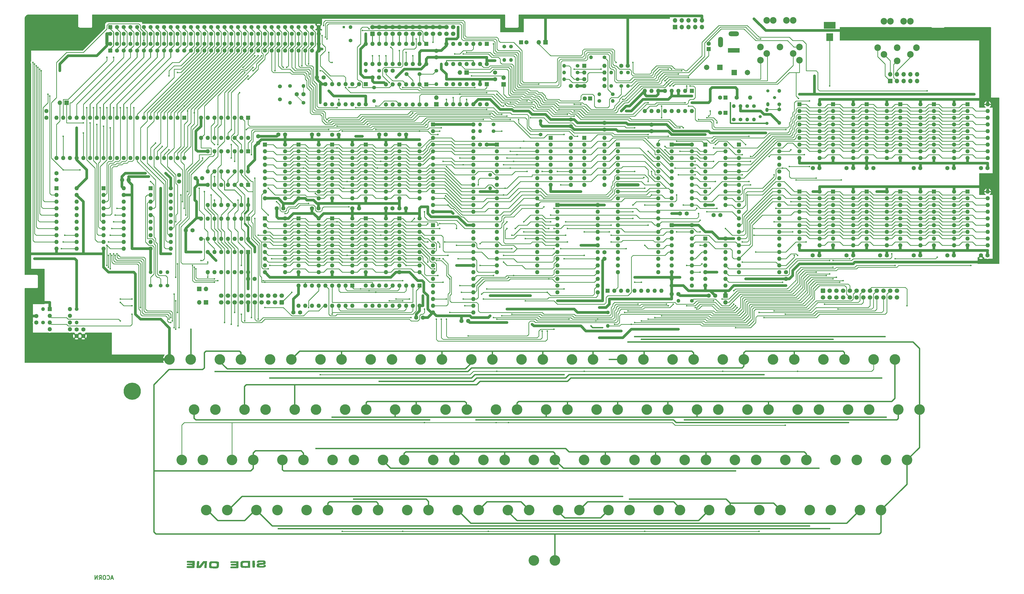
<source format=gbr>
%TF.GenerationSoftware,KiCad,Pcbnew,8.0.4*%
%TF.CreationDate,2025-01-14T13:43:06+00:00*%
%TF.ProjectId,AtomV5Board,41746f6d-5635-4426-9f61-72642e6b6963,rev?*%
%TF.SameCoordinates,Original*%
%TF.FileFunction,Copper,L2,Bot*%
%TF.FilePolarity,Positive*%
%FSLAX46Y46*%
G04 Gerber Fmt 4.6, Leading zero omitted, Abs format (unit mm)*
G04 Created by KiCad (PCBNEW 8.0.4) date 2025-01-14 13:43:06*
%MOMM*%
%LPD*%
G01*
G04 APERTURE LIST*
G04 Aperture macros list*
%AMRoundRect*
0 Rectangle with rounded corners*
0 $1 Rounding radius*
0 $2 $3 $4 $5 $6 $7 $8 $9 X,Y pos of 4 corners*
0 Add a 4 corners polygon primitive as box body*
4,1,4,$2,$3,$4,$5,$6,$7,$8,$9,$2,$3,0*
0 Add four circle primitives for the rounded corners*
1,1,$1+$1,$2,$3*
1,1,$1+$1,$4,$5*
1,1,$1+$1,$6,$7*
1,1,$1+$1,$8,$9*
0 Add four rect primitives between the rounded corners*
20,1,$1+$1,$2,$3,$4,$5,0*
20,1,$1+$1,$4,$5,$6,$7,0*
20,1,$1+$1,$6,$7,$8,$9,0*
20,1,$1+$1,$8,$9,$2,$3,0*%
G04 Aperture macros list end*
%ADD10C,0.300000*%
%TA.AperFunction,NonConductor*%
%ADD11C,0.300000*%
%TD*%
%TA.AperFunction,EtchedComponent*%
%ADD12C,0.000000*%
%TD*%
%TA.AperFunction,ComponentPad*%
%ADD13C,1.600000*%
%TD*%
%TA.AperFunction,ComponentPad*%
%ADD14R,1.600000X1.600000*%
%TD*%
%TA.AperFunction,ComponentPad*%
%ADD15O,1.600000X1.600000*%
%TD*%
%TA.AperFunction,ComponentPad*%
%ADD16C,1.400000*%
%TD*%
%TA.AperFunction,ComponentPad*%
%ADD17O,1.400000X1.400000*%
%TD*%
%TA.AperFunction,ComponentPad*%
%ADD18R,1.700000X1.700000*%
%TD*%
%TA.AperFunction,ComponentPad*%
%ADD19O,1.700000X1.700000*%
%TD*%
%TA.AperFunction,ComponentPad*%
%ADD20C,2.500000*%
%TD*%
%TA.AperFunction,ComponentPad*%
%ADD21RoundRect,0.249999X-0.525001X-0.525001X0.525001X-0.525001X0.525001X0.525001X-0.525001X0.525001X0*%
%TD*%
%TA.AperFunction,ComponentPad*%
%ADD22C,1.550000*%
%TD*%
%TA.AperFunction,ComponentPad*%
%ADD23R,2.000000X2.000000*%
%TD*%
%TA.AperFunction,ComponentPad*%
%ADD24C,2.000000*%
%TD*%
%TA.AperFunction,ComponentPad*%
%ADD25C,6.500000*%
%TD*%
%TA.AperFunction,ComponentPad*%
%ADD26O,1.200000X1.600000*%
%TD*%
%TA.AperFunction,ComponentPad*%
%ADD27O,1.200000X1.200000*%
%TD*%
%TA.AperFunction,ComponentPad*%
%ADD28R,0.850000X0.850000*%
%TD*%
%TA.AperFunction,ComponentPad*%
%ADD29R,4.500000X2.500000*%
%TD*%
%TA.AperFunction,ComponentPad*%
%ADD30R,2.500000X3.000000*%
%TD*%
%TA.AperFunction,ComponentPad*%
%ADD31R,4.400000X1.800000*%
%TD*%
%TA.AperFunction,ComponentPad*%
%ADD32O,1.800000X4.000000*%
%TD*%
%TA.AperFunction,ComponentPad*%
%ADD33O,4.000000X1.800000*%
%TD*%
%TA.AperFunction,ComponentPad*%
%ADD34RoundRect,0.249999X0.525001X-0.525001X0.525001X0.525001X-0.525001X0.525001X-0.525001X-0.525001X0*%
%TD*%
%TA.AperFunction,ComponentPad*%
%ADD35C,1.500000*%
%TD*%
%TA.AperFunction,ComponentPad*%
%ADD36RoundRect,0.250000X0.600000X-0.600000X0.600000X0.600000X-0.600000X0.600000X-0.600000X-0.600000X0*%
%TD*%
%TA.AperFunction,ComponentPad*%
%ADD37C,1.700000*%
%TD*%
%TA.AperFunction,ComponentPad*%
%ADD38C,4.000000*%
%TD*%
%TA.AperFunction,ComponentPad*%
%ADD39RoundRect,0.250000X-0.600000X0.600000X-0.600000X-0.600000X0.600000X-0.600000X0.600000X0.600000X0*%
%TD*%
%TA.AperFunction,ViaPad*%
%ADD40C,0.600000*%
%TD*%
%TA.AperFunction,Conductor*%
%ADD41C,0.250000*%
%TD*%
%TA.AperFunction,Conductor*%
%ADD42C,1.000000*%
%TD*%
%TA.AperFunction,Conductor*%
%ADD43C,0.500000*%
%TD*%
%TA.AperFunction,Conductor*%
%ADD44C,1.200000*%
%TD*%
%TA.AperFunction,Conductor*%
%ADD45C,0.300000*%
%TD*%
%TA.AperFunction,Conductor*%
%ADD46C,0.200000*%
%TD*%
%TA.AperFunction,Conductor*%
%ADD47C,0.750000*%
%TD*%
G04 APERTURE END LIST*
D10*
D11*
X56946917Y-237702257D02*
X56232632Y-237702257D01*
X57089774Y-238130828D02*
X56589774Y-236630828D01*
X56589774Y-236630828D02*
X56089774Y-238130828D01*
X54732632Y-237987971D02*
X54804060Y-238059400D01*
X54804060Y-238059400D02*
X55018346Y-238130828D01*
X55018346Y-238130828D02*
X55161203Y-238130828D01*
X55161203Y-238130828D02*
X55375489Y-238059400D01*
X55375489Y-238059400D02*
X55518346Y-237916542D01*
X55518346Y-237916542D02*
X55589775Y-237773685D01*
X55589775Y-237773685D02*
X55661203Y-237487971D01*
X55661203Y-237487971D02*
X55661203Y-237273685D01*
X55661203Y-237273685D02*
X55589775Y-236987971D01*
X55589775Y-236987971D02*
X55518346Y-236845114D01*
X55518346Y-236845114D02*
X55375489Y-236702257D01*
X55375489Y-236702257D02*
X55161203Y-236630828D01*
X55161203Y-236630828D02*
X55018346Y-236630828D01*
X55018346Y-236630828D02*
X54804060Y-236702257D01*
X54804060Y-236702257D02*
X54732632Y-236773685D01*
X53804060Y-236630828D02*
X53518346Y-236630828D01*
X53518346Y-236630828D02*
X53375489Y-236702257D01*
X53375489Y-236702257D02*
X53232632Y-236845114D01*
X53232632Y-236845114D02*
X53161203Y-237130828D01*
X53161203Y-237130828D02*
X53161203Y-237630828D01*
X53161203Y-237630828D02*
X53232632Y-237916542D01*
X53232632Y-237916542D02*
X53375489Y-238059400D01*
X53375489Y-238059400D02*
X53518346Y-238130828D01*
X53518346Y-238130828D02*
X53804060Y-238130828D01*
X53804060Y-238130828D02*
X53946918Y-238059400D01*
X53946918Y-238059400D02*
X54089775Y-237916542D01*
X54089775Y-237916542D02*
X54161203Y-237630828D01*
X54161203Y-237630828D02*
X54161203Y-237130828D01*
X54161203Y-237130828D02*
X54089775Y-236845114D01*
X54089775Y-236845114D02*
X53946918Y-236702257D01*
X53946918Y-236702257D02*
X53804060Y-236630828D01*
X51661203Y-238130828D02*
X52161203Y-237416542D01*
X52518346Y-238130828D02*
X52518346Y-236630828D01*
X52518346Y-236630828D02*
X51946917Y-236630828D01*
X51946917Y-236630828D02*
X51804060Y-236702257D01*
X51804060Y-236702257D02*
X51732631Y-236773685D01*
X51732631Y-236773685D02*
X51661203Y-236916542D01*
X51661203Y-236916542D02*
X51661203Y-237130828D01*
X51661203Y-237130828D02*
X51732631Y-237273685D01*
X51732631Y-237273685D02*
X51804060Y-237345114D01*
X51804060Y-237345114D02*
X51946917Y-237416542D01*
X51946917Y-237416542D02*
X52518346Y-237416542D01*
X51018346Y-238130828D02*
X51018346Y-236630828D01*
X51018346Y-236630828D02*
X50161203Y-238130828D01*
X50161203Y-238130828D02*
X50161203Y-236630828D01*
D12*
%TA.AperFunction,EtchedComponent*%
%TO.C,G002b*%
G36*
X88044729Y-231781884D02*
G01*
X88036125Y-231790488D01*
X88027521Y-231781884D01*
X88036125Y-231773279D01*
X88044729Y-231781884D01*
G37*
%TD.AperFunction*%
%TA.AperFunction,EtchedComponent*%
G36*
X113638138Y-231636110D02*
G01*
X113651234Y-231652819D01*
X113650733Y-231656932D01*
X113634025Y-231670027D01*
X113629912Y-231669527D01*
X113616816Y-231652819D01*
X113617316Y-231648705D01*
X113634025Y-231635610D01*
X113638138Y-231636110D01*
G37*
%TD.AperFunction*%
%TA.AperFunction,EtchedComponent*%
G36*
X110372505Y-230991720D02*
G01*
X110430368Y-231005870D01*
X110471381Y-231033287D01*
X110498509Y-231077495D01*
X110514719Y-231142015D01*
X110522976Y-231230370D01*
X110526247Y-231346084D01*
X110527496Y-231492680D01*
X110529336Y-231625206D01*
X110534363Y-231776052D01*
X110542399Y-231894403D01*
X110553550Y-231981297D01*
X110567920Y-232037776D01*
X110585616Y-232064877D01*
X110598145Y-232077020D01*
X110609368Y-232119627D01*
X110596419Y-232177683D01*
X110588942Y-232203794D01*
X110578794Y-232272967D01*
X110571216Y-232375307D01*
X110566182Y-232511202D01*
X110563669Y-232681037D01*
X110563394Y-232704229D01*
X110561389Y-232764870D01*
X110558037Y-232807136D01*
X110553889Y-232823006D01*
X110552183Y-232824235D01*
X110548343Y-232847587D01*
X110547907Y-232893841D01*
X110550285Y-232954138D01*
X110554890Y-233019619D01*
X110561132Y-233081425D01*
X110568424Y-233130698D01*
X110576178Y-233158578D01*
X110591659Y-233201925D01*
X110597178Y-233252131D01*
X110591770Y-233294802D01*
X110575490Y-233317370D01*
X110561661Y-233329918D01*
X110561497Y-233368103D01*
X110562842Y-233375771D01*
X110558325Y-233425306D01*
X110537901Y-233486301D01*
X110534275Y-233494245D01*
X110496006Y-233552241D01*
X110442309Y-233588217D01*
X110364377Y-233608368D01*
X110342511Y-233611735D01*
X110288450Y-233620064D01*
X110226708Y-233629583D01*
X110187889Y-233635540D01*
X110140067Y-233642782D01*
X110113991Y-233646602D01*
X110106767Y-233646431D01*
X110079559Y-233632661D01*
X110078718Y-233631890D01*
X110049150Y-233624756D01*
X110000425Y-233630455D01*
X109992123Y-233632160D01*
X109945595Y-233636061D01*
X109914397Y-233629873D01*
X109901204Y-233624845D01*
X109858327Y-233617765D01*
X109802900Y-233614871D01*
X109772682Y-233613621D01*
X109724031Y-233605833D01*
X109697380Y-233593097D01*
X109686596Y-233569869D01*
X109672218Y-233516711D01*
X109657722Y-233444187D01*
X109644280Y-233360564D01*
X109633068Y-233274105D01*
X109625259Y-233193076D01*
X109622027Y-233125740D01*
X109624546Y-233080363D01*
X109628136Y-233058477D01*
X109632513Y-233014528D01*
X109630573Y-232991154D01*
X109627092Y-232975918D01*
X109622750Y-232928496D01*
X109618762Y-232853789D01*
X109615163Y-232755864D01*
X109611990Y-232638789D01*
X109609277Y-232506633D01*
X109607061Y-232363464D01*
X109605377Y-232213348D01*
X109604260Y-232060355D01*
X109603747Y-231908552D01*
X109603873Y-231762007D01*
X109604673Y-231624788D01*
X109606184Y-231500962D01*
X109608440Y-231394599D01*
X109611477Y-231309766D01*
X109615332Y-231250530D01*
X109620194Y-231204541D01*
X109631274Y-231134896D01*
X109645933Y-231087822D01*
X109666229Y-231055436D01*
X109680731Y-231040106D01*
X109697879Y-231027939D01*
X109721938Y-231018648D01*
X109757489Y-231011574D01*
X109809113Y-231006060D01*
X109881393Y-231001450D01*
X109978911Y-230997085D01*
X110106247Y-230992309D01*
X110194366Y-230989128D01*
X110294826Y-230987313D01*
X110372505Y-230991720D01*
G37*
%TD.AperFunction*%
%TA.AperFunction,EtchedComponent*%
G36*
X96987327Y-232261418D02*
G01*
X96982031Y-232323957D01*
X96980386Y-232338308D01*
X96974142Y-232400186D01*
X96968541Y-232464783D01*
X96966196Y-232488770D01*
X96958361Y-232537444D01*
X96949282Y-232566392D01*
X96944460Y-232577238D01*
X96956163Y-232575126D01*
X96965108Y-232571452D01*
X96976030Y-232580056D01*
X96975142Y-232585903D01*
X96957814Y-232608523D01*
X96948054Y-232629949D01*
X96951199Y-232672602D01*
X96955146Y-232693065D01*
X96961606Y-232769727D01*
X96956066Y-232839421D01*
X96939236Y-232889254D01*
X96933794Y-232898649D01*
X96926688Y-232930310D01*
X96941644Y-232969339D01*
X96949862Y-232985634D01*
X96956562Y-233012598D01*
X96943247Y-233028502D01*
X96939538Y-233031259D01*
X96928320Y-233058846D01*
X96932350Y-233111660D01*
X96934362Y-233125540D01*
X96935546Y-233168805D01*
X96927604Y-233191017D01*
X96921755Y-233198477D01*
X96909300Y-233232823D01*
X96898911Y-233282902D01*
X96891553Y-233321362D01*
X96869962Y-233391751D01*
X96842392Y-233448148D01*
X96813249Y-233480398D01*
X96807439Y-233485631D01*
X96788133Y-233517298D01*
X96769177Y-233564039D01*
X96748074Y-233614818D01*
X96682229Y-233708766D01*
X96587770Y-233789001D01*
X96467288Y-233853961D01*
X96323374Y-233902086D01*
X96158618Y-233931816D01*
X96143525Y-233933347D01*
X96070485Y-233938050D01*
X95969546Y-233941782D01*
X95845764Y-233944564D01*
X95704193Y-233946417D01*
X95549888Y-233947363D01*
X95387903Y-233947421D01*
X95223293Y-233946613D01*
X95061113Y-233944960D01*
X94906416Y-233942484D01*
X94764259Y-233939205D01*
X94639694Y-233935144D01*
X94537778Y-233930322D01*
X94463564Y-233924761D01*
X94456040Y-233924009D01*
X94365629Y-233915772D01*
X94255431Y-233906799D01*
X94138689Y-233898124D01*
X94028642Y-233890782D01*
X94008739Y-233889532D01*
X93908836Y-233882319D01*
X93835988Y-233874743D01*
X93783904Y-233865767D01*
X93746291Y-233854356D01*
X93716855Y-233839475D01*
X93709816Y-233835319D01*
X93658614Y-233813001D01*
X93613151Y-233803903D01*
X93613111Y-233803903D01*
X93546128Y-233789433D01*
X93472498Y-233750381D01*
X93400391Y-233693224D01*
X93337979Y-233624436D01*
X93293430Y-233550495D01*
X93272952Y-233501625D01*
X93250679Y-233436035D01*
X93235643Y-233368404D01*
X93226637Y-233290659D01*
X93222451Y-233194727D01*
X93221877Y-233072534D01*
X93221949Y-233061480D01*
X93222968Y-232977987D01*
X93224999Y-232896122D01*
X93228339Y-232810756D01*
X93233283Y-232716759D01*
X93238720Y-232631177D01*
X94086873Y-232631177D01*
X94087631Y-232700367D01*
X94093729Y-232788770D01*
X94103909Y-232872099D01*
X94115025Y-232930467D01*
X94136727Y-233000453D01*
X94168479Y-233056708D01*
X94213758Y-233100975D01*
X94276039Y-233134998D01*
X94358800Y-233160520D01*
X94465515Y-233179285D01*
X94599662Y-233193036D01*
X94764716Y-233203517D01*
X94877124Y-233208792D01*
X95024589Y-233214326D01*
X95176108Y-233218696D01*
X95326190Y-233221837D01*
X95469343Y-233223682D01*
X95600080Y-233224164D01*
X95712908Y-233223218D01*
X95802337Y-233220776D01*
X95862878Y-233216774D01*
X95941680Y-233200755D01*
X96008782Y-233164240D01*
X96051398Y-233105899D01*
X96072596Y-233022901D01*
X96072919Y-233020058D01*
X96076571Y-232973080D01*
X96080581Y-232898989D01*
X96084717Y-232804443D01*
X96088748Y-232696098D01*
X96092442Y-232580615D01*
X96095568Y-232464649D01*
X96097894Y-232354861D01*
X96099190Y-232257907D01*
X96099200Y-232255500D01*
X96083852Y-232165730D01*
X96037770Y-232091449D01*
X95960962Y-232032668D01*
X95949714Y-232026691D01*
X95896901Y-232005791D01*
X95835323Y-231994556D01*
X95756655Y-231992030D01*
X95652572Y-231997256D01*
X95623487Y-231993122D01*
X95595433Y-231972197D01*
X95592677Y-231967966D01*
X95576422Y-231956077D01*
X95545445Y-231948976D01*
X95493198Y-231945694D01*
X95413133Y-231945265D01*
X95386155Y-231945350D01*
X95292850Y-231944426D01*
X95200933Y-231941989D01*
X95126916Y-231938433D01*
X95125540Y-231938342D01*
X95063532Y-231935825D01*
X95015004Y-231936735D01*
X94990358Y-231940887D01*
X94968164Y-231946541D01*
X94921045Y-231952261D01*
X94860475Y-231956328D01*
X94795652Y-231959214D01*
X94655054Y-231965870D01*
X94543142Y-231972257D01*
X94455833Y-231979103D01*
X94389044Y-231987136D01*
X94338692Y-231997085D01*
X94300693Y-232009679D01*
X94270966Y-232025646D01*
X94245427Y-232045714D01*
X94219993Y-232070613D01*
X94190485Y-232103509D01*
X94161116Y-232146647D01*
X94154024Y-232175665D01*
X94171017Y-232186288D01*
X94183052Y-232196722D01*
X94187855Y-232225762D01*
X94183098Y-232257534D01*
X94169122Y-232275831D01*
X94168477Y-232276082D01*
X94153191Y-232297783D01*
X94136088Y-232345240D01*
X94119036Y-232410381D01*
X94103904Y-232485132D01*
X94092560Y-232561422D01*
X94086873Y-232631177D01*
X93238720Y-232631177D01*
X93240129Y-232609002D01*
X93249171Y-232482354D01*
X93260706Y-232331687D01*
X93275030Y-232151870D01*
X93289752Y-232019756D01*
X93319127Y-231861239D01*
X93358840Y-231719681D01*
X93407385Y-231599380D01*
X93463252Y-231504631D01*
X93524935Y-231439732D01*
X93625490Y-231380260D01*
X93759516Y-231329904D01*
X93923600Y-231290464D01*
X94116354Y-231262204D01*
X94336385Y-231245386D01*
X94582303Y-231240271D01*
X94654718Y-231240566D01*
X94950094Y-231243190D01*
X95223547Y-231247970D01*
X95473001Y-231254827D01*
X95696382Y-231263684D01*
X95891613Y-231274460D01*
X96056620Y-231287076D01*
X96189325Y-231301455D01*
X96245558Y-231308439D01*
X96328886Y-231317418D01*
X96400354Y-231323571D01*
X96448859Y-231325854D01*
X96510548Y-231331272D01*
X96593265Y-231349386D01*
X96675947Y-231376536D01*
X96747163Y-231408873D01*
X96795484Y-231442549D01*
X96828064Y-231478464D01*
X96872030Y-231531489D01*
X96917030Y-231589266D01*
X96940792Y-231621278D01*
X96970383Y-231666330D01*
X96986489Y-231706010D01*
X96993620Y-231753582D01*
X96996286Y-231822308D01*
X96997007Y-231868692D01*
X96996886Y-231968104D01*
X96995041Y-232073414D01*
X96991759Y-232174544D01*
X96987629Y-232255500D01*
X96987327Y-232261418D01*
G37*
%TD.AperFunction*%
%TA.AperFunction,EtchedComponent*%
G36*
X85280033Y-231094796D02*
G01*
X85385976Y-231097575D01*
X85517326Y-231103046D01*
X85678537Y-231111181D01*
X85780790Y-231116051D01*
X85933178Y-231121798D01*
X86102245Y-231126805D01*
X86282882Y-231131021D01*
X86469984Y-231134393D01*
X86658442Y-231136870D01*
X86843149Y-231138399D01*
X87018998Y-231138929D01*
X87180882Y-231138408D01*
X87323694Y-231136784D01*
X87442326Y-231134005D01*
X87531670Y-231130019D01*
X87590751Y-231126592D01*
X87665616Y-231124071D01*
X87717934Y-231125841D01*
X87754989Y-231132302D01*
X87784065Y-231143852D01*
X87801740Y-231154795D01*
X87844825Y-231207214D01*
X87865691Y-231283993D01*
X87863665Y-231383110D01*
X87859821Y-231413908D01*
X87851073Y-231484169D01*
X87843835Y-231542502D01*
X87843139Y-231548802D01*
X87839682Y-231597074D01*
X87836241Y-231669266D01*
X87833180Y-231756704D01*
X87830865Y-231850718D01*
X87830832Y-231852400D01*
X87827248Y-231958175D01*
X87821010Y-232068360D01*
X87812989Y-232170011D01*
X87804052Y-232250188D01*
X87801556Y-232269321D01*
X87793163Y-232361914D01*
X87789443Y-232456087D01*
X87791197Y-232534131D01*
X87792608Y-232555883D01*
X87791984Y-232648859D01*
X87778134Y-232711152D01*
X87771435Y-232729154D01*
X87754738Y-232799606D01*
X87741343Y-232894506D01*
X87731927Y-233006587D01*
X87727164Y-233128583D01*
X87727731Y-233253225D01*
X87729161Y-233326084D01*
X87727435Y-233442675D01*
X87719073Y-233532440D01*
X87703176Y-233600106D01*
X87678848Y-233650398D01*
X87645192Y-233688042D01*
X87620897Y-233707228D01*
X87581376Y-233731066D01*
X87533340Y-233749829D01*
X87470334Y-233765360D01*
X87385900Y-233779501D01*
X87273581Y-233794097D01*
X87202996Y-233803248D01*
X87135858Y-233813433D01*
X87088282Y-233822370D01*
X87067595Y-233828824D01*
X87049168Y-233833192D01*
X87012727Y-233827732D01*
X86990556Y-233822897D01*
X86957510Y-233818614D01*
X86910576Y-233814848D01*
X86846333Y-233811451D01*
X86761359Y-233808270D01*
X86652234Y-233805157D01*
X86515535Y-233801960D01*
X86347843Y-233798530D01*
X86327841Y-233798123D01*
X86223327Y-233795448D01*
X86131353Y-233792202D01*
X86057388Y-233788640D01*
X86006899Y-233785019D01*
X85985357Y-233781593D01*
X85975496Y-233779867D01*
X85935483Y-233779167D01*
X85871194Y-233780903D01*
X85788843Y-233784877D01*
X85694642Y-233790891D01*
X85623956Y-233795677D01*
X85477159Y-233803573D01*
X85362809Y-233806306D01*
X85279785Y-233803859D01*
X85226967Y-233796215D01*
X85203236Y-233783356D01*
X85201800Y-233781672D01*
X85174271Y-233771213D01*
X85120483Y-233762761D01*
X85047513Y-233757493D01*
X84973294Y-233752057D01*
X84870466Y-233732528D01*
X84799254Y-233700185D01*
X84759851Y-233655098D01*
X84756132Y-233644043D01*
X84748381Y-233595302D01*
X84743419Y-233525113D01*
X84741239Y-233442764D01*
X84741835Y-233357543D01*
X84745198Y-233278741D01*
X84751324Y-233215644D01*
X84760204Y-233177543D01*
X84779639Y-233146560D01*
X84807528Y-233121905D01*
X84839374Y-233113662D01*
X84900420Y-233104429D01*
X84983629Y-233094994D01*
X85082739Y-233085778D01*
X85191488Y-233077198D01*
X85303614Y-233069673D01*
X85412856Y-233063622D01*
X85512952Y-233059463D01*
X85597641Y-233057615D01*
X85660659Y-233058496D01*
X85695746Y-233062525D01*
X85702798Y-233063976D01*
X85743890Y-233067847D01*
X85812969Y-233071396D01*
X85905312Y-233074487D01*
X86016197Y-233076978D01*
X86140902Y-233078731D01*
X86274703Y-233079606D01*
X86405232Y-233079823D01*
X86530772Y-233079508D01*
X86628156Y-233078437D01*
X86700774Y-233076463D01*
X86752018Y-233073442D01*
X86785280Y-233069229D01*
X86803950Y-233063679D01*
X86811422Y-233056646D01*
X86825549Y-233040481D01*
X86860581Y-233026545D01*
X86891370Y-233012784D01*
X86898947Y-232977887D01*
X86897410Y-232946923D01*
X86888259Y-232887436D01*
X86868879Y-232850570D01*
X86835820Y-232828141D01*
X86799864Y-232806093D01*
X86789568Y-232783491D01*
X86810007Y-232766510D01*
X86815772Y-232763774D01*
X86797101Y-232767680D01*
X86778955Y-232771359D01*
X86747998Y-232774247D01*
X86705613Y-232774249D01*
X86646104Y-232771153D01*
X86563774Y-232764745D01*
X86452927Y-232754814D01*
X86403929Y-232750517D01*
X86255215Y-232740895D01*
X86129637Y-232738320D01*
X86030712Y-232742796D01*
X85961955Y-232754324D01*
X85925317Y-232760246D01*
X85860725Y-232752117D01*
X85828336Y-232745395D01*
X85768548Y-232741084D01*
X85702027Y-232742339D01*
X85677168Y-232743463D01*
X85599799Y-232743398D01*
X85509271Y-232739826D01*
X85420407Y-232733226D01*
X85346518Y-232726241D01*
X85256201Y-232718154D01*
X85184074Y-232712490D01*
X85120461Y-232708514D01*
X85055682Y-232705489D01*
X85002788Y-232697294D01*
X84938787Y-232663828D01*
X84938717Y-232663768D01*
X84915026Y-232639154D01*
X84900517Y-232609530D01*
X84892160Y-232565094D01*
X84886926Y-232496044D01*
X84885663Y-232440132D01*
X84896482Y-232327202D01*
X84925294Y-232236004D01*
X84970948Y-232170989D01*
X84977765Y-232165177D01*
X85035104Y-232136490D01*
X85120962Y-232116237D01*
X85170799Y-232108386D01*
X85253857Y-232095233D01*
X85325759Y-232083774D01*
X85339447Y-232082349D01*
X85389942Y-232079964D01*
X85467674Y-232078126D01*
X85567883Y-232076817D01*
X85685811Y-232076021D01*
X85816698Y-232075720D01*
X85955784Y-232075895D01*
X86098309Y-232076531D01*
X86239515Y-232077609D01*
X86374642Y-232079112D01*
X86498930Y-232081022D01*
X86607620Y-232083323D01*
X86695953Y-232085996D01*
X86759169Y-232089025D01*
X86786485Y-232089995D01*
X86829633Y-232087458D01*
X86850530Y-232080117D01*
X86860779Y-232072328D01*
X86892764Y-232065827D01*
X86907693Y-232063796D01*
X86922356Y-232046619D01*
X86926166Y-232004465D01*
X86925505Y-231979262D01*
X86918218Y-231934002D01*
X86899749Y-231899802D01*
X86866239Y-231875183D01*
X86813825Y-231858665D01*
X86738647Y-231848770D01*
X86636844Y-231844017D01*
X86504553Y-231842927D01*
X86448811Y-231843014D01*
X86356108Y-231843130D01*
X86276756Y-231843194D01*
X86217777Y-231843201D01*
X86186193Y-231843147D01*
X86163174Y-231842633D01*
X86120919Y-231840927D01*
X86058255Y-231837851D01*
X85971698Y-231833227D01*
X85857760Y-231826872D01*
X85712954Y-231818607D01*
X85666399Y-231815136D01*
X85614346Y-231809150D01*
X85583889Y-231802941D01*
X85568067Y-231799741D01*
X85521417Y-231794152D01*
X85452442Y-231787733D01*
X85368149Y-231781031D01*
X85275547Y-231774592D01*
X85181642Y-231768963D01*
X85093442Y-231764690D01*
X85017294Y-231756187D01*
X84946902Y-231738802D01*
X84892145Y-231715604D01*
X84862414Y-231689644D01*
X84844402Y-231637498D01*
X84830561Y-231556710D01*
X84822605Y-231456178D01*
X84821405Y-231343257D01*
X84822017Y-231319033D01*
X84827441Y-231243564D01*
X84842187Y-231193002D01*
X84872231Y-231159813D01*
X84923548Y-231136463D01*
X85002115Y-231115419D01*
X85021229Y-231111156D01*
X85070094Y-231102888D01*
X85126547Y-231097425D01*
X85195041Y-231094736D01*
X85280033Y-231094796D01*
G37*
%TD.AperFunction*%
%TA.AperFunction,EtchedComponent*%
G36*
X103942356Y-231226560D02*
G01*
X104025297Y-231230910D01*
X104108608Y-231236565D01*
X104181473Y-231242885D01*
X104233076Y-231249231D01*
X104274873Y-231264163D01*
X104325723Y-231310878D01*
X104333843Y-231322825D01*
X104346976Y-231348132D01*
X104355293Y-231379248D01*
X104359724Y-231423320D01*
X104361202Y-231487496D01*
X104360658Y-231578924D01*
X104360571Y-231586066D01*
X104358884Y-231668446D01*
X104356279Y-231737637D01*
X104353093Y-231786563D01*
X104349667Y-231808148D01*
X104349592Y-231808304D01*
X104347896Y-231828794D01*
X104346272Y-231878117D01*
X104344761Y-231950924D01*
X104343408Y-232041867D01*
X104342257Y-232145596D01*
X104341353Y-232256763D01*
X104340737Y-232370019D01*
X104340455Y-232480016D01*
X104340551Y-232581406D01*
X104341068Y-232668838D01*
X104342050Y-232736965D01*
X104342199Y-232756369D01*
X104341510Y-232817316D01*
X104339696Y-232902172D01*
X104336985Y-233003962D01*
X104333603Y-233115713D01*
X104329779Y-233230450D01*
X104325738Y-233341200D01*
X104321710Y-233440989D01*
X104317919Y-233522843D01*
X104314595Y-233579788D01*
X104311994Y-233615889D01*
X104304910Y-233697558D01*
X104295372Y-233753079D01*
X104279682Y-233788499D01*
X104254140Y-233809864D01*
X104215048Y-233823222D01*
X104158706Y-233834618D01*
X104046457Y-233855106D01*
X103956725Y-233869561D01*
X103882512Y-233878409D01*
X103814679Y-233882476D01*
X103744088Y-233882587D01*
X103661599Y-233879570D01*
X103592556Y-233876811D01*
X103476069Y-233873994D01*
X103356849Y-233873027D01*
X103240201Y-233873781D01*
X103131432Y-233876124D01*
X103035846Y-233879927D01*
X102958748Y-233885058D01*
X102905444Y-233891387D01*
X102881240Y-233898784D01*
X102877405Y-233900633D01*
X102847891Y-233902435D01*
X102802057Y-233898315D01*
X102792276Y-233897111D01*
X102733633Y-233892996D01*
X102646684Y-233889919D01*
X102536296Y-233887898D01*
X102407335Y-233886954D01*
X102264666Y-233887105D01*
X102113153Y-233888371D01*
X101957664Y-233890773D01*
X101803063Y-233894328D01*
X101743071Y-233895844D01*
X101621978Y-233897676D01*
X101528821Y-233896400D01*
X101459074Y-233891296D01*
X101408212Y-233881648D01*
X101371708Y-233866735D01*
X101345037Y-233845841D01*
X101323673Y-233818247D01*
X101316880Y-233804783D01*
X101302402Y-233750710D01*
X101292507Y-233675999D01*
X101287858Y-233590403D01*
X101289119Y-233503675D01*
X101296952Y-233425570D01*
X101306465Y-233377492D01*
X101322266Y-233335397D01*
X101348007Y-233304616D01*
X101388580Y-233282625D01*
X101448873Y-233266895D01*
X101533778Y-233254901D01*
X101648185Y-233244116D01*
X101688782Y-233240684D01*
X101766635Y-233234072D01*
X101857610Y-233226324D01*
X101949336Y-233218492D01*
X102020082Y-233212908D01*
X102132365Y-233205695D01*
X102261318Y-233199255D01*
X102411376Y-233193400D01*
X102586979Y-233187941D01*
X102792561Y-233182691D01*
X102824030Y-233182160D01*
X102933269Y-233182446D01*
X103048693Y-233185232D01*
X103150021Y-233190098D01*
X103229707Y-233194282D01*
X103298335Y-233194261D01*
X103348115Y-233188484D01*
X103387259Y-233176478D01*
X103406445Y-233166920D01*
X103457901Y-233118344D01*
X103485522Y-233049742D01*
X103486404Y-232967243D01*
X103484940Y-232957561D01*
X103478671Y-232918238D01*
X103470201Y-232889139D01*
X103454926Y-232868723D01*
X103428246Y-232855448D01*
X103385560Y-232847771D01*
X103322266Y-232844150D01*
X103233762Y-232843043D01*
X103115447Y-232842906D01*
X103027095Y-232842617D01*
X102900345Y-232841689D01*
X102776052Y-232840261D01*
X102664871Y-232838463D01*
X102577453Y-232836422D01*
X102501974Y-232835300D01*
X102426449Y-232836778D01*
X102370651Y-232840911D01*
X102341896Y-232847361D01*
X102320176Y-232854881D01*
X102273061Y-232844259D01*
X102260584Y-232839430D01*
X102207326Y-232831475D01*
X102138632Y-232833138D01*
X102045492Y-232839467D01*
X101940521Y-232842409D01*
X101832047Y-232842132D01*
X101727641Y-232838873D01*
X101634876Y-232832868D01*
X101561324Y-232824356D01*
X101514557Y-232813574D01*
X101500714Y-232804718D01*
X101470789Y-232766284D01*
X101443475Y-232709964D01*
X101423569Y-232646744D01*
X101415868Y-232587607D01*
X101416207Y-232567150D01*
X101423615Y-232483960D01*
X101438924Y-232405010D01*
X101459760Y-232340356D01*
X101483749Y-232300053D01*
X101509205Y-232283949D01*
X101572847Y-232263600D01*
X101667709Y-232245849D01*
X101791972Y-232230949D01*
X101943817Y-232219156D01*
X102121423Y-232210725D01*
X102167480Y-232209072D01*
X102280058Y-232204770D01*
X102390133Y-232200245D01*
X102487072Y-232195942D01*
X102560244Y-232192308D01*
X102591559Y-232190658D01*
X102659947Y-232187485D01*
X102712892Y-232185616D01*
X102740935Y-232185413D01*
X102764309Y-232186202D01*
X102803188Y-232186434D01*
X102860932Y-232186034D01*
X102941428Y-232184959D01*
X103048561Y-232183169D01*
X103186216Y-232180621D01*
X103224754Y-232179853D01*
X103327315Y-232176688D01*
X103401103Y-232170630D01*
X103450420Y-232159315D01*
X103479567Y-232140380D01*
X103492848Y-232111458D01*
X103494565Y-232070187D01*
X103489019Y-232014201D01*
X103483297Y-231975944D01*
X103472284Y-231926934D01*
X103461130Y-231899484D01*
X103456206Y-231896110D01*
X103422476Y-231888394D01*
X103357905Y-231882542D01*
X103261313Y-231878469D01*
X103131522Y-231876092D01*
X103045745Y-231875002D01*
X102923881Y-231872995D01*
X102795995Y-231870465D01*
X102668827Y-231867578D01*
X102549115Y-231864500D01*
X102443599Y-231861395D01*
X102359019Y-231858429D01*
X102302114Y-231855766D01*
X102288092Y-231855141D01*
X102222929Y-231855296D01*
X102144568Y-231858644D01*
X102064913Y-231864375D01*
X101995868Y-231871681D01*
X101949336Y-231879751D01*
X101911746Y-231885353D01*
X101839029Y-231886366D01*
X101751437Y-231879718D01*
X101690749Y-231873991D01*
X101624740Y-231873044D01*
X101591527Y-231881554D01*
X101576633Y-231889467D01*
X101549366Y-231879244D01*
X101520221Y-231865355D01*
X101475876Y-231859323D01*
X101426264Y-231848327D01*
X101372402Y-231807234D01*
X101357963Y-231791862D01*
X101340911Y-231769572D01*
X101330778Y-231744112D01*
X101326064Y-231707671D01*
X101325265Y-231652441D01*
X101326879Y-231570615D01*
X101328673Y-231511674D01*
X101332000Y-231440142D01*
X101335889Y-231385899D01*
X101339818Y-231357509D01*
X101345402Y-231343227D01*
X101374506Y-231309887D01*
X101426106Y-231286456D01*
X101504000Y-231271630D01*
X101611985Y-231264106D01*
X101656721Y-231262165D01*
X101735917Y-231256928D01*
X101802706Y-231250330D01*
X101846084Y-231243347D01*
X101858242Y-231241092D01*
X101911989Y-231237339D01*
X101983667Y-231237795D01*
X102061193Y-231242508D01*
X102074359Y-231243620D01*
X102167236Y-231248603D01*
X102263801Y-231249896D01*
X102345136Y-231247186D01*
X102462323Y-231239700D01*
X102596873Y-231232955D01*
X102726155Y-231228235D01*
X102840498Y-231225887D01*
X102930231Y-231226256D01*
X102943472Y-231226549D01*
X103009503Y-231227466D01*
X103096741Y-231228105D01*
X103199007Y-231228477D01*
X103310121Y-231228594D01*
X103423901Y-231228467D01*
X103534166Y-231228108D01*
X103634737Y-231227529D01*
X103719433Y-231226742D01*
X103782074Y-231225757D01*
X103816477Y-231224587D01*
X103820853Y-231224334D01*
X103870602Y-231224155D01*
X103942356Y-231226560D01*
G37*
%TD.AperFunction*%
%TA.AperFunction,EtchedComponent*%
G36*
X108736579Y-232687899D02*
G01*
X108739600Y-232707437D01*
X108745734Y-232753483D01*
X108747792Y-232779987D01*
X108747736Y-232781392D01*
X108746916Y-232808416D01*
X108745372Y-232863424D01*
X108743254Y-232940917D01*
X108740714Y-233035398D01*
X108737902Y-233141369D01*
X108737417Y-233159750D01*
X108734645Y-233264174D01*
X108732178Y-233356184D01*
X108730165Y-233430282D01*
X108728754Y-233480970D01*
X108728095Y-233502751D01*
X108728074Y-233503451D01*
X108730315Y-233532437D01*
X108736317Y-233576452D01*
X108736813Y-233579991D01*
X108729508Y-233636305D01*
X108699489Y-233687633D01*
X108654884Y-233724178D01*
X108603822Y-233736144D01*
X108588182Y-233735086D01*
X108540915Y-233732610D01*
X108495788Y-233732026D01*
X108443688Y-233733550D01*
X108375506Y-233737399D01*
X108282128Y-233743791D01*
X108210048Y-233748611D01*
X108137429Y-233752810D01*
X108082715Y-233755234D01*
X108054113Y-233755464D01*
X108049415Y-233755087D01*
X108039356Y-233754327D01*
X108027689Y-233753781D01*
X108010312Y-233753462D01*
X107983125Y-233753381D01*
X107942027Y-233753553D01*
X107882916Y-233753990D01*
X107801693Y-233754704D01*
X107694255Y-233755709D01*
X107556503Y-233757017D01*
X107482707Y-233757942D01*
X107374129Y-233760181D01*
X107280157Y-233763185D01*
X107205745Y-233766745D01*
X107155845Y-233770654D01*
X107135409Y-233774703D01*
X107119690Y-233781109D01*
X107084414Y-233779198D01*
X107054682Y-233775061D01*
X106992265Y-233770276D01*
X106902090Y-233765370D01*
X106787643Y-233760477D01*
X106652411Y-233755730D01*
X106499878Y-233751263D01*
X106333531Y-233747210D01*
X106156857Y-233743703D01*
X106120914Y-233743058D01*
X106017160Y-233741072D01*
X105927713Y-233739175D01*
X105857598Y-233737486D01*
X105811843Y-233736123D01*
X105795475Y-233735205D01*
X105794675Y-233734782D01*
X105773655Y-233731291D01*
X105733017Y-233726481D01*
X105729894Y-233726117D01*
X105670293Y-233711001D01*
X105613772Y-233685343D01*
X105603178Y-233679201D01*
X105565091Y-233662159D01*
X105542350Y-233659854D01*
X105521982Y-233657682D01*
X105481596Y-233637188D01*
X105429074Y-233602402D01*
X105371209Y-233558218D01*
X105314795Y-233509531D01*
X105266628Y-233461235D01*
X105232010Y-233419143D01*
X105182923Y-233349230D01*
X105145647Y-233284502D01*
X105131966Y-233255662D01*
X105110823Y-233206411D01*
X105094002Y-233157371D01*
X105081052Y-233104214D01*
X105071524Y-233042613D01*
X105064966Y-232968239D01*
X105060928Y-232876767D01*
X105058959Y-232763867D01*
X105058608Y-232625213D01*
X105059112Y-232521232D01*
X105920746Y-232521232D01*
X105925026Y-232589450D01*
X105936258Y-232673132D01*
X105954838Y-232781312D01*
X105958528Y-232798123D01*
X105992541Y-232875142D01*
X106047374Y-232936979D01*
X106115193Y-232974210D01*
X106277271Y-233017215D01*
X106449404Y-233050990D01*
X106461937Y-233052646D01*
X106520643Y-233057355D01*
X106606263Y-233061566D01*
X106713160Y-233065209D01*
X106835698Y-233068216D01*
X106968239Y-233070518D01*
X107105147Y-233072048D01*
X107240786Y-233072736D01*
X107369518Y-233072513D01*
X107485708Y-233071312D01*
X107583718Y-233069063D01*
X107657913Y-233065698D01*
X107696976Y-233062981D01*
X107772291Y-233054592D01*
X107824568Y-233039223D01*
X107858853Y-233011401D01*
X107880190Y-232965651D01*
X107893624Y-232896501D01*
X107904201Y-232798476D01*
X107912308Y-232682847D01*
X107911976Y-232575685D01*
X107901953Y-232475105D01*
X107901137Y-232469385D01*
X107893280Y-232391218D01*
X107890748Y-232315598D01*
X107894106Y-232258156D01*
X107899719Y-232202355D01*
X107903355Y-232126194D01*
X107903869Y-232049020D01*
X107899507Y-231980797D01*
X107878563Y-231889292D01*
X107840669Y-231827314D01*
X107785957Y-231795153D01*
X107785121Y-231794939D01*
X107752321Y-231791240D01*
X107691647Y-231788332D01*
X107609309Y-231786366D01*
X107511519Y-231785494D01*
X107404486Y-231785866D01*
X107275066Y-231787050D01*
X107136694Y-231788144D01*
X107021952Y-231788800D01*
X106924806Y-231789041D01*
X106839221Y-231788890D01*
X106759160Y-231788372D01*
X106737997Y-231788232D01*
X106663308Y-231788204D01*
X106595678Y-231788740D01*
X106578796Y-231788765D01*
X106518538Y-231786068D01*
X106470915Y-231780204D01*
X106468204Y-231779665D01*
X106433762Y-231778649D01*
X106423591Y-231795618D01*
X106422006Y-231806681D01*
X106421247Y-231811981D01*
X106400153Y-231837585D01*
X106353607Y-231854091D01*
X106277318Y-231863489D01*
X106218732Y-231871174D01*
X106129188Y-231897145D01*
X106055309Y-231936191D01*
X106006296Y-231984213D01*
X105994773Y-232009339D01*
X105980040Y-232064005D01*
X105970678Y-232127176D01*
X105970593Y-232128150D01*
X105962639Y-232198246D01*
X105950445Y-232283511D01*
X105936617Y-232365712D01*
X105931456Y-232395045D01*
X105923021Y-232459442D01*
X105920746Y-232521232D01*
X105059112Y-232521232D01*
X105059426Y-232456476D01*
X105060004Y-232384293D01*
X105061506Y-232255266D01*
X105063455Y-232139378D01*
X105065744Y-232040883D01*
X105068268Y-231964038D01*
X105070918Y-231913099D01*
X105073588Y-231892321D01*
X105075044Y-231889514D01*
X105084116Y-231857920D01*
X105090974Y-231817317D01*
X106251505Y-231817317D01*
X106251952Y-231819034D01*
X106268713Y-231824905D01*
X106273430Y-231824205D01*
X106285922Y-231806681D01*
X106284571Y-231800457D01*
X106268713Y-231799092D01*
X106263563Y-231802625D01*
X106251505Y-231817317D01*
X105090974Y-231817317D01*
X105091969Y-231811428D01*
X105100514Y-231772437D01*
X105121346Y-231709228D01*
X105148521Y-231644214D01*
X105172384Y-231592517D01*
X105199379Y-231531649D01*
X105217925Y-231487056D01*
X105219217Y-231483802D01*
X105262533Y-231415582D01*
X105334414Y-231346735D01*
X105429562Y-231280950D01*
X105542679Y-231221917D01*
X105668466Y-231173325D01*
X105829892Y-231121139D01*
X106389174Y-231110762D01*
X106416964Y-231110259D01*
X106560008Y-231108032D01*
X106712250Y-231106181D01*
X106868845Y-231104720D01*
X107024946Y-231103665D01*
X107175707Y-231103031D01*
X107316283Y-231102834D01*
X107441829Y-231103088D01*
X107547498Y-231103809D01*
X107628445Y-231105013D01*
X107679824Y-231106713D01*
X107693497Y-231106356D01*
X107737816Y-231102949D01*
X107802133Y-231096752D01*
X107877724Y-231088564D01*
X107912064Y-231085041D01*
X108006006Y-231078401D01*
X108097311Y-231075538D01*
X108170271Y-231077069D01*
X108194840Y-231078671D01*
X108277060Y-231083645D01*
X108371698Y-231088971D01*
X108462819Y-231093741D01*
X108467407Y-231093973D01*
X108571580Y-231101552D01*
X108646205Y-231113007D01*
X108695899Y-231129880D01*
X108725283Y-231153717D01*
X108738973Y-231186061D01*
X108749001Y-231229045D01*
X108764062Y-231282832D01*
X108766593Y-231293358D01*
X108771204Y-231347951D01*
X108770253Y-231429424D01*
X108763745Y-231532358D01*
X108762363Y-231549545D01*
X108755535Y-231654691D01*
X108750762Y-231764676D01*
X108748036Y-231873900D01*
X108747349Y-231976764D01*
X108748691Y-232067667D01*
X108752054Y-232141010D01*
X108757428Y-232191193D01*
X108764806Y-232212617D01*
X108771905Y-232219786D01*
X108767159Y-232243748D01*
X108761502Y-232254850D01*
X108751464Y-232297041D01*
X108744119Y-232356596D01*
X108739969Y-232423237D01*
X108739511Y-232486686D01*
X108743244Y-232536666D01*
X108751667Y-232562900D01*
X108763013Y-232580485D01*
X108748421Y-232598271D01*
X108740163Y-232605633D01*
X108731839Y-232634707D01*
X108736129Y-232682847D01*
X108736579Y-232687899D01*
G37*
%TD.AperFunction*%
%TA.AperFunction,EtchedComponent*%
G36*
X89431313Y-231169279D02*
G01*
X89506165Y-231204412D01*
X89511595Y-231208604D01*
X89528258Y-231224994D01*
X89538910Y-231246934D01*
X89545011Y-231281642D01*
X89548021Y-231336334D01*
X89549398Y-231418227D01*
X89549215Y-231475726D01*
X89546569Y-231542000D01*
X89541645Y-231587879D01*
X89534981Y-231606362D01*
X89525992Y-231619686D01*
X89513803Y-231658937D01*
X89503000Y-231714060D01*
X89501336Y-231725106D01*
X89494828Y-231774005D01*
X89490647Y-231821545D01*
X89488390Y-231876668D01*
X89487652Y-231948317D01*
X89488030Y-232045433D01*
X89487851Y-232059342D01*
X89482336Y-232118166D01*
X89471439Y-232164711D01*
X89468482Y-232174997D01*
X89460906Y-232222185D01*
X89453660Y-232293444D01*
X89447177Y-232381334D01*
X89441886Y-232478417D01*
X89438220Y-232577253D01*
X89436610Y-232670403D01*
X89437486Y-232750429D01*
X89437095Y-232800449D01*
X89431190Y-232868585D01*
X89420655Y-232919983D01*
X89412110Y-232949168D01*
X89410157Y-232982313D01*
X89424711Y-233005758D01*
X89459965Y-233020040D01*
X89506376Y-233010401D01*
X89554255Y-232980201D01*
X89594451Y-232933343D01*
X89602157Y-232921622D01*
X89630768Y-232888107D01*
X89653678Y-232874634D01*
X89658851Y-232873431D01*
X89685582Y-232852544D01*
X89721198Y-232811830D01*
X89759691Y-232759309D01*
X89795054Y-232703000D01*
X89821278Y-232650922D01*
X89823998Y-232644613D01*
X89849157Y-232598605D01*
X89874787Y-232567073D01*
X89891382Y-232550187D01*
X89903266Y-232526889D01*
X89903953Y-232524433D01*
X89919688Y-232500469D01*
X89952430Y-232458566D01*
X89997153Y-232404687D01*
X90048831Y-232344791D01*
X90102436Y-232284839D01*
X90152943Y-232230794D01*
X90174663Y-232206725D01*
X90213551Y-232160801D01*
X90255676Y-232108849D01*
X90285958Y-232071297D01*
X90339757Y-232006707D01*
X90387727Y-231951316D01*
X90402653Y-231933800D01*
X90446403Y-231877465D01*
X90496600Y-231807883D01*
X90545086Y-231736208D01*
X90567423Y-231702754D01*
X90615416Y-231635598D01*
X90660194Y-231578445D01*
X90694366Y-231540962D01*
X90706450Y-231529264D01*
X90748911Y-231484382D01*
X90800859Y-231425880D01*
X90853693Y-231363346D01*
X90877432Y-231335368D01*
X90927550Y-231281605D01*
X90971625Y-231240842D01*
X91002219Y-231220244D01*
X91003496Y-231219801D01*
X91036886Y-231214598D01*
X91098188Y-231210241D01*
X91181380Y-231206973D01*
X91280442Y-231205036D01*
X91389351Y-231204673D01*
X91438592Y-231204787D01*
X91568637Y-231203676D01*
X91664721Y-231200356D01*
X91726715Y-231194833D01*
X91754489Y-231187113D01*
X91769056Y-231179395D01*
X91799768Y-231181774D01*
X91808409Y-231184388D01*
X91847871Y-231189390D01*
X91911822Y-231193963D01*
X91993714Y-231197688D01*
X92086999Y-231200145D01*
X92151777Y-231201531D01*
X92251795Y-231205716D01*
X92325078Y-231213127D01*
X92376658Y-231225190D01*
X92411566Y-231243332D01*
X92434833Y-231268982D01*
X92451490Y-231303566D01*
X92455457Y-231315504D01*
X92460792Y-231344502D01*
X92461827Y-231383091D01*
X92458141Y-231436116D01*
X92449314Y-231508421D01*
X92434929Y-231604853D01*
X92414565Y-231730258D01*
X92397297Y-231847343D01*
X92386133Y-231961067D01*
X92380874Y-232080829D01*
X92380544Y-232220705D01*
X92380799Y-232262084D01*
X92379664Y-232360977D01*
X92376359Y-232451154D01*
X92371267Y-232524052D01*
X92364776Y-232571110D01*
X92358586Y-232601623D01*
X92354842Y-232649749D01*
X92364795Y-232677565D01*
X92374627Y-232697712D01*
X92365167Y-232734983D01*
X92364477Y-232736473D01*
X92358166Y-232768294D01*
X92352168Y-232829540D01*
X92346769Y-232915708D01*
X92342259Y-233022292D01*
X92338926Y-233144789D01*
X92335951Y-233259984D01*
X92330880Y-233393885D01*
X92324558Y-233514322D01*
X92317289Y-233617104D01*
X92309379Y-233698041D01*
X92301132Y-233752944D01*
X92292854Y-233777620D01*
X92280784Y-233783656D01*
X92243895Y-233798493D01*
X92192019Y-233817710D01*
X92153170Y-233829508D01*
X92075737Y-233843554D01*
X91999758Y-233847374D01*
X91935637Y-233840766D01*
X91893779Y-233823527D01*
X91893734Y-233823491D01*
X91864879Y-233811542D01*
X91825300Y-233822754D01*
X91781190Y-233833939D01*
X91726750Y-233823469D01*
X91722824Y-233822138D01*
X91681704Y-233812571D01*
X91656154Y-233813988D01*
X91656099Y-233814022D01*
X91629511Y-233817411D01*
X91587700Y-233812064D01*
X91565845Y-233805949D01*
X91540974Y-233792623D01*
X91521642Y-233770329D01*
X91507193Y-233735434D01*
X91496971Y-233684303D01*
X91490320Y-233613303D01*
X91486582Y-233518801D01*
X91485102Y-233397161D01*
X91485223Y-233244752D01*
X91485958Y-233154365D01*
X91487984Y-233038116D01*
X91491005Y-232934404D01*
X91494812Y-232848701D01*
X91499198Y-232786476D01*
X91503953Y-232753197D01*
X91504409Y-232751536D01*
X91511580Y-232709883D01*
X91518711Y-232643243D01*
X91525002Y-232560451D01*
X91529648Y-232470341D01*
X91533390Y-232381044D01*
X91538257Y-232276781D01*
X91543205Y-232180942D01*
X91547594Y-232106514D01*
X91550863Y-232042738D01*
X91549951Y-231991421D01*
X91542959Y-231959434D01*
X91528994Y-231938729D01*
X91513682Y-231925616D01*
X91478626Y-231912272D01*
X91440182Y-231921805D01*
X91396381Y-231955995D01*
X91345257Y-232016620D01*
X91284840Y-232105461D01*
X91213163Y-232224296D01*
X91170247Y-232297173D01*
X91108760Y-232395760D01*
X91052824Y-232476227D01*
X90996713Y-232546607D01*
X90934699Y-232614933D01*
X90924499Y-232626476D01*
X90895723Y-232671117D01*
X90884160Y-232709980D01*
X90883641Y-232720706D01*
X90872475Y-232754699D01*
X90852541Y-232767402D01*
X90831546Y-232752575D01*
X90823329Y-232740685D01*
X90814480Y-232737626D01*
X90803935Y-232752030D01*
X90788375Y-232788871D01*
X90764483Y-232853124D01*
X90742224Y-232906609D01*
X90720690Y-232945736D01*
X90705072Y-232960678D01*
X90692485Y-232966469D01*
X90662059Y-232992766D01*
X90625429Y-233033114D01*
X90607267Y-233055167D01*
X90554672Y-233118968D01*
X90505570Y-233178462D01*
X90466172Y-233227842D01*
X90415992Y-233293321D01*
X90367900Y-233358248D01*
X90333042Y-233405863D01*
X90302352Y-233445886D01*
X90270749Y-233484081D01*
X90232501Y-233527111D01*
X90181874Y-233581637D01*
X90113136Y-233654321D01*
X90096236Y-233671975D01*
X90059008Y-233708591D01*
X90022487Y-233738813D01*
X89983162Y-233763268D01*
X89937519Y-233782578D01*
X89882046Y-233797368D01*
X89813231Y-233808262D01*
X89727561Y-233815883D01*
X89621524Y-233820856D01*
X89491607Y-233823805D01*
X89334298Y-233825354D01*
X89146084Y-233826127D01*
X89142554Y-233826134D01*
X89056126Y-233824948D01*
X88961607Y-233821512D01*
X88866080Y-233816331D01*
X88776629Y-233809911D01*
X88700337Y-233802757D01*
X88644287Y-233795376D01*
X88615563Y-233788271D01*
X88589384Y-233768831D01*
X88557849Y-233730372D01*
X88556988Y-233728675D01*
X88547890Y-233691602D01*
X88540721Y-233627731D01*
X88535612Y-233544040D01*
X88532694Y-233447508D01*
X88532097Y-233345114D01*
X88533952Y-233243834D01*
X88538389Y-233150648D01*
X88545539Y-233072534D01*
X88548995Y-233043979D01*
X88561403Y-232919981D01*
X88571304Y-232779928D01*
X88579073Y-232617708D01*
X88585085Y-232427209D01*
X88589247Y-232309819D01*
X88596146Y-232175056D01*
X88605071Y-232035304D01*
X88615424Y-231898443D01*
X88626607Y-231772350D01*
X88638023Y-231664904D01*
X88649074Y-231583984D01*
X88657990Y-231528128D01*
X88667074Y-231467792D01*
X88672563Y-231427110D01*
X88678356Y-231384967D01*
X88699119Y-231301712D01*
X88730833Y-231242339D01*
X88737675Y-231233570D01*
X88750161Y-231220863D01*
X88767192Y-231211280D01*
X88793737Y-231203976D01*
X88834767Y-231198111D01*
X88895251Y-231192842D01*
X88980158Y-231187327D01*
X89094458Y-231180724D01*
X89168352Y-231175818D01*
X89239765Y-231169882D01*
X89292358Y-231164255D01*
X89335651Y-231160419D01*
X89431313Y-231169279D01*
G37*
%TD.AperFunction*%
%TA.AperFunction,EtchedComponent*%
G36*
X113151537Y-230891692D02*
G01*
X113273862Y-230892613D01*
X113421743Y-230894097D01*
X113599607Y-230896082D01*
X113680798Y-230898232D01*
X113806562Y-230906079D01*
X113925199Y-230918577D01*
X114029888Y-230934787D01*
X114113812Y-230953770D01*
X114170149Y-230974589D01*
X114209063Y-230991025D01*
X114246076Y-230998889D01*
X114249783Y-230998969D01*
X114307781Y-231015729D01*
X114371769Y-231057592D01*
X114434331Y-231118616D01*
X114488053Y-231192856D01*
X114500838Y-231215118D01*
X114524866Y-231263476D01*
X114544752Y-231316328D01*
X114561983Y-231379628D01*
X114578044Y-231459327D01*
X114594424Y-231561380D01*
X114612606Y-231691740D01*
X114616463Y-231733298D01*
X114616839Y-231828678D01*
X114608579Y-231929594D01*
X114593027Y-232022831D01*
X114571530Y-232095175D01*
X114569661Y-232099482D01*
X114543069Y-232147416D01*
X114503297Y-232205816D01*
X114455746Y-232268178D01*
X114405817Y-232328000D01*
X114358910Y-232378781D01*
X114320424Y-232414018D01*
X114295762Y-232427209D01*
X114266163Y-232434117D01*
X114224816Y-232451197D01*
X114169869Y-232477573D01*
X114082833Y-232515352D01*
X114021935Y-232535448D01*
X113988557Y-232537357D01*
X113960599Y-232538177D01*
X113922287Y-232555027D01*
X113889851Y-232570303D01*
X113868024Y-232569429D01*
X113858952Y-232565087D01*
X113822257Y-232558324D01*
X113770448Y-232554892D01*
X113737343Y-232555099D01*
X113697869Y-232561363D01*
X113685651Y-232576215D01*
X113682683Y-232586927D01*
X113659838Y-232599296D01*
X113647207Y-232595796D01*
X113634025Y-232572115D01*
X113633798Y-232567479D01*
X113621966Y-232552386D01*
X113586701Y-232554955D01*
X113557451Y-232558488D01*
X113499757Y-232562808D01*
X113421807Y-232567401D01*
X113330892Y-232571949D01*
X113234305Y-232576140D01*
X113139337Y-232579657D01*
X113053281Y-232582185D01*
X112983429Y-232583410D01*
X112937074Y-232583017D01*
X112923461Y-232582518D01*
X112797857Y-232582528D01*
X112671649Y-232590000D01*
X112549841Y-232603925D01*
X112437434Y-232623298D01*
X112339431Y-232647109D01*
X112260836Y-232674352D01*
X112206650Y-232704019D01*
X112181877Y-232735103D01*
X112175112Y-232760806D01*
X112163773Y-232813396D01*
X112164634Y-232846991D01*
X112179469Y-232871874D01*
X112210054Y-232898328D01*
X112218796Y-232905227D01*
X112262893Y-232940840D01*
X112296738Y-232969341D01*
X112327205Y-232990794D01*
X112373633Y-233013994D01*
X112400007Y-233020152D01*
X112459689Y-233027865D01*
X112543209Y-233035227D01*
X112644652Y-233041975D01*
X112758104Y-233047848D01*
X112877648Y-233052584D01*
X112997370Y-233055921D01*
X113111356Y-233057598D01*
X113213689Y-233057353D01*
X113298456Y-233054924D01*
X113362382Y-233051539D01*
X113453435Y-233044915D01*
X113533175Y-233035687D01*
X113616211Y-233022010D01*
X113717152Y-233002038D01*
X113739561Y-232988549D01*
X113772066Y-232948460D01*
X113804310Y-232891586D01*
X113831778Y-232827380D01*
X113849955Y-232765299D01*
X113854324Y-232714795D01*
X113853856Y-232681978D01*
X113867988Y-232659759D01*
X113906872Y-232644534D01*
X113948735Y-232636631D01*
X113992915Y-232644333D01*
X114006640Y-232648861D01*
X114052663Y-232654221D01*
X114118281Y-232655988D01*
X114194106Y-232654031D01*
X114270746Y-232648218D01*
X114273601Y-232647985D01*
X114307397Y-232647171D01*
X114363267Y-232647246D01*
X114430708Y-232648211D01*
X114437853Y-232648362D01*
X114506144Y-232651307D01*
X114550613Y-232658098D01*
X114581013Y-232671221D01*
X114607097Y-232693161D01*
X114617151Y-232703613D01*
X114632129Y-232723975D01*
X114641565Y-232749871D01*
X114646730Y-232788521D01*
X114648897Y-232847144D01*
X114649336Y-232932962D01*
X114648643Y-233018205D01*
X114644683Y-233094963D01*
X114635079Y-233153648D01*
X114617467Y-233203115D01*
X114589484Y-233252222D01*
X114548768Y-233309823D01*
X114505365Y-233358777D01*
X114425868Y-233423198D01*
X114337002Y-233474103D01*
X114251643Y-233503116D01*
X114248141Y-233503921D01*
X114209940Y-233520069D01*
X114165905Y-233546904D01*
X114161082Y-233550272D01*
X114109303Y-233574579D01*
X114051983Y-233574326D01*
X114047848Y-233573709D01*
X113996051Y-233573083D01*
X113955031Y-233583379D01*
X113926380Y-233590969D01*
X113870550Y-233598404D01*
X113796418Y-233604480D01*
X113712226Y-233608349D01*
X113633426Y-233611483D01*
X113551895Y-233616561D01*
X113485839Y-233622616D01*
X113444729Y-233628919D01*
X113437514Y-233630317D01*
X113391195Y-233634500D01*
X113319857Y-233637104D01*
X113230881Y-233638193D01*
X113131646Y-233637830D01*
X113029533Y-233636080D01*
X112931923Y-233633007D01*
X112846196Y-233628675D01*
X112779731Y-233623148D01*
X112772539Y-233622430D01*
X112722914Y-233619079D01*
X112647047Y-233615406D01*
X112551543Y-233611675D01*
X112443005Y-233608151D01*
X112328037Y-233605096D01*
X112288084Y-233604116D01*
X112182507Y-233601137D01*
X112090617Y-233597983D01*
X112017594Y-233594868D01*
X111968620Y-233592002D01*
X111948875Y-233589598D01*
X111940482Y-233588331D01*
X111905516Y-233591391D01*
X111855520Y-233600326D01*
X111855282Y-233600376D01*
X111801458Y-233609304D01*
X111768059Y-233606346D01*
X111742879Y-233590431D01*
X111712322Y-233572822D01*
X111665193Y-233562981D01*
X111620836Y-233552277D01*
X111560724Y-233522516D01*
X111495653Y-233479913D01*
X111435106Y-233430702D01*
X111388564Y-233381116D01*
X111371109Y-233352984D01*
X111342119Y-233293471D01*
X111310744Y-233218057D01*
X111281279Y-233136536D01*
X111254873Y-233054491D01*
X111236587Y-232986715D01*
X111226536Y-232927385D01*
X111222686Y-232864240D01*
X111223005Y-232785018D01*
X111226050Y-232707893D01*
X111236875Y-232583967D01*
X111253784Y-232466460D01*
X111275332Y-232364691D01*
X111300075Y-232287977D01*
X111302601Y-232282258D01*
X111328012Y-232240798D01*
X111368954Y-232197181D01*
X111430392Y-232146764D01*
X111517292Y-232084907D01*
X111594599Y-232039155D01*
X111707039Y-231998336D01*
X111834887Y-231981550D01*
X111898360Y-231977016D01*
X111957395Y-231969490D01*
X111995188Y-231960829D01*
X112014714Y-231955537D01*
X112067299Y-231948232D01*
X112128266Y-231945366D01*
X112161525Y-231944326D01*
X112223401Y-231937683D01*
X112269117Y-231926931D01*
X112273796Y-231925189D01*
X112297753Y-231917661D01*
X112326795Y-231911473D01*
X112365112Y-231906325D01*
X112416892Y-231901913D01*
X112486324Y-231897936D01*
X112577598Y-231894092D01*
X112694902Y-231890078D01*
X112842426Y-231885593D01*
X112871153Y-231884705D01*
X112985657Y-231880317D01*
X113092268Y-231874969D01*
X113184358Y-231869073D01*
X113255298Y-231863040D01*
X113298456Y-231857283D01*
X113332406Y-231851103D01*
X113410081Y-231839868D01*
X113485095Y-231831967D01*
X113554816Y-231822493D01*
X113624010Y-231802054D01*
X113669368Y-231774197D01*
X113685651Y-231741288D01*
X113687357Y-231724034D01*
X113698309Y-231697523D01*
X113707637Y-231675356D01*
X113713472Y-231635063D01*
X113713614Y-231631179D01*
X113709719Y-231600392D01*
X113694785Y-231574612D01*
X113666218Y-231553418D01*
X113621423Y-231536392D01*
X113557803Y-231523114D01*
X113472765Y-231513165D01*
X113363713Y-231506127D01*
X113228052Y-231501580D01*
X113063185Y-231499104D01*
X112866519Y-231498282D01*
X112331330Y-231497941D01*
X112262619Y-231547714D01*
X112229186Y-231573473D01*
X112168085Y-231632315D01*
X112131995Y-231686766D01*
X112124273Y-231732346D01*
X112124470Y-231733395D01*
X112125436Y-231746006D01*
X112120790Y-231756232D01*
X112106937Y-231764608D01*
X112080284Y-231771668D01*
X112037236Y-231777946D01*
X111974199Y-231783976D01*
X111887580Y-231790292D01*
X111773783Y-231797429D01*
X111629215Y-231805920D01*
X111546894Y-231810607D01*
X111466395Y-231814526D01*
X111410143Y-231815660D01*
X111372432Y-231813626D01*
X111347560Y-231808041D01*
X111329822Y-231798519D01*
X111313514Y-231784678D01*
X111305724Y-231777339D01*
X111290520Y-231759347D01*
X111281848Y-231736991D01*
X111278727Y-231702783D01*
X111280174Y-231649233D01*
X111285207Y-231568853D01*
X111289320Y-231518596D01*
X111298494Y-231440331D01*
X111309369Y-231375631D01*
X111320380Y-231334908D01*
X111323520Y-231328310D01*
X111351709Y-231286843D01*
X111396238Y-231234823D01*
X111448980Y-231181919D01*
X111460875Y-231171002D01*
X111544566Y-231100978D01*
X111626124Y-231047694D01*
X111712828Y-231008434D01*
X111811961Y-230980478D01*
X111930805Y-230961107D01*
X112076640Y-230947605D01*
X112086080Y-230946935D01*
X112200180Y-230938726D01*
X112331594Y-230929124D01*
X112464805Y-230919270D01*
X112584296Y-230910304D01*
X112638685Y-230906229D01*
X112706163Y-230901470D01*
X112768187Y-230897708D01*
X112829186Y-230894882D01*
X112893591Y-230892929D01*
X112965831Y-230891788D01*
X113050337Y-230891396D01*
X113151537Y-230891692D01*
G37*
%TD.AperFunction*%
%TD*%
D13*
%TO.P,C132,1*%
%TO.N,+5V*%
X321310000Y-82550000D03*
%TO.P,C132,2*%
%TO.N,GND*%
X323810000Y-82550000D03*
%TD*%
D14*
%TO.P,IC5,1*%
%TO.N,+5V*%
X107950000Y-114300000D03*
D15*
%TO.P,IC5,2*%
%TO.N,/MainMemory/#3800-#3BFF*%
X105410000Y-114300000D03*
%TO.P,IC5,3*%
%TO.N,/MainMemory/#2800-#2BFF*%
X102870000Y-114300000D03*
%TO.P,IC5,4*%
%TO.N,/MainMemory/#2C00-#2FFF*%
X100330000Y-114300000D03*
%TO.P,IC5,5*%
%TO.N,/MainMemory/#3000-#33FF*%
X97790000Y-114300000D03*
%TO.P,IC5,6*%
%TO.N,/MainMemory/#3400-#37FF*%
X95250000Y-114300000D03*
%TO.P,IC5,7,GND*%
%TO.N,GND*%
X92710000Y-114300000D03*
%TO.P,IC5,8*%
%TO.N,Net-(LK9-Pin_2)*%
X92710000Y-121920000D03*
%TO.P,IC5,9*%
%TO.N,N/C*%
X95250000Y-121920000D03*
%TO.P,IC5,10*%
X97790000Y-121920000D03*
%TO.P,IC5,11*%
%TO.N,Net-(IC5-Pad11)*%
X100330000Y-121920000D03*
%TO.P,IC5,12*%
%TO.N,/MainMemory/Eurocard RAMspace*%
X102870000Y-121920000D03*
%TO.P,IC5,13*%
%TO.N,N/C*%
X105410000Y-121920000D03*
%TO.P,IC5,14,VCC*%
%TO.N,+5V*%
X107950000Y-121920000D03*
%TD*%
D14*
%TO.P,C3,1*%
%TO.N,Net-(Q2-C)*%
X288290000Y-55880000D03*
D13*
%TO.P,C3,2*%
%TO.N,GND*%
X286290000Y-55880000D03*
%TD*%
D14*
%TO.P,IC2,1,A->B*%
%TO.N,GND*%
X35560000Y-90170000D03*
D15*
%TO.P,IC2,2,A0*%
%TO.N,/6522_PIA & Ports/PL6_A3*%
X35560000Y-92710000D03*
%TO.P,IC2,3,A1*%
%TO.N,/6522_PIA & Ports/PL6_A4*%
X35560000Y-95250000D03*
%TO.P,IC2,4,A2*%
%TO.N,/6522_PIA & Ports/PL6_A5*%
X35560000Y-97790000D03*
%TO.P,IC2,5,A3*%
%TO.N,/6522_PIA & Ports/PL6_A6*%
X35560000Y-100330000D03*
%TO.P,IC2,6,A4*%
%TO.N,/6522_PIA & Ports/PL6_A7*%
X35560000Y-102870000D03*
%TO.P,IC2,7,A5*%
%TO.N,/6522_PIA & Ports/PL6_A8*%
X35560000Y-105410000D03*
%TO.P,IC2,8,A6*%
%TO.N,/6522_PIA & Ports/PL6_A14*%
X35560000Y-107950000D03*
%TO.P,IC2,9,A7*%
%TO.N,/6522_PIA & Ports/PL6_A15*%
X35560000Y-110490000D03*
%TO.P,IC2,10,GND*%
%TO.N,GND*%
X35560000Y-113030000D03*
%TO.P,IC2,11,B7*%
%TO.N,/6522_PIA & Ports/A15*%
X43180000Y-113030000D03*
%TO.P,IC2,12,B6*%
%TO.N,/6522_PIA & Ports/A14*%
X43180000Y-110490000D03*
%TO.P,IC2,13,B5*%
%TO.N,/6522_PIA & Ports/A8*%
X43180000Y-107950000D03*
%TO.P,IC2,14,B4*%
%TO.N,/6522_PIA & Ports/A7*%
X43180000Y-105410000D03*
%TO.P,IC2,15,B3*%
%TO.N,/6522_PIA & Ports/A6*%
X43180000Y-102870000D03*
%TO.P,IC2,16,B2*%
%TO.N,/6522_PIA & Ports/A5*%
X43180000Y-100330000D03*
%TO.P,IC2,17,B1*%
%TO.N,/6522_PIA & Ports/A4*%
X43180000Y-97790000D03*
%TO.P,IC2,18,B0*%
%TO.N,/6522_PIA & Ports/A3*%
X43180000Y-95250000D03*
%TO.P,IC2,19,CE*%
%TO.N,GND*%
X43180000Y-92710000D03*
%TO.P,IC2,20,VCC*%
%TO.N,+5V*%
X43180000Y-90170000D03*
%TD*%
D16*
%TO.P,R101,1*%
%TO.N,GND*%
X146685000Y-34290000D03*
D17*
%TO.P,R101,2*%
%TO.N,Net-(IC50-A->B)*%
X146685000Y-29210000D03*
%TD*%
D14*
%TO.P,IC42,1,A6*%
%TO.N,DA0*%
X379730000Y-58420000D03*
D15*
%TO.P,IC42,2,A5*%
%TO.N,/Video/B1*%
X379730000Y-60960000D03*
%TO.P,IC42,3,A4*%
%TO.N,/Video/B2*%
X379730000Y-63500000D03*
%TO.P,IC42,4,A3*%
%TO.N,/Video/B9*%
X379730000Y-66040000D03*
%TO.P,IC42,5,A0*%
%TO.N,/Video/B8*%
X379730000Y-68580000D03*
%TO.P,IC42,6,A1*%
%TO.N,/Video/B7*%
X379730000Y-71120000D03*
%TO.P,IC42,7,A2*%
%TO.N,/Video/B5*%
X379730000Y-73660000D03*
%TO.P,IC42,8,~{CS}*%
%TO.N,Net-(IC30-O0)*%
X379730000Y-76200000D03*
%TO.P,IC42,9,GND*%
%TO.N,GND*%
X379730000Y-78740000D03*
%TO.P,IC42,10,~{WE}*%
%TO.N,/Video/VID_~{WE}*%
X387350000Y-78740000D03*
%TO.P,IC42,11,I/O4*%
%TO.N,/Video/C0*%
X387350000Y-76200000D03*
%TO.P,IC42,12,I/O3*%
%TO.N,/Video/C1*%
X387350000Y-73660000D03*
%TO.P,IC42,13,I/O2*%
%TO.N,/Video/C2*%
X387350000Y-71120000D03*
%TO.P,IC42,14,I/O1*%
%TO.N,/Video/C3*%
X387350000Y-68580000D03*
%TO.P,IC42,15,A9*%
%TO.N,/Video/B6*%
X387350000Y-66040000D03*
%TO.P,IC42,16,A8*%
%TO.N,/Video/B4*%
X387350000Y-63500000D03*
%TO.P,IC42,17,A7*%
%TO.N,/Video/B3*%
X387350000Y-60960000D03*
%TO.P,IC42,18,VCC*%
%TO.N,+5V*%
X387350000Y-58420000D03*
%TD*%
D16*
%TO.P,R33,1*%
%TO.N,Net-(C8-Pad1)*%
X245745000Y-54610000D03*
D17*
%TO.P,R33,2*%
%TO.N,Net-(IC46B-+)*%
X240665000Y-54610000D03*
%TD*%
D14*
%TO.P,IC47,1,CLR*%
%TO.N,+5V*%
X275590000Y-53340000D03*
D15*
%TO.P,IC47,2,CLK*%
%TO.N,Net-(IC44B-D)*%
X273050000Y-53340000D03*
%TO.P,IC47,3,A*%
%TO.N,+5V*%
X270510000Y-53340000D03*
%TO.P,IC47,4,B*%
X267970000Y-53340000D03*
%TO.P,IC47,5,C*%
%TO.N,GND*%
X265430000Y-53340000D03*
%TO.P,IC47,6,D*%
X262890000Y-53340000D03*
%TO.P,IC47,7,P*%
%TO.N,+5V*%
X260350000Y-53340000D03*
%TO.P,IC47,8,GND*%
%TO.N,GND*%
X257810000Y-53340000D03*
%TO.P,IC47,9,LD*%
%TO.N,Net-(IC47-LD)*%
X257810000Y-60960000D03*
%TO.P,IC47,10,T*%
%TO.N,+5V*%
X260350000Y-60960000D03*
%TO.P,IC47,11,Q3*%
%TO.N,unconnected-(IC47-Q3-Pad11)*%
X262890000Y-60960000D03*
%TO.P,IC47,12,Q2*%
%TO.N,unconnected-(IC47-Q2-Pad12)*%
X265430000Y-60960000D03*
%TO.P,IC47,13,Q1*%
%TO.N,unconnected-(IC47-Q1-Pad13)*%
X267970000Y-60960000D03*
%TO.P,IC47,14,Q0*%
%TO.N,unconnected-(IC47-Q0-Pad14)*%
X270510000Y-60960000D03*
%TO.P,IC47,15,C0*%
%TO.N,Net-(IC44A-CLK)*%
X273050000Y-60960000D03*
%TO.P,IC47,16,VCC*%
%TO.N,+5V*%
X275590000Y-60960000D03*
%TD*%
D13*
%TO.P,C134,1*%
%TO.N,+5V*%
X334050000Y-82550000D03*
%TO.P,C134,2*%
%TO.N,GND*%
X336550000Y-82550000D03*
%TD*%
%TO.P,C141,1*%
%TO.N,+5V*%
X372130000Y-115570000D03*
%TO.P,C141,2*%
%TO.N,GND*%
X374630000Y-115570000D03*
%TD*%
D16*
%TO.P,R202,1*%
%TO.N,+5V*%
X43180000Y-135880000D03*
D17*
%TO.P,R202,2*%
%TO.N,Net-(I101-DIS)*%
X43180000Y-140960000D03*
%TD*%
D13*
%TO.P,C128,1*%
%TO.N,+5V*%
X273645000Y-99695000D03*
%TO.P,C128,2*%
%TO.N,GND*%
X271145000Y-99695000D03*
%TD*%
D16*
%TO.P,R8,1*%
%TO.N,Net-(Q1-B)*%
X291465000Y-64135000D03*
D17*
%TO.P,R8,2*%
%TO.N,GND*%
X291465000Y-59055000D03*
%TD*%
D16*
%TO.P,R40,1*%
%TO.N,/6522_PIA & Ports/D2*%
X71120000Y-127000000D03*
D17*
%TO.P,R40,2*%
%TO.N,GND*%
X71120000Y-121920000D03*
%TD*%
D14*
%TO.P,IC10,1,A6*%
%TO.N,/6522_PIA & Ports/A7*%
X114310000Y-73660000D03*
D15*
%TO.P,IC10,2,A5*%
%TO.N,/6522_PIA & Ports/A6*%
X114310000Y-76200000D03*
%TO.P,IC10,3,A4*%
%TO.N,/6522_PIA & Ports/A5*%
X114310000Y-78740000D03*
%TO.P,IC10,4,A3*%
%TO.N,/6522_PIA & Ports/A3*%
X114310000Y-81280000D03*
%TO.P,IC10,5,A0*%
%TO.N,/6522_PIA & Ports/A2*%
X114310000Y-83820000D03*
%TO.P,IC10,6,A1*%
%TO.N,/6522_PIA & Ports/A1*%
X114310000Y-86360000D03*
%TO.P,IC10,7,A2*%
%TO.N,/6522_PIA & Ports/A0*%
X114310000Y-88900000D03*
%TO.P,IC10,8,~{CS}*%
%TO.N,/MainMemory/#2800-#2BFF*%
X114310000Y-91440000D03*
%TO.P,IC10,9,GND*%
%TO.N,GND*%
X114310000Y-93980000D03*
%TO.P,IC10,10,~{WE}*%
%TO.N,NWDS*%
X121930000Y-93980000D03*
%TO.P,IC10,11,I/O4*%
%TO.N,/6522_PIA & Ports/D4*%
X121930000Y-91440000D03*
%TO.P,IC10,12,I/O3*%
%TO.N,/6522_PIA & Ports/D5*%
X121930000Y-88900000D03*
%TO.P,IC10,13,I/O2*%
%TO.N,/6522_PIA & Ports/D6*%
X121930000Y-86360000D03*
%TO.P,IC10,14,I/O1*%
%TO.N,/6522_PIA & Ports/D7*%
X121930000Y-83820000D03*
%TO.P,IC10,15,A9*%
%TO.N,/6522_PIA & Ports/A4*%
X121930000Y-81280000D03*
%TO.P,IC10,16,A8*%
%TO.N,/6522_PIA & Ports/A9*%
X121930000Y-78740000D03*
%TO.P,IC10,17,A7*%
%TO.N,/6522_PIA & Ports/A8*%
X121930000Y-76200000D03*
%TO.P,IC10,18,VCC*%
%TO.N,+5V*%
X121930000Y-73660000D03*
%TD*%
D14*
%TO.P,IC37,1,A6*%
%TO.N,/Video/B5*%
X341630000Y-91440000D03*
D15*
%TO.P,IC37,2,A5*%
%TO.N,/Video/B7*%
X341630000Y-93980000D03*
%TO.P,IC37,3,A4*%
%TO.N,/Video/B8*%
X341630000Y-96520000D03*
%TO.P,IC37,4,A3*%
%TO.N,/Video/B9*%
X341630000Y-99060000D03*
%TO.P,IC37,5,A0*%
%TO.N,/Video/B2*%
X341630000Y-101600000D03*
%TO.P,IC37,6,A1*%
%TO.N,/Video/B1*%
X341630000Y-104140000D03*
%TO.P,IC37,7,A2*%
%TO.N,DA0*%
X341630000Y-106680000D03*
%TO.P,IC37,8,~{CS}*%
%TO.N,Net-(IC30-O3)*%
X341630000Y-109220000D03*
%TO.P,IC37,9,GND*%
%TO.N,GND*%
X341630000Y-111760000D03*
%TO.P,IC37,10,~{WE}*%
%TO.N,/Video/VID_~{WE}*%
X349250000Y-111760000D03*
%TO.P,IC37,11,I/O4*%
%TO.N,/Video/C4*%
X349250000Y-109220000D03*
%TO.P,IC37,12,I/O3*%
%TO.N,/Video/C5*%
X349250000Y-106680000D03*
%TO.P,IC37,13,I/O2*%
%TO.N,/Video/C6*%
X349250000Y-104140000D03*
%TO.P,IC37,14,I/O1*%
%TO.N,/Video/C7*%
X349250000Y-101600000D03*
%TO.P,IC37,15,A9*%
%TO.N,/Video/B3*%
X349250000Y-99060000D03*
%TO.P,IC37,16,A8*%
%TO.N,/Video/B4*%
X349250000Y-96520000D03*
%TO.P,IC37,17,A7*%
%TO.N,/Video/B6*%
X349250000Y-93980000D03*
%TO.P,IC37,18,VCC*%
%TO.N,+5V*%
X349250000Y-91440000D03*
%TD*%
D13*
%TO.P,C108,1*%
%TO.N,+5V*%
X111760000Y-73005000D03*
%TO.P,C108,2*%
%TO.N,GND*%
X111760000Y-70505000D03*
%TD*%
D14*
%TO.P,IC9,1*%
%TO.N,Net-(IC22-\u03A62_(OUT))*%
X152400000Y-50800000D03*
D15*
%TO.P,IC9,2*%
%TO.N,Net-(IC9-Pad2)*%
X149860000Y-50800000D03*
%TO.P,IC9,3*%
%TO.N,RST*%
X147320000Y-50800000D03*
%TO.P,IC9,4*%
%TO.N,~{RESET}*%
X144780000Y-50800000D03*
%TO.P,IC9,5*%
%TO.N,Net-(IC9-Pad2)*%
X142240000Y-50800000D03*
%TO.P,IC9,6*%
%TO.N,\u03A62*%
X139700000Y-50800000D03*
%TO.P,IC9,7,GND*%
%TO.N,GND*%
X137160000Y-50800000D03*
%TO.P,IC9,8*%
%TO.N,Net-(C1-Pad2)*%
X137160000Y-58420000D03*
%TO.P,IC9,9*%
%TO.N,Net-(IC9-Pad9)*%
X139700000Y-58420000D03*
%TO.P,IC9,10*%
%TO.N,VDGCLK*%
X142240000Y-58420000D03*
%TO.P,IC9,11*%
%TO.N,Net-(C1-Pad1)*%
X144780000Y-58420000D03*
%TO.P,IC9,12*%
%TO.N,N/C*%
X147320000Y-58420000D03*
%TO.P,IC9,13*%
X149860000Y-58420000D03*
%TO.P,IC9,14,VCC*%
%TO.N,+5V*%
X152400000Y-58420000D03*
%TD*%
D16*
%TO.P,R3,1*%
%TO.N,/Video/VID_~{WE}*%
X275590000Y-132715000D03*
D17*
%TO.P,R3,2*%
%TO.N,+5V*%
X270510000Y-132715000D03*
%TD*%
D13*
%TO.P,C203,1*%
%TO.N,Net-(I101-DIS)*%
X45720000Y-143520000D03*
%TO.P,C203,2*%
%TO.N,GND*%
X45720000Y-146020000D03*
%TD*%
D16*
%TO.P,R12,1*%
%TO.N,Net-(Q2-E)*%
X308610000Y-60325000D03*
D17*
%TO.P,R12,2*%
%TO.N,GND*%
X308610000Y-65405000D03*
%TD*%
D16*
%TO.P,R9,1*%
%TO.N,Net-(Q2-C)*%
X299085000Y-59055000D03*
D17*
%TO.P,R9,2*%
%TO.N,Net-(Q1-C)*%
X299085000Y-64135000D03*
%TD*%
D16*
%TO.P,R201,1*%
%TO.N,/Reset/~{BRK}*%
X30480000Y-140960000D03*
D17*
%TO.P,R201,2*%
%TO.N,+5V*%
X30480000Y-135880000D03*
%TD*%
D13*
%TO.P,C143,1*%
%TO.N,+5V*%
X384830000Y-115570000D03*
%TO.P,C143,2*%
%TO.N,GND*%
X387330000Y-115570000D03*
%TD*%
D14*
%TO.P,IC22,1,VSS*%
%TO.N,GND*%
X201930000Y-73660000D03*
D15*
%TO.P,IC22,2,RDY*%
%TO.N,RDY*%
X201930000Y-76200000D03*
%TO.P,IC22,3,\u03A61_(OUT)*%
%TO.N,unconnected-(IC22-\u03A61_(OUT)-Pad3)*%
X201930000Y-78740000D03*
%TO.P,IC22,4,~{IRQ}*%
%TO.N,IRQ*%
X201930000Y-81280000D03*
%TO.P,IC22,5,N.C.*%
%TO.N,unconnected-(IC22-N.C.-Pad5)*%
X201930000Y-83820000D03*
%TO.P,IC22,6,~{NMI}*%
%TO.N,NMI*%
X201930000Y-86360000D03*
%TO.P,IC22,7,SYNC*%
%TO.N,SYNC*%
X201930000Y-88900000D03*
%TO.P,IC22,8,VCC*%
%TO.N,+5V*%
X201930000Y-91440000D03*
%TO.P,IC22,9,AB0*%
%TO.N,/6522_PIA & Ports/A0*%
X201930000Y-93980000D03*
%TO.P,IC22,10,AB1*%
%TO.N,/6522_PIA & Ports/A1*%
X201930000Y-96520000D03*
%TO.P,IC22,11,AB2*%
%TO.N,/6522_PIA & Ports/A2*%
X201930000Y-99060000D03*
%TO.P,IC22,12,AB3*%
%TO.N,/6522_PIA & Ports/A3*%
X201930000Y-101600000D03*
%TO.P,IC22,13,AB4*%
%TO.N,/6522_PIA & Ports/A4*%
X201930000Y-104140000D03*
%TO.P,IC22,14,AB5*%
%TO.N,/6522_PIA & Ports/A5*%
X201930000Y-106680000D03*
%TO.P,IC22,15,AB6*%
%TO.N,/6522_PIA & Ports/A6*%
X201930000Y-109220000D03*
%TO.P,IC22,16,AB7*%
%TO.N,/6522_PIA & Ports/A7*%
X201930000Y-111760000D03*
%TO.P,IC22,17,AB8*%
%TO.N,/6522_PIA & Ports/A8*%
X201930000Y-114300000D03*
%TO.P,IC22,18,AB9*%
%TO.N,/6522_PIA & Ports/A9*%
X201930000Y-116840000D03*
%TO.P,IC22,19,AB10*%
%TO.N,/6522_PIA & Ports/A10*%
X201930000Y-119380000D03*
%TO.P,IC22,20,AB11*%
%TO.N,/6522_PIA & Ports/A11*%
X201930000Y-121920000D03*
%TO.P,IC22,21,VSS*%
%TO.N,GND*%
X217170000Y-121920000D03*
%TO.P,IC22,22,AB12*%
%TO.N,/6522_PIA & Ports/A12*%
X217170000Y-119380000D03*
%TO.P,IC22,23,AB13*%
%TO.N,/6522_PIA & Ports/A13*%
X217170000Y-116840000D03*
%TO.P,IC22,24,AB14*%
%TO.N,/6522_PIA & Ports/A14*%
X217170000Y-114300000D03*
%TO.P,IC22,25,AB15*%
%TO.N,/6522_PIA & Ports/A15*%
X217170000Y-111760000D03*
%TO.P,IC22,26,DB7*%
%TO.N,/6522_PIA & Ports/D7*%
X217170000Y-109220000D03*
%TO.P,IC22,27,DB6*%
%TO.N,/6522_PIA & Ports/D6*%
X217170000Y-106680000D03*
%TO.P,IC22,28,DB5*%
%TO.N,/6522_PIA & Ports/D5*%
X217170000Y-104140000D03*
%TO.P,IC22,29,DB4*%
%TO.N,/6522_PIA & Ports/D4*%
X217170000Y-101600000D03*
%TO.P,IC22,30,DB3*%
%TO.N,/6522_PIA & Ports/D3*%
X217170000Y-99060000D03*
%TO.P,IC22,31,DB2*%
%TO.N,/6522_PIA & Ports/D2*%
X217170000Y-96520000D03*
%TO.P,IC22,32,DB1*%
%TO.N,/6522_PIA & Ports/D1*%
X217170000Y-93980000D03*
%TO.P,IC22,33,DB0*%
%TO.N,/6522_PIA & Ports/D0*%
X217170000Y-91440000D03*
%TO.P,IC22,34,R/~{W}*%
%TO.N,6522_R{slash}~{W}*%
X217170000Y-88900000D03*
%TO.P,IC22,35,N.C.*%
%TO.N,unconnected-(IC22-N.C.-Pad35)*%
X217170000Y-86360000D03*
%TO.P,IC22,36,N.C.*%
%TO.N,unconnected-(IC22-N.C.-Pad36)*%
X217170000Y-83820000D03*
%TO.P,IC22,37,\u03A60_(IN)*%
%TO.N,/CPU\u002C ROMs & 8255 PIA/CLK_1MHZ*%
X217170000Y-81280000D03*
%TO.P,IC22,38,S.O.*%
%TO.N,SO*%
X217170000Y-78740000D03*
%TO.P,IC22,39,\u03A62_(OUT)*%
%TO.N,Net-(IC22-\u03A62_(OUT))*%
X217170000Y-76200000D03*
%TO.P,IC22,40,~{RES}*%
%TO.N,~{RESET}*%
X217170000Y-73660000D03*
%TD*%
D14*
%TO.P,C8,1*%
%TO.N,Net-(C8-Pad1)*%
X237167500Y-56182500D03*
D13*
%TO.P,C8,2*%
%TO.N,GND*%
X235167500Y-56182500D03*
%TD*%
%TO.P,L1,1,1*%
%TO.N,+5V*%
X292520000Y-55880000D03*
D15*
%TO.P,L1,2,2*%
%TO.N,Net-(Q2-C)*%
X297600000Y-55880000D03*
%TD*%
D16*
%TO.P,R4,1*%
%TO.N,VDGCLK*%
X123825000Y-51435000D03*
D17*
%TO.P,R4,2*%
%TO.N,Net-(C1-Pad1)*%
X128905000Y-51435000D03*
%TD*%
D14*
%TO.P,IC18,1,A6*%
%TO.N,/6522_PIA & Ports/A7*%
X165100000Y-73660000D03*
D15*
%TO.P,IC18,2,A5*%
%TO.N,/6522_PIA & Ports/A6*%
X165100000Y-76200000D03*
%TO.P,IC18,3,A4*%
%TO.N,/6522_PIA & Ports/A5*%
X165100000Y-78740000D03*
%TO.P,IC18,4,A3*%
%TO.N,/6522_PIA & Ports/A3*%
X165100000Y-81280000D03*
%TO.P,IC18,5,A0*%
%TO.N,/6522_PIA & Ports/A2*%
X165100000Y-83820000D03*
%TO.P,IC18,6,A1*%
%TO.N,/6522_PIA & Ports/A1*%
X165100000Y-86360000D03*
%TO.P,IC18,7,A2*%
%TO.N,/6522_PIA & Ports/A0*%
X165100000Y-88900000D03*
%TO.P,IC18,8,~{CS}*%
%TO.N,/MainMemory/#3800-#3BFF*%
X165100000Y-91440000D03*
%TO.P,IC18,9,GND*%
%TO.N,GND*%
X165100000Y-93980000D03*
%TO.P,IC18,10,~{WE}*%
%TO.N,NWDS*%
X172720000Y-93980000D03*
%TO.P,IC18,11,I/O4*%
%TO.N,/6522_PIA & Ports/D4*%
X172720000Y-91440000D03*
%TO.P,IC18,12,I/O3*%
%TO.N,/6522_PIA & Ports/D5*%
X172720000Y-88900000D03*
%TO.P,IC18,13,I/O2*%
%TO.N,/6522_PIA & Ports/D6*%
X172720000Y-86360000D03*
%TO.P,IC18,14,I/O1*%
%TO.N,/6522_PIA & Ports/D7*%
X172720000Y-83820000D03*
%TO.P,IC18,15,A9*%
%TO.N,/6522_PIA & Ports/A4*%
X172720000Y-81280000D03*
%TO.P,IC18,16,A8*%
%TO.N,/6522_PIA & Ports/A9*%
X172720000Y-78740000D03*
%TO.P,IC18,17,A7*%
%TO.N,/6522_PIA & Ports/A8*%
X172720000Y-76200000D03*
%TO.P,IC18,18,VCC*%
%TO.N,+5V*%
X172720000Y-73660000D03*
%TD*%
D16*
%TO.P,R32,1*%
%TO.N,GND*%
X240665000Y-57150000D03*
D17*
%TO.P,R32,2*%
%TO.N,Net-(C8-Pad1)*%
X245745000Y-57150000D03*
%TD*%
D13*
%TO.P,C113,1*%
%TO.N,+5V*%
X160020000Y-97790000D03*
%TO.P,C113,2*%
%TO.N,GND*%
X162520000Y-97790000D03*
%TD*%
D14*
%TO.P,I101,1,GND*%
%TO.N,GND*%
X33030000Y-135890000D03*
D15*
%TO.P,I101,2,TR*%
%TO.N,/Reset/~{BRK}*%
X33030000Y-138430000D03*
%TO.P,I101,3,Q*%
%TO.N,RST*%
X33030000Y-140970000D03*
%TO.P,I101,4,R*%
%TO.N,+5V*%
X33030000Y-143510000D03*
%TO.P,I101,5,CV*%
%TO.N,Net-(I101-CV)*%
X40650000Y-143510000D03*
%TO.P,I101,6,THR*%
%TO.N,Net-(I101-DIS)*%
X40650000Y-140970000D03*
%TO.P,I101,7,DIS*%
X40650000Y-138430000D03*
%TO.P,I101,8,VCC*%
%TO.N,+5V*%
X40650000Y-135890000D03*
%TD*%
D13*
%TO.P,C130,1*%
%TO.N,+5V*%
X281940000Y-130810000D03*
%TO.P,C130,2*%
%TO.N,GND*%
X284440000Y-130810000D03*
%TD*%
D14*
%TO.P,IC21,1,A15*%
%TO.N,+5V*%
X177800000Y-104140000D03*
D15*
%TO.P,IC21,2,A12*%
X177800000Y-106680000D03*
%TO.P,IC21,3,A7*%
%TO.N,/6522_PIA & Ports/A7*%
X177800000Y-109220000D03*
%TO.P,IC21,4,A6*%
%TO.N,/6522_PIA & Ports/A6*%
X177800000Y-111760000D03*
%TO.P,IC21,5,A5*%
%TO.N,/6522_PIA & Ports/A5*%
X177800000Y-114300000D03*
%TO.P,IC21,6,A4*%
%TO.N,/6522_PIA & Ports/A4*%
X177800000Y-116840000D03*
%TO.P,IC21,7,A3*%
%TO.N,/6522_PIA & Ports/A3*%
X177800000Y-119380000D03*
%TO.P,IC21,8,A2*%
%TO.N,/6522_PIA & Ports/A2*%
X177800000Y-121920000D03*
%TO.P,IC21,9,A1*%
%TO.N,/6522_PIA & Ports/A1*%
X177800000Y-124460000D03*
%TO.P,IC21,10,A0*%
%TO.N,/6522_PIA & Ports/A0*%
X177800000Y-127000000D03*
%TO.P,IC21,11,D0*%
%TO.N,/6522_PIA & Ports/D0*%
X177800000Y-129540000D03*
%TO.P,IC21,12,D1*%
%TO.N,/6522_PIA & Ports/D1*%
X177800000Y-132080000D03*
%TO.P,IC21,13,D2*%
%TO.N,/6522_PIA & Ports/D2*%
X177800000Y-134620000D03*
%TO.P,IC21,14,GND*%
%TO.N,GND*%
X177800000Y-137160000D03*
%TO.P,IC21,15,D3*%
%TO.N,/6522_PIA & Ports/D3*%
X193040000Y-137160000D03*
%TO.P,IC21,16,D4*%
%TO.N,/6522_PIA & Ports/D4*%
X193040000Y-134620000D03*
%TO.P,IC21,17,D5*%
%TO.N,/6522_PIA & Ports/D5*%
X193040000Y-132080000D03*
%TO.P,IC21,18,D6*%
%TO.N,/6522_PIA & Ports/D6*%
X193040000Y-129540000D03*
%TO.P,IC21,19,D7*%
%TO.N,/6522_PIA & Ports/D7*%
X193040000Y-127000000D03*
%TO.P,IC21,20,~{CE}*%
%TO.N,IC23_Dxxx*%
X193040000Y-124460000D03*
%TO.P,IC21,21,A10*%
%TO.N,/6522_PIA & Ports/A10*%
X193040000Y-121920000D03*
%TO.P,IC21,22,~{OE}*%
%TO.N,GND*%
X193040000Y-119380000D03*
%TO.P,IC21,23,A11*%
%TO.N,/6522_PIA & Ports/A11*%
X193040000Y-116840000D03*
%TO.P,IC21,24,A9*%
%TO.N,/6522_PIA & Ports/A9*%
X193040000Y-114300000D03*
%TO.P,IC21,25,A8*%
%TO.N,/6522_PIA & Ports/A8*%
X193040000Y-111760000D03*
%TO.P,IC21,26,A13*%
%TO.N,+5V*%
X193040000Y-109220000D03*
%TO.P,IC21,27,A14*%
X193040000Y-106680000D03*
%TO.P,IC21,28,VCC*%
X193040000Y-104140000D03*
%TD*%
D14*
%TO.P,IC31,1,VSS*%
%TO.N,GND*%
X293370000Y-73660000D03*
D15*
%TO.P,IC31,2,DD6*%
%TO.N,/Video/C6*%
X293370000Y-76200000D03*
%TO.P,IC31,3,DD0*%
%TO.N,/Video/C3*%
X293370000Y-78740000D03*
%TO.P,IC31,4,DD1*%
%TO.N,/Video/C2*%
X293370000Y-81280000D03*
%TO.P,IC31,5,DD2*%
%TO.N,/Video/C1*%
X293370000Y-83820000D03*
%TO.P,IC31,6,DD3*%
%TO.N,/Video/C0*%
X293370000Y-86360000D03*
%TO.P,IC31,7,DD4*%
%TO.N,/Video/C5*%
X293370000Y-88900000D03*
%TO.P,IC31,8,DD5*%
%TO.N,/Video/C4*%
X293370000Y-91440000D03*
%TO.P,IC31,9,CHB*%
%TO.N,/Video/6847_CB*%
X293370000Y-93980000D03*
%TO.P,IC31,10,B*%
%TO.N,/Video/6847_B*%
X293370000Y-96520000D03*
%TO.P,IC31,11,A*%
%TO.N,/Video/6847_A*%
X293370000Y-99060000D03*
%TO.P,IC31,12,~{MS}*%
%TO.N,VDG*%
X293370000Y-101600000D03*
%TO.P,IC31,13,DA5*%
%TO.N,/Video/B5*%
X293370000Y-104140000D03*
%TO.P,IC31,14,DA6*%
%TO.N,/Video/B6*%
X293370000Y-106680000D03*
%TO.P,IC31,15,DA7*%
%TO.N,/Video/B7*%
X293370000Y-109220000D03*
%TO.P,IC31,16,DA8*%
%TO.N,/Video/B8*%
X293370000Y-111760000D03*
%TO.P,IC31,17,VCC*%
%TO.N,+5V*%
X293370000Y-114300000D03*
%TO.P,IC31,18,DA9*%
%TO.N,/Video/B9*%
X293370000Y-116840000D03*
%TO.P,IC31,19,DA10*%
%TO.N,/Video/B10*%
X293370000Y-119380000D03*
%TO.P,IC31,20,DA11*%
%TO.N,/Video/B11*%
X293370000Y-121920000D03*
%TO.P,IC31,21,DA12*%
%TO.N,/Video/B12*%
X308610000Y-121920000D03*
%TO.P,IC31,22,DA0*%
%TO.N,DA0*%
X308610000Y-119380000D03*
%TO.P,IC31,23,DA1*%
%TO.N,/Video/B1*%
X308610000Y-116840000D03*
%TO.P,IC31,24,DA2*%
%TO.N,/Video/B2*%
X308610000Y-114300000D03*
%TO.P,IC31,25,DA3*%
%TO.N,/Video/B3*%
X308610000Y-111760000D03*
%TO.P,IC31,26,DA4*%
%TO.N,/Video/B4*%
X308610000Y-109220000D03*
%TO.P,IC31,27,GM2*%
%TO.N,/CPU\u002C ROMs & 8255 PIA/VDG_PA7*%
X308610000Y-106680000D03*
%TO.P,IC31,28,Y*%
%TO.N,Net-(IC31-Y)*%
X308610000Y-104140000D03*
%TO.P,IC31,29,GM1*%
%TO.N,/CPU\u002C ROMs & 8255 PIA/VDG_PA6*%
X308610000Y-101600000D03*
%TO.P,IC31,30,GM0*%
%TO.N,/CPU\u002C ROMs & 8255 PIA/VDG_PA5*%
X308610000Y-99060000D03*
%TO.P,IC31,31,~{INT}/EXT*%
%TO.N,/Video/C6*%
X308610000Y-96520000D03*
%TO.P,IC31,32,INV*%
%TO.N,/Video/6847_INV*%
X308610000Y-93980000D03*
%TO.P,IC31,33,CLK*%
%TO.N,VDGCLK*%
X308610000Y-91440000D03*
%TO.P,IC31,34,~{A}/S*%
%TO.N,/Video/C6*%
X308610000Y-88900000D03*
%TO.P,IC31,35,~{A}/G*%
%TO.N,/CPU\u002C ROMs & 8255 PIA/VDG_PA4*%
X308610000Y-86360000D03*
%TO.P,IC31,36,~{RP}*%
%TO.N,unconnected-(IC31-~{RP}-Pad36)*%
X308610000Y-83820000D03*
%TO.P,IC31,37,~{FS}*%
%TO.N,VDG_PC7*%
X308610000Y-81280000D03*
%TO.P,IC31,38,~{HS}*%
%TO.N,/Video/6847_~{HS}*%
X308610000Y-78740000D03*
%TO.P,IC31,39,CSS*%
%TO.N,VDG_PC3*%
X308610000Y-76200000D03*
%TO.P,IC31,40,DD7*%
%TO.N,/Video/C7*%
X308610000Y-73660000D03*
%TD*%
D16*
%TO.P,R26,1*%
%TO.N,Net-(IC44B-CLK)*%
X179070000Y-45720000D03*
D17*
%TO.P,R26,2*%
%TO.N,Net-(C10-Pad1)*%
X179070000Y-50800000D03*
%TD*%
D14*
%TO.P,IC24,1,A15*%
%TO.N,+5V*%
X224790000Y-96520000D03*
D15*
%TO.P,IC24,2,A12*%
X224790000Y-99060000D03*
%TO.P,IC24,3,A7*%
%TO.N,/6522_PIA & Ports/A7*%
X224790000Y-101600000D03*
%TO.P,IC24,4,A6*%
%TO.N,/6522_PIA & Ports/A6*%
X224790000Y-104140000D03*
%TO.P,IC24,5,A5*%
%TO.N,/6522_PIA & Ports/A5*%
X224790000Y-106680000D03*
%TO.P,IC24,6,A4*%
%TO.N,/6522_PIA & Ports/A4*%
X224790000Y-109220000D03*
%TO.P,IC24,7,A3*%
%TO.N,/6522_PIA & Ports/A3*%
X224790000Y-111760000D03*
%TO.P,IC24,8,A2*%
%TO.N,/6522_PIA & Ports/A2*%
X224790000Y-114300000D03*
%TO.P,IC24,9,A1*%
%TO.N,/6522_PIA & Ports/A1*%
X224790000Y-116840000D03*
%TO.P,IC24,10,A0*%
%TO.N,/6522_PIA & Ports/A0*%
X224790000Y-119380000D03*
%TO.P,IC24,11,D0*%
%TO.N,/6522_PIA & Ports/D0*%
X224790000Y-121920000D03*
%TO.P,IC24,12,D1*%
%TO.N,/6522_PIA & Ports/D1*%
X224790000Y-124460000D03*
%TO.P,IC24,13,D2*%
%TO.N,/6522_PIA & Ports/D2*%
X224790000Y-127000000D03*
%TO.P,IC24,14,GND*%
%TO.N,GND*%
X224790000Y-129540000D03*
%TO.P,IC24,15,D3*%
%TO.N,/6522_PIA & Ports/D3*%
X240030000Y-129540000D03*
%TO.P,IC24,16,D4*%
%TO.N,/6522_PIA & Ports/D4*%
X240030000Y-127000000D03*
%TO.P,IC24,17,D5*%
%TO.N,/6522_PIA & Ports/D5*%
X240030000Y-124460000D03*
%TO.P,IC24,18,D6*%
%TO.N,/6522_PIA & Ports/D6*%
X240030000Y-121920000D03*
%TO.P,IC24,19,D7*%
%TO.N,/6522_PIA & Ports/D7*%
X240030000Y-119380000D03*
%TO.P,IC24,20,~{CE}*%
%TO.N,IC23_Axxx*%
X240030000Y-116840000D03*
%TO.P,IC24,21,A10*%
%TO.N,/6522_PIA & Ports/A10*%
X240030000Y-114300000D03*
%TO.P,IC24,22,~{OE}*%
%TO.N,GND*%
X240030000Y-111760000D03*
%TO.P,IC24,23,A11*%
%TO.N,/6522_PIA & Ports/A11*%
X240030000Y-109220000D03*
%TO.P,IC24,24,A9*%
%TO.N,/6522_PIA & Ports/A9*%
X240030000Y-106680000D03*
%TO.P,IC24,25,A8*%
%TO.N,/6522_PIA & Ports/A8*%
X240030000Y-104140000D03*
%TO.P,IC24,26,A13*%
%TO.N,+5V*%
X240030000Y-101600000D03*
%TO.P,IC24,27,A14*%
X240030000Y-99060000D03*
%TO.P,IC24,28,VCC*%
X240030000Y-96520000D03*
%TD*%
D14*
%TO.P,IC30,1,A0*%
%TO.N,/Video/B10*%
X280670000Y-109220000D03*
D15*
%TO.P,IC30,2,A1*%
%TO.N,/Video/B11*%
X280670000Y-111760000D03*
%TO.P,IC30,3,A2*%
%TO.N,/Video/B12*%
X280670000Y-114300000D03*
%TO.P,IC30,4,E1*%
%TO.N,GND*%
X280670000Y-116840000D03*
%TO.P,IC30,5,E2*%
X280670000Y-119380000D03*
%TO.P,IC30,6,E3*%
%TO.N,+5V*%
X280670000Y-121920000D03*
%TO.P,IC30,7,O7*%
%TO.N,unconnected-(IC30-O7-Pad7)*%
X280670000Y-124460000D03*
%TO.P,IC30,8,GND*%
%TO.N,GND*%
X280670000Y-127000000D03*
%TO.P,IC30,9,O6*%
%TO.N,unconnected-(IC30-O6-Pad9)*%
X288290000Y-127000000D03*
%TO.P,IC30,10,O5*%
%TO.N,Net-(IC30-O5)*%
X288290000Y-124460000D03*
%TO.P,IC30,11,O4*%
%TO.N,Net-(IC30-O4)*%
X288290000Y-121920000D03*
%TO.P,IC30,12,O3*%
%TO.N,Net-(IC30-O3)*%
X288290000Y-119380000D03*
%TO.P,IC30,13,O2*%
%TO.N,Net-(IC30-O2)*%
X288290000Y-116840000D03*
%TO.P,IC30,14,O1*%
%TO.N,Net-(IC30-O1)*%
X288290000Y-114300000D03*
%TO.P,IC30,15,O0*%
%TO.N,Net-(IC30-O0)*%
X288290000Y-111760000D03*
%TO.P,IC30,16,VCC*%
%TO.N,+5V*%
X288290000Y-109220000D03*
%TD*%
D13*
%TO.P,C131,1*%
%TO.N,+5V*%
X311150000Y-124420000D03*
%TO.P,C131,2*%
%TO.N,GND*%
X311150000Y-121920000D03*
%TD*%
D18*
%TO.P,PL101,1,Pin_1*%
%TO.N,/Video/RED*%
X350525000Y-49535000D03*
D19*
%TO.P,PL101,2,Pin_2*%
%TO.N,/Video/GREEN*%
X350525000Y-46995000D03*
%TO.P,PL101,3,Pin_3*%
%TO.N,/Video/BLUE*%
X353065000Y-49535000D03*
%TO.P,PL101,4,Pin_4*%
%TO.N,/Video/SYNC*%
X353065000Y-46995000D03*
%TO.P,PL101,5,Pin_5*%
%TO.N,unconnected-(PL101-Pin_5-Pad5)*%
X355605000Y-49535000D03*
%TO.P,PL101,6,Pin_6*%
%TO.N,unconnected-(PL101-Pin_6-Pad6)*%
X355605000Y-46995000D03*
%TO.P,PL101,7,Pin_7*%
%TO.N,unconnected-(PL101-Pin_7-Pad7)*%
X358145000Y-49535000D03*
%TO.P,PL101,8,Pin_8*%
%TO.N,unconnected-(PL101-Pin_8-Pad8)*%
X358145000Y-46995000D03*
%TO.P,PL101,9,Pin_9*%
%TO.N,unconnected-(PL101-Pin_9-Pad9)*%
X360685000Y-49535000D03*
%TO.P,PL101,10,Pin_10*%
%TO.N,unconnected-(PL101-Pin_10-Pad10)*%
X360685000Y-46995000D03*
%TD*%
D16*
%TO.P,R31,1*%
%TO.N,Net-(C8-Pad1)*%
X242570000Y-40640000D03*
D17*
%TO.P,R31,2*%
%TO.N,+5V*%
X237490000Y-40640000D03*
%TD*%
D13*
%TO.P,C139,1*%
%TO.N,+5V*%
X359430000Y-115570000D03*
%TO.P,C139,2*%
%TO.N,GND*%
X361930000Y-115570000D03*
%TD*%
%TO.P,C110,1*%
%TO.N,+5V*%
X121920000Y-69850000D03*
%TO.P,C110,2*%
%TO.N,GND*%
X119420000Y-69850000D03*
%TD*%
%TO.P,C111,1*%
%TO.N,+5V*%
X118785000Y-97790000D03*
%TO.P,C111,2*%
%TO.N,GND*%
X121285000Y-97790000D03*
%TD*%
%TO.P,C122,1*%
%TO.N,+5V*%
X195620000Y-73660000D03*
%TO.P,C122,2*%
%TO.N,GND*%
X198120000Y-73660000D03*
%TD*%
D18*
%TO.P,LS1,1,Pin_1*%
%TO.N,GND*%
X220350000Y-34925000D03*
D19*
%TO.P,LS1,2,Pin_2*%
%TO.N,LS_SND*%
X217810000Y-34925000D03*
%TD*%
D14*
%TO.P,IC25,1,PA3*%
%TO.N,/CPU\u002C ROMs & 8255 PIA/KBD_PA3*%
X247650000Y-73660000D03*
D15*
%TO.P,IC25,2,PA2*%
%TO.N,/CPU\u002C ROMs & 8255 PIA/KBD_PA2*%
X247650000Y-76200000D03*
%TO.P,IC25,3,PA1*%
%TO.N,/CPU\u002C ROMs & 8255 PIA/KBD_PA1*%
X247650000Y-78740000D03*
%TO.P,IC25,4,PA0*%
%TO.N,/CPU\u002C ROMs & 8255 PIA/KBD_PA0*%
X247650000Y-81280000D03*
%TO.P,IC25,5,~{RD}*%
%TO.N,NRDS*%
X247650000Y-83820000D03*
%TO.P,IC25,6,~{CS}*%
%TO.N,/CPU\u002C ROMs & 8255 PIA/8255_~{CS}*%
X247650000Y-86360000D03*
%TO.P,IC25,7,GND*%
%TO.N,GND*%
X247650000Y-88900000D03*
%TO.P,IC25,8,A1*%
%TO.N,/6522_PIA & Ports/A1*%
X247650000Y-91440000D03*
%TO.P,IC25,9,A0*%
%TO.N,/6522_PIA & Ports/A0*%
X247650000Y-93980000D03*
%TO.P,IC25,10,PC7*%
%TO.N,VDG_PC7*%
X247650000Y-96520000D03*
%TO.P,IC25,11,PC6*%
%TO.N,KBD_PC6*%
X247650000Y-99060000D03*
%TO.P,IC25,12,PC5*%
%TO.N,Net-(IC25-PC5)*%
X247650000Y-101600000D03*
%TO.P,IC25,13,PC4*%
%TO.N,Net-(IC25-PC4)*%
X247650000Y-104140000D03*
%TO.P,IC25,14,PC0*%
%TO.N,/CPU\u002C ROMs & 8255 PIA/SK2_6_O{slash}P1*%
X247650000Y-106680000D03*
%TO.P,IC25,15,PC1*%
%TO.N,/CPU\u002C ROMs & 8255 PIA/SK2_4_O{slash}P2*%
X247650000Y-109220000D03*
%TO.P,IC25,16,PC2*%
%TO.N,/CPU\u002C ROMs & 8255 PIA/SK2_5_O{slash}P3*%
X247650000Y-111760000D03*
%TO.P,IC25,17,PC3*%
%TO.N,VDG_PC3*%
X247650000Y-114300000D03*
%TO.P,IC25,18,PB0*%
%TO.N,/CPU\u002C ROMs & 8255 PIA/KBD_PB0*%
X247650000Y-116840000D03*
%TO.P,IC25,19,PB1*%
%TO.N,/CPU\u002C ROMs & 8255 PIA/KBD_PB1*%
X247650000Y-119380000D03*
%TO.P,IC25,20,PB2*%
%TO.N,/CPU\u002C ROMs & 8255 PIA/KBD_PB2*%
X247650000Y-121920000D03*
%TO.P,IC25,21,PB3*%
%TO.N,/CPU\u002C ROMs & 8255 PIA/KBD_PB3*%
X262890000Y-121920000D03*
%TO.P,IC25,22,PB4*%
%TO.N,/CPU\u002C ROMs & 8255 PIA/KBD_PB4*%
X262890000Y-119380000D03*
%TO.P,IC25,23,PB5*%
%TO.N,/CPU\u002C ROMs & 8255 PIA/KBD_PB5*%
X262890000Y-116840000D03*
%TO.P,IC25,24,PB6*%
%TO.N,/CPU\u002C ROMs & 8255 PIA/KBD_PB6*%
X262890000Y-114300000D03*
%TO.P,IC25,25,PB7*%
%TO.N,/CPU\u002C ROMs & 8255 PIA/KBD_PB7*%
X262890000Y-111760000D03*
%TO.P,IC25,26,VCC*%
%TO.N,+5V*%
X262890000Y-109220000D03*
%TO.P,IC25,27,D7*%
%TO.N,/6522_PIA & Ports/D7*%
X262890000Y-106680000D03*
%TO.P,IC25,28,D6*%
%TO.N,/6522_PIA & Ports/D6*%
X262890000Y-104140000D03*
%TO.P,IC25,29,D5*%
%TO.N,/6522_PIA & Ports/D5*%
X262890000Y-101600000D03*
%TO.P,IC25,30,D4*%
%TO.N,/6522_PIA & Ports/D4*%
X262890000Y-99060000D03*
%TO.P,IC25,31,D3*%
%TO.N,/6522_PIA & Ports/D3*%
X262890000Y-96520000D03*
%TO.P,IC25,32,D2*%
%TO.N,/6522_PIA & Ports/D2*%
X262890000Y-93980000D03*
%TO.P,IC25,33,D1*%
%TO.N,/6522_PIA & Ports/D1*%
X262890000Y-91440000D03*
%TO.P,IC25,34,D0*%
%TO.N,/6522_PIA & Ports/D0*%
X262890000Y-88900000D03*
%TO.P,IC25,35,RESET*%
%TO.N,RST*%
X262890000Y-86360000D03*
%TO.P,IC25,36,~{WR}*%
%TO.N,NWDS*%
X262890000Y-83820000D03*
%TO.P,IC25,37,PA7*%
%TO.N,/CPU\u002C ROMs & 8255 PIA/VDG_PA7*%
X262890000Y-81280000D03*
%TO.P,IC25,38,PA6*%
%TO.N,/CPU\u002C ROMs & 8255 PIA/VDG_PA6*%
X262890000Y-78740000D03*
%TO.P,IC25,39,PA5*%
%TO.N,/CPU\u002C ROMs & 8255 PIA/VDG_PA5*%
X262890000Y-76200000D03*
%TO.P,IC25,40,PA4*%
%TO.N,/CPU\u002C ROMs & 8255 PIA/VDG_PA4*%
X262890000Y-73660000D03*
%TD*%
D13*
%TO.P,C105,1*%
%TO.N,+5V*%
X107970000Y-124460000D03*
%TO.P,C105,2*%
%TO.N,GND*%
X110470000Y-124460000D03*
%TD*%
%TO.P,C104,1*%
%TO.N,+5V*%
X81915000Y-87610000D03*
%TO.P,C104,2*%
%TO.N,GND*%
X81915000Y-85110000D03*
%TD*%
D16*
%TO.P,R29,1*%
%TO.N,Net-(IC48-Pad11)*%
X248920000Y-51435000D03*
D17*
%TO.P,R29,2*%
%TO.N,/CPU\u002C ROMs & 8255 PIA/SK2_1_CASOUT*%
X248920000Y-46355000D03*
%TD*%
D20*
%TO.P,PL102,1*%
%TO.N,/Video/RED*%
X345790000Y-36990000D03*
%TO.P,PL102,2*%
%TO.N,+5V*%
X353140000Y-36990000D03*
%TO.P,PL102,3*%
%TO.N,GND*%
X360490000Y-36990000D03*
%TO.P,PL102,4*%
%TO.N,/Video/GREEN*%
X348140000Y-39490000D03*
%TO.P,PL102,5*%
%TO.N,/Video/BLUE*%
X353140000Y-41990000D03*
%TO.P,PL102,6*%
%TO.N,/Video/SYNC*%
X358140000Y-39490000D03*
%TO.P,PL102,9*%
%TO.N,GND*%
X355640000Y-26990000D03*
%TO.P,PL102,10*%
X350640000Y-26990000D03*
%TO.P,PL102,11*%
X358140000Y-26990000D03*
%TO.P,PL102,12*%
X348140000Y-26990000D03*
%TD*%
D16*
%TO.P,R34,1*%
%TO.N,Net-(IC46B--)*%
X245110000Y-51435000D03*
D17*
%TO.P,R34,2*%
%TO.N,Net-(IC46-Pad7)*%
X245110000Y-46355000D03*
%TD*%
D13*
%TO.P,C124,1*%
%TO.N,+5V*%
X242570000Y-114340000D03*
%TO.P,C124,2*%
%TO.N,GND*%
X242570000Y-116840000D03*
%TD*%
%TO.P,C103,1*%
%TO.N,+5V*%
X60365000Y-86995000D03*
%TO.P,C103,2*%
%TO.N,GND*%
X62865000Y-86995000D03*
%TD*%
D21*
%TO.P,PL6,a1,Pin_a1*%
%TO.N,/6522_PIA & Ports/pl6_7_a1*%
X55880000Y-29210000D03*
D22*
%TO.P,PL6,a2,Pin_a2*%
%TO.N,/6522_PIA & Ports/pl6_7_a2*%
X58420000Y-29210000D03*
%TO.P,PL6,a3,Pin_a3*%
%TO.N,/6522_PIA & Ports/PB7*%
X60960000Y-29210000D03*
%TO.P,PL6,a4,Pin_a4*%
%TO.N,/6522_PIA & Ports/PB6*%
X63500000Y-29210000D03*
%TO.P,PL6,a5,Pin_a5*%
%TO.N,/6522_PIA & Ports/PB5*%
X66040000Y-29210000D03*
%TO.P,PL6,a6,Pin_a6*%
%TO.N,/6522_PIA & Ports/PB4*%
X68580000Y-29210000D03*
%TO.P,PL6,a7,Pin_a7*%
%TO.N,/6522_PIA & Ports/PB3*%
X71120000Y-29210000D03*
%TO.P,PL6,a8,Pin_a8*%
%TO.N,/6522_PIA & Ports/PB2*%
X73660000Y-29210000D03*
%TO.P,PL6,a9,Pin_a9*%
%TO.N,/6522_PIA & Ports/PB1*%
X76200000Y-29210000D03*
%TO.P,PL6,a10,Pin_a10*%
%TO.N,/6522_PIA & Ports/PB0*%
X78740000Y-29210000D03*
%TO.P,PL6,a11,Pin_a11*%
%TO.N,/6522_PIA & Ports/CB2*%
X81280000Y-29210000D03*
%TO.P,PL6,a12,Pin_a12*%
%TO.N,/6522_PIA & Ports/CB1*%
X83820000Y-29210000D03*
%TO.P,PL6,a13,Pin_a13*%
%TO.N,/6522_PIA & Ports/PA7*%
X86360000Y-29210000D03*
%TO.P,PL6,a14,Pin_a14*%
%TO.N,/6522_PIA & Ports/PA6*%
X88900000Y-29210000D03*
%TO.P,PL6,a15,Pin_a15*%
%TO.N,/6522_PIA & Ports/PA5*%
X91440000Y-29210000D03*
%TO.P,PL6,a16,Pin_a16*%
%TO.N,/6522_PIA & Ports/PA4*%
X93980000Y-29210000D03*
%TO.P,PL6,a17,Pin_a17*%
%TO.N,/6522_PIA & Ports/PA3*%
X96520000Y-29210000D03*
%TO.P,PL6,a18,Pin_a18*%
%TO.N,/6522_PIA & Ports/PA2*%
X99060000Y-29210000D03*
%TO.P,PL6,a19,Pin_a19*%
%TO.N,/6522_PIA & Ports/PA1*%
X101600000Y-29210000D03*
%TO.P,PL6,a20,Pin_a20*%
%TO.N,/6522_PIA & Ports/PA0*%
X104140000Y-29210000D03*
%TO.P,PL6,a21,Pin_a21*%
%TO.N,/6522_PIA & Ports/CA2*%
X106680000Y-29210000D03*
%TO.P,PL6,a22,Pin_a22*%
%TO.N,/6522_PIA & Ports/CA1*%
X109220000Y-29210000D03*
%TO.P,PL6,a23,Pin_a23*%
%TO.N,/6522_PIA & Ports/pl6_7_a23*%
X111760000Y-29210000D03*
%TO.P,PL6,a24,Pin_a24*%
%TO.N,/6522_PIA & Ports/pl6_7_a24*%
X114300000Y-29210000D03*
%TO.P,PL6,a25,Pin_a25*%
%TO.N,RDY*%
X116840000Y-29210000D03*
%TO.P,PL6,a26,Pin_a26*%
%TO.N,SO*%
X119380000Y-29210000D03*
%TO.P,PL6,a27,Pin_a27*%
%TO.N,/6522_PIA & Ports/pl6_7_a27*%
X121920000Y-29210000D03*
%TO.P,PL6,a28,Pin_a28*%
%TO.N,IRQ*%
X124460000Y-29210000D03*
%TO.P,PL6,a29,Pin_a29*%
%TO.N,NMI*%
X127000000Y-29210000D03*
%TO.P,PL6,a30,Pin_a30*%
%TO.N,SYNC*%
X129540000Y-29210000D03*
%TO.P,PL6,a31,Pin_a31*%
%TO.N,/6522_PIA & Ports/pl6_7_a31*%
X132080000Y-29210000D03*
%TO.P,PL6,a32,Pin_a32*%
%TO.N,GND*%
X134620000Y-29210000D03*
%TO.P,PL6,b1,Pin_b1*%
%TO.N,+5V*%
X55880000Y-31750000D03*
%TO.P,PL6,b2,Pin_b2*%
%TO.N,/6522_PIA & Ports/PL6_A15*%
X58420000Y-31750000D03*
%TO.P,PL6,b3,Pin_b3*%
%TO.N,/6522_PIA & Ports/PL6_A14*%
X60960000Y-31750000D03*
%TO.P,PL6,b4,Pin_b4*%
%TO.N,NWDS*%
X63500000Y-31750000D03*
%TO.P,PL6,b5,Pin_b5*%
%TO.N,NRDS*%
X66040000Y-31750000D03*
%TO.P,PL6,b6,Pin_b6*%
%TO.N,~{RESET}*%
X68580000Y-31750000D03*
%TO.P,PL6,b7,Pin_b7*%
%TO.N,/6522_PIA & Ports/PL6_A8*%
X71120000Y-31750000D03*
%TO.P,PL6,b8,Pin_b8*%
%TO.N,/6522_PIA & Ports/PL6_A7*%
X73660000Y-31750000D03*
%TO.P,PL6,b9,Pin_b9*%
%TO.N,/6522_PIA & Ports/PL6_A6*%
X76200000Y-31750000D03*
%TO.P,PL6,b10,Pin_b10*%
%TO.N,/6522_PIA & Ports/PL6_A5*%
X78740000Y-31750000D03*
%TO.P,PL6,b11,Pin_b11*%
%TO.N,/6522_PIA & Ports/PL6_A4*%
X81280000Y-31750000D03*
%TO.P,PL6,b12,Pin_b12*%
%TO.N,/6522_PIA & Ports/PL6_A3*%
X83820000Y-31750000D03*
%TO.P,PL6,b13,Pin_b13*%
%TO.N,/6522_PIA & Ports/PL6_A2*%
X86360000Y-31750000D03*
%TO.P,PL6,b14,Pin_b14*%
%TO.N,/6522_PIA & Ports/PL6_A1*%
X88900000Y-31750000D03*
%TO.P,PL6,b15,Pin_b15*%
%TO.N,/6522_PIA & Ports/PL6_A0*%
X91440000Y-31750000D03*
%TO.P,PL6,b16,Pin_b16*%
%TO.N,/6522_PIA & Ports/PL6_D7*%
X93980000Y-31750000D03*
%TO.P,PL6,b17,Pin_b17*%
%TO.N,/6522_PIA & Ports/PL6_D6*%
X96520000Y-31750000D03*
%TO.P,PL6,b18,Pin_b18*%
%TO.N,/6522_PIA & Ports/PL6_D5*%
X99060000Y-31750000D03*
%TO.P,PL6,b19,Pin_b19*%
%TO.N,/6522_PIA & Ports/PL6_D4*%
X101600000Y-31750000D03*
%TO.P,PL6,b20,Pin_b20*%
%TO.N,/6522_PIA & Ports/PL6_D3*%
X104140000Y-31750000D03*
%TO.P,PL6,b21,Pin_b21*%
%TO.N,/6522_PIA & Ports/PL6_D2*%
X106680000Y-31750000D03*
%TO.P,PL6,b22,Pin_b22*%
%TO.N,/6522_PIA & Ports/PL6_D1*%
X109220000Y-31750000D03*
%TO.P,PL6,b23,Pin_b23*%
%TO.N,/6522_PIA & Ports/PL6_D0*%
X111760000Y-31750000D03*
%TO.P,PL6,b24,Pin_b24*%
%TO.N,/6522_PIA & Ports/PL6_A13*%
X114300000Y-31750000D03*
%TO.P,PL6,b25,Pin_b25*%
%TO.N,/6522_PIA & Ports/PL6_A12*%
X116840000Y-31750000D03*
%TO.P,PL6,b26,Pin_b26*%
%TO.N,/6522_PIA & Ports/PL6_A11*%
X119380000Y-31750000D03*
%TO.P,PL6,b27,Pin_b27*%
%TO.N,/6522_PIA & Ports/PL6_A10*%
X121920000Y-31750000D03*
%TO.P,PL6,b28,Pin_b28*%
%TO.N,/6522_PIA & Ports/PL6_A9*%
X124460000Y-31750000D03*
%TO.P,PL6,b29,Pin_b29*%
%TO.N,\u03A62*%
X127000000Y-31750000D03*
%TO.P,PL6,b30,Pin_b30*%
%TO.N,6522_R{slash}~{W}*%
X129540000Y-31750000D03*
%TO.P,PL6,b31,Pin_b31*%
%TO.N,BLK0*%
X132080000Y-31750000D03*
%TO.P,PL6,b32,Pin_b32*%
%TO.N,GND*%
X134620000Y-31750000D03*
%TD*%
D13*
%TO.P,C102,1*%
%TO.N,+5V*%
X35560000Y-84455000D03*
%TO.P,C102,2*%
%TO.N,GND*%
X35560000Y-86955000D03*
%TD*%
%TO.P,C117,1*%
%TO.N,+5V*%
X132100000Y-97790000D03*
%TO.P,C117,2*%
%TO.N,GND*%
X134600000Y-97790000D03*
%TD*%
D16*
%TO.P,R35,1*%
%TO.N,Net-(IC25-PC5)*%
X232410000Y-43815000D03*
D17*
%TO.P,R35,2*%
%TO.N,Net-(IC46A-+)*%
X227330000Y-43815000D03*
%TD*%
D23*
%TO.P,C12,1*%
%TO.N,+5V*%
X291637323Y-46355000D03*
D24*
%TO.P,C12,2*%
%TO.N,GND*%
X296637323Y-46355000D03*
%TD*%
D16*
%TO.P,R39,1*%
%TO.N,/6522_PIA & Ports/D1*%
X74930000Y-127000000D03*
D17*
%TO.P,R39,2*%
%TO.N,GND*%
X74930000Y-121920000D03*
%TD*%
D16*
%TO.P,R13,1*%
%TO.N,NMI*%
X199390000Y-85090000D03*
D17*
%TO.P,R13,2*%
%TO.N,+5V*%
X199390000Y-90170000D03*
%TD*%
D18*
%TO.P,LK3,1,Pin_1*%
%TO.N,Net-(LK3-Pin_1)*%
X92075000Y-133350000D03*
D19*
%TO.P,LK3,2,Pin_2*%
%TO.N,IRQ*%
X89535000Y-133350000D03*
%TD*%
D14*
%TO.P,RN1,1,common*%
%TO.N,+5V*%
X243825000Y-128905000D03*
D15*
%TO.P,RN1,2,R1*%
%TO.N,/CPU\u002C ROMs & 8255 PIA/KBD_PB2*%
X246365000Y-128905000D03*
%TO.P,RN1,3,R2*%
%TO.N,/CPU\u002C ROMs & 8255 PIA/KBD_PB1*%
X248905000Y-128905000D03*
%TO.P,RN1,4,R3*%
%TO.N,/CPU\u002C ROMs & 8255 PIA/KBD_PB0*%
X251445000Y-128905000D03*
%TO.P,RN1,5,R4*%
%TO.N,/CPU\u002C ROMs & 8255 PIA/KBD_PB7*%
X253985000Y-128905000D03*
%TO.P,RN1,6,R5*%
%TO.N,/CPU\u002C ROMs & 8255 PIA/KBD_PB6*%
X256525000Y-128905000D03*
%TO.P,RN1,7,R6*%
%TO.N,/CPU\u002C ROMs & 8255 PIA/KBD_PB5*%
X259065000Y-128905000D03*
%TO.P,RN1,8,R7*%
%TO.N,/CPU\u002C ROMs & 8255 PIA/KBD_PB4*%
X261605000Y-128905000D03*
%TO.P,RN1,9,R8*%
%TO.N,/CPU\u002C ROMs & 8255 PIA/KBD_PB3*%
X264145000Y-128905000D03*
%TD*%
D13*
%TO.P,C126,1*%
%TO.N,+5V*%
X242570000Y-67925000D03*
%TO.P,C126,2*%
%TO.N,GND*%
X242570000Y-65425000D03*
%TD*%
D25*
%TO.P,KC1,1,Pin_1*%
%TO.N,GND*%
X64190000Y-166920000D03*
%TD*%
D14*
%TO.P,IC3,1,A->B*%
%TO.N,GND*%
X53340000Y-90170000D03*
D15*
%TO.P,IC3,2,A0*%
%TO.N,/6522_PIA & Ports/PL6_A12*%
X53340000Y-92710000D03*
%TO.P,IC3,3,A1*%
%TO.N,/6522_PIA & Ports/PL6_A11*%
X53340000Y-95250000D03*
%TO.P,IC3,4,A2*%
%TO.N,/6522_PIA & Ports/PL6_A10*%
X53340000Y-97790000D03*
%TO.P,IC3,5,A3*%
%TO.N,/6522_PIA & Ports/PL6_A9*%
X53340000Y-100330000D03*
%TO.P,IC3,6,A4*%
%TO.N,/6522_PIA & Ports/PL6_A13*%
X53340000Y-102870000D03*
%TO.P,IC3,7,A5*%
%TO.N,/6522_PIA & Ports/PL6_A0*%
X53340000Y-105410000D03*
%TO.P,IC3,8,A6*%
%TO.N,/6522_PIA & Ports/PL6_A1*%
X53340000Y-107950000D03*
%TO.P,IC3,9,A7*%
%TO.N,/6522_PIA & Ports/PL6_A2*%
X53340000Y-110490000D03*
%TO.P,IC3,10,GND*%
%TO.N,GND*%
X53340000Y-113030000D03*
%TO.P,IC3,11,B7*%
%TO.N,/6522_PIA & Ports/A2*%
X60960000Y-113030000D03*
%TO.P,IC3,12,B6*%
%TO.N,/6522_PIA & Ports/A1*%
X60960000Y-110490000D03*
%TO.P,IC3,13,B5*%
%TO.N,/6522_PIA & Ports/A0*%
X60960000Y-107950000D03*
%TO.P,IC3,14,B4*%
%TO.N,/6522_PIA & Ports/A13*%
X60960000Y-105410000D03*
%TO.P,IC3,15,B3*%
%TO.N,/6522_PIA & Ports/A9*%
X60960000Y-102870000D03*
%TO.P,IC3,16,B2*%
%TO.N,/6522_PIA & Ports/A10*%
X60960000Y-100330000D03*
%TO.P,IC3,17,B1*%
%TO.N,/6522_PIA & Ports/A11*%
X60960000Y-97790000D03*
%TO.P,IC3,18,B0*%
%TO.N,/6522_PIA & Ports/A12*%
X60960000Y-95250000D03*
%TO.P,IC3,19,CE*%
%TO.N,GND*%
X60960000Y-92710000D03*
%TO.P,IC3,20,VCC*%
%TO.N,+5V*%
X60960000Y-90170000D03*
%TD*%
D13*
%TO.P,C123,1*%
%TO.N,+5V*%
X229870000Y-66655000D03*
%TO.P,C123,2*%
%TO.N,GND*%
X229870000Y-64155000D03*
%TD*%
D14*
%TO.P,IC46,1*%
%TO.N,Net-(IC25-PC5)*%
X234960000Y-43825000D03*
D15*
%TO.P,IC46,2,-*%
%TO.N,Net-(IC46A--)*%
X234960000Y-46365000D03*
%TO.P,IC46,3,+*%
%TO.N,Net-(IC46A-+)*%
X234960000Y-48905000D03*
%TO.P,IC46,4,V-*%
%TO.N,GND*%
X234960000Y-51445000D03*
%TO.P,IC46,5,+*%
%TO.N,Net-(IC46B-+)*%
X242580000Y-51445000D03*
%TO.P,IC46,6,-*%
%TO.N,Net-(IC46B--)*%
X242580000Y-48905000D03*
%TO.P,IC46,7*%
%TO.N,Net-(IC46-Pad7)*%
X242580000Y-46365000D03*
%TO.P,IC46,8,V+*%
%TO.N,+5V*%
X242580000Y-43825000D03*
%TD*%
D18*
%TO.P,LK8,1,Pin_1*%
%TO.N,DA0*%
X190500000Y-46355000D03*
D19*
%TO.P,LK8,2,Pin_2*%
%TO.N,Net-(IC44B-C)*%
X187960000Y-46355000D03*
%TD*%
D18*
%TO.P,LK7,1,Pin_1*%
%TO.N,VDG*%
X204470000Y-50805000D03*
D19*
%TO.P,LK7,2,Pin_2*%
%TO.N,Net-(IC44B-A)*%
X204470000Y-48265000D03*
%TD*%
D14*
%TO.P,IC27,1,A->B*%
%TO.N,+5V*%
X267970000Y-104140000D03*
D15*
%TO.P,IC27,2,A0*%
%TO.N,/6522_PIA & Ports/A8*%
X267970000Y-106680000D03*
%TO.P,IC27,3,A1*%
%TO.N,/6522_PIA & Ports/A9*%
X267970000Y-109220000D03*
%TO.P,IC27,4,A2*%
%TO.N,NWDS*%
X267970000Y-111760000D03*
%TO.P,IC27,5,A3*%
%TO.N,/6522_PIA & Ports/A12*%
X267970000Y-114300000D03*
%TO.P,IC27,6,A4*%
%TO.N,/6522_PIA & Ports/A10*%
X267970000Y-116840000D03*
%TO.P,IC27,7,A5*%
%TO.N,/6522_PIA & Ports/A11*%
X267970000Y-119380000D03*
%TO.P,IC27,8,A6*%
%TO.N,GND*%
X267970000Y-121920000D03*
%TO.P,IC27,9,A7*%
X267970000Y-124460000D03*
%TO.P,IC27,10,GND*%
X267970000Y-127000000D03*
%TO.P,IC27,11,B7*%
%TO.N,unconnected-(IC27-B7-Pad11)*%
X275590000Y-127000000D03*
%TO.P,IC27,12,B6*%
%TO.N,unconnected-(IC27-B6-Pad12)*%
X275590000Y-124460000D03*
%TO.P,IC27,13,B5*%
%TO.N,/Video/B11*%
X275590000Y-121920000D03*
%TO.P,IC27,14,B4*%
%TO.N,/Video/B10*%
X275590000Y-119380000D03*
%TO.P,IC27,15,B3*%
%TO.N,/Video/B12*%
X275590000Y-116840000D03*
%TO.P,IC27,16,B2*%
%TO.N,/Video/VID_~{WE}*%
X275590000Y-114300000D03*
%TO.P,IC27,17,B1*%
%TO.N,/Video/B9*%
X275590000Y-111760000D03*
%TO.P,IC27,18,B0*%
%TO.N,/Video/B8*%
X275590000Y-109220000D03*
%TO.P,IC27,19,CE*%
%TO.N,VDG*%
X275590000Y-106680000D03*
%TO.P,IC27,20,VCC*%
%TO.N,+5V*%
X275590000Y-104140000D03*
%TD*%
D14*
%TO.P,IC35,1,A6*%
%TO.N,/Video/B5*%
X328930000Y-91440000D03*
D15*
%TO.P,IC35,2,A5*%
%TO.N,/Video/B7*%
X328930000Y-93980000D03*
%TO.P,IC35,3,A4*%
%TO.N,/Video/B8*%
X328930000Y-96520000D03*
%TO.P,IC35,4,A3*%
%TO.N,/Video/B9*%
X328930000Y-99060000D03*
%TO.P,IC35,5,A0*%
%TO.N,/Video/B2*%
X328930000Y-101600000D03*
%TO.P,IC35,6,A1*%
%TO.N,/Video/B1*%
X328930000Y-104140000D03*
%TO.P,IC35,7,A2*%
%TO.N,DA0*%
X328930000Y-106680000D03*
%TO.P,IC35,8,~{CS}*%
%TO.N,Net-(IC30-O4)*%
X328930000Y-109220000D03*
%TO.P,IC35,9,GND*%
%TO.N,GND*%
X328930000Y-111760000D03*
%TO.P,IC35,10,~{WE}*%
%TO.N,/Video/VID_~{WE}*%
X336550000Y-111760000D03*
%TO.P,IC35,11,I/O4*%
%TO.N,/Video/C4*%
X336550000Y-109220000D03*
%TO.P,IC35,12,I/O3*%
%TO.N,/Video/C5*%
X336550000Y-106680000D03*
%TO.P,IC35,13,I/O2*%
%TO.N,/Video/C6*%
X336550000Y-104140000D03*
%TO.P,IC35,14,I/O1*%
%TO.N,/Video/C7*%
X336550000Y-101600000D03*
%TO.P,IC35,15,A9*%
%TO.N,/Video/B3*%
X336550000Y-99060000D03*
%TO.P,IC35,16,A8*%
%TO.N,/Video/B4*%
X336550000Y-96520000D03*
%TO.P,IC35,17,A7*%
%TO.N,/Video/B6*%
X336550000Y-93980000D03*
%TO.P,IC35,18,VCC*%
%TO.N,+5V*%
X336550000Y-91440000D03*
%TD*%
D13*
%TO.P,C101,1*%
%TO.N,+5V*%
X31750000Y-63460000D03*
%TO.P,C101,2*%
%TO.N,GND*%
X31750000Y-60960000D03*
%TD*%
D16*
%TO.P,R6,1*%
%TO.N,Net-(Q2-E)*%
X308610000Y-58420000D03*
D17*
%TO.P,R6,2*%
%TO.N,/Video/COMP_OUT*%
X308610000Y-53340000D03*
%TD*%
D16*
%TO.P,R36,1*%
%TO.N,Net-(IC46A-+)*%
X232410000Y-48895000D03*
D17*
%TO.P,R36,2*%
%TO.N,Net-(IC46-Pad7)*%
X227330000Y-48895000D03*
%TD*%
D13*
%TO.P,C151,1*%
%TO.N,+5V*%
X127595000Y-137160000D03*
%TO.P,C151,2*%
%TO.N,GND*%
X125095000Y-137160000D03*
%TD*%
D14*
%TO.P,IC41,1,A6*%
%TO.N,/Video/B5*%
X367030000Y-91440000D03*
D15*
%TO.P,IC41,2,A5*%
%TO.N,/Video/B7*%
X367030000Y-93980000D03*
%TO.P,IC41,3,A4*%
%TO.N,/Video/B8*%
X367030000Y-96520000D03*
%TO.P,IC41,4,A3*%
%TO.N,/Video/B9*%
X367030000Y-99060000D03*
%TO.P,IC41,5,A0*%
%TO.N,/Video/B2*%
X367030000Y-101600000D03*
%TO.P,IC41,6,A1*%
%TO.N,/Video/B1*%
X367030000Y-104140000D03*
%TO.P,IC41,7,A2*%
%TO.N,DA0*%
X367030000Y-106680000D03*
%TO.P,IC41,8,~{CS}*%
%TO.N,Net-(IC30-O1)*%
X367030000Y-109220000D03*
%TO.P,IC41,9,GND*%
%TO.N,GND*%
X367030000Y-111760000D03*
%TO.P,IC41,10,~{WE}*%
%TO.N,/Video/VID_~{WE}*%
X374650000Y-111760000D03*
%TO.P,IC41,11,I/O4*%
%TO.N,/Video/C4*%
X374650000Y-109220000D03*
%TO.P,IC41,12,I/O3*%
%TO.N,/Video/C5*%
X374650000Y-106680000D03*
%TO.P,IC41,13,I/O2*%
%TO.N,/Video/C6*%
X374650000Y-104140000D03*
%TO.P,IC41,14,I/O1*%
%TO.N,/Video/C7*%
X374650000Y-101600000D03*
%TO.P,IC41,15,A9*%
%TO.N,/Video/B3*%
X374650000Y-99060000D03*
%TO.P,IC41,16,A8*%
%TO.N,/Video/B4*%
X374650000Y-96520000D03*
%TO.P,IC41,17,A7*%
%TO.N,/Video/B6*%
X374650000Y-93980000D03*
%TO.P,IC41,18,VCC*%
%TO.N,+5V*%
X374650000Y-91440000D03*
%TD*%
D16*
%TO.P,R25,1*%
%TO.N,+5V*%
X243840000Y-137160000D03*
D17*
%TO.P,R25,2*%
%TO.N,KBD_PC6*%
X243840000Y-142240000D03*
%TD*%
D13*
%TO.P,C127,1*%
%TO.N,+5V*%
X270510000Y-130175000D03*
%TO.P,C127,2*%
%TO.N,GND*%
X268010000Y-130175000D03*
%TD*%
D18*
%TO.P,LK9,1,Pin_1*%
%TO.N,EN_PL6_DBUS*%
X89535000Y-128270000D03*
D19*
%TO.P,LK9,2,Pin_2*%
%TO.N,Net-(LK9-Pin_2)*%
X92075000Y-128270000D03*
%TD*%
D13*
%TO.P,C129,1*%
%TO.N,+5V*%
X286365000Y-100330000D03*
%TO.P,C129,2*%
%TO.N,GND*%
X283865000Y-100330000D03*
%TD*%
%TO.P,C1,1*%
%TO.N,Net-(C1-Pad1)*%
X128865000Y-54610000D03*
%TO.P,C1,2*%
%TO.N,Net-(C1-Pad2)*%
X126365000Y-54610000D03*
%TD*%
%TO.P,C125,1*%
%TO.N,+5V*%
X260350000Y-68560000D03*
%TO.P,C125,2*%
%TO.N,GND*%
X260350000Y-66060000D03*
%TD*%
D14*
%TO.P,IC8,1*%
%TO.N,Net-(IC48-Pad6)*%
X107950000Y-76200000D03*
D15*
%TO.P,IC8,2*%
%TO.N,\u03A62*%
X105410000Y-76200000D03*
%TO.P,IC8,3*%
%TO.N,VDG*%
X102870000Y-76200000D03*
%TO.P,IC8,4*%
%TO.N,IC23_Exxx*%
X100330000Y-76200000D03*
%TO.P,IC8,5*%
%TO.N,/6522_PIA & Ports/A15*%
X97790000Y-76200000D03*
%TO.P,IC8,6*%
%TO.N,Net-(IC5-Pad11)*%
X95250000Y-76200000D03*
%TO.P,IC8,7,GND*%
%TO.N,GND*%
X92710000Y-76200000D03*
%TO.P,IC8,8*%
%TO.N,BLK0*%
X92710000Y-83820000D03*
%TO.P,IC8,9*%
%TO.N,Net-(IC7-Pad10)*%
X95250000Y-83820000D03*
%TO.P,IC8,10*%
%TO.N,Net-(IC7-Pad13)*%
X97790000Y-83820000D03*
%TO.P,IC8,11*%
%TO.N,/MainMemory/Eurocard RAMspace*%
X100330000Y-83820000D03*
%TO.P,IC8,12*%
%TO.N,Net-(IC7-Pad4)*%
X102870000Y-83820000D03*
%TO.P,IC8,13*%
%TO.N,Net-(IC7-Pad1)*%
X105410000Y-83820000D03*
%TO.P,IC8,14,VCC*%
%TO.N,+5V*%
X107950000Y-83820000D03*
%TD*%
D14*
%TO.P,IC15,1,A6*%
%TO.N,/6522_PIA & Ports/A7*%
X139700000Y-101600000D03*
D15*
%TO.P,IC15,2,A5*%
%TO.N,/6522_PIA & Ports/A6*%
X139700000Y-104140000D03*
%TO.P,IC15,3,A4*%
%TO.N,/6522_PIA & Ports/A5*%
X139700000Y-106680000D03*
%TO.P,IC15,4,A3*%
%TO.N,/6522_PIA & Ports/A3*%
X139700000Y-109220000D03*
%TO.P,IC15,5,A0*%
%TO.N,/6522_PIA & Ports/A2*%
X139700000Y-111760000D03*
%TO.P,IC15,6,A1*%
%TO.N,/6522_PIA & Ports/A1*%
X139700000Y-114300000D03*
%TO.P,IC15,7,A2*%
%TO.N,/6522_PIA & Ports/A0*%
X139700000Y-116840000D03*
%TO.P,IC15,8,~{CS}*%
%TO.N,/MainMemory/#3000-#33FF*%
X139700000Y-119380000D03*
%TO.P,IC15,9,GND*%
%TO.N,GND*%
X139700000Y-121920000D03*
%TO.P,IC15,10,~{WE}*%
%TO.N,NWDS*%
X147320000Y-121920000D03*
%TO.P,IC15,11,I/O4*%
%TO.N,/6522_PIA & Ports/D0*%
X147320000Y-119380000D03*
%TO.P,IC15,12,I/O3*%
%TO.N,/6522_PIA & Ports/D1*%
X147320000Y-116840000D03*
%TO.P,IC15,13,I/O2*%
%TO.N,/6522_PIA & Ports/D2*%
X147320000Y-114300000D03*
%TO.P,IC15,14,I/O1*%
%TO.N,/6522_PIA & Ports/D3*%
X147320000Y-111760000D03*
%TO.P,IC15,15,A9*%
%TO.N,/6522_PIA & Ports/A4*%
X147320000Y-109220000D03*
%TO.P,IC15,16,A8*%
%TO.N,/6522_PIA & Ports/A9*%
X147320000Y-106680000D03*
%TO.P,IC15,17,A7*%
%TO.N,/6522_PIA & Ports/A8*%
X147320000Y-104140000D03*
%TO.P,IC15,18,VCC*%
%TO.N,+5V*%
X147320000Y-101600000D03*
%TD*%
D13*
%TO.P,C202,1*%
%TO.N,Net-(I101-CV)*%
X43180000Y-143520000D03*
%TO.P,C202,2*%
%TO.N,GND*%
X43180000Y-146020000D03*
%TD*%
D16*
%TO.P,R15,1*%
%TO.N,RDY*%
X200660000Y-66040000D03*
D17*
%TO.P,R15,2*%
%TO.N,+5V*%
X195580000Y-66040000D03*
%TD*%
D13*
%TO.P,C112,1*%
%TO.N,+5V*%
X157480000Y-69850000D03*
%TO.P,C112,2*%
%TO.N,GND*%
X159980000Y-69850000D03*
%TD*%
%TO.P,C119,1*%
%TO.N,+5V*%
X167620000Y-97790000D03*
%TO.P,C119,2*%
%TO.N,GND*%
X165120000Y-97790000D03*
%TD*%
D14*
%TO.P,IC32,1,A6*%
%TO.N,DA0*%
X316230000Y-58420000D03*
D15*
%TO.P,IC32,2,A5*%
%TO.N,/Video/B1*%
X316230000Y-60960000D03*
%TO.P,IC32,3,A4*%
%TO.N,/Video/B2*%
X316230000Y-63500000D03*
%TO.P,IC32,4,A3*%
%TO.N,/Video/B9*%
X316230000Y-66040000D03*
%TO.P,IC32,5,A0*%
%TO.N,/Video/B8*%
X316230000Y-68580000D03*
%TO.P,IC32,6,A1*%
%TO.N,/Video/B7*%
X316230000Y-71120000D03*
%TO.P,IC32,7,A2*%
%TO.N,/Video/B5*%
X316230000Y-73660000D03*
%TO.P,IC32,8,~{CS}*%
%TO.N,Net-(IC30-O5)*%
X316230000Y-76200000D03*
%TO.P,IC32,9,GND*%
%TO.N,GND*%
X316230000Y-78740000D03*
%TO.P,IC32,10,~{WE}*%
%TO.N,/Video/VID_~{WE}*%
X323850000Y-78740000D03*
%TO.P,IC32,11,I/O4*%
%TO.N,/Video/C0*%
X323850000Y-76200000D03*
%TO.P,IC32,12,I/O3*%
%TO.N,/Video/C1*%
X323850000Y-73660000D03*
%TO.P,IC32,13,I/O2*%
%TO.N,/Video/C2*%
X323850000Y-71120000D03*
%TO.P,IC32,14,I/O1*%
%TO.N,/Video/C3*%
X323850000Y-68580000D03*
%TO.P,IC32,15,A9*%
%TO.N,/Video/B6*%
X323850000Y-66040000D03*
%TO.P,IC32,16,A8*%
%TO.N,/Video/B4*%
X323850000Y-63500000D03*
%TO.P,IC32,17,A7*%
%TO.N,/Video/B3*%
X323850000Y-60960000D03*
%TO.P,IC32,18,VCC*%
%TO.N,+5V*%
X323850000Y-58420000D03*
%TD*%
D14*
%TO.P,IC20,1,A15*%
%TO.N,+5V*%
X177800000Y-66040000D03*
D15*
%TO.P,IC20,2,A12*%
%TO.N,/6522_PIA & Ports/A12*%
X177800000Y-68580000D03*
%TO.P,IC20,3,A7*%
%TO.N,/6522_PIA & Ports/A7*%
X177800000Y-71120000D03*
%TO.P,IC20,4,A6*%
%TO.N,/6522_PIA & Ports/A6*%
X177800000Y-73660000D03*
%TO.P,IC20,5,A5*%
%TO.N,/6522_PIA & Ports/A5*%
X177800000Y-76200000D03*
%TO.P,IC20,6,A4*%
%TO.N,/6522_PIA & Ports/A4*%
X177800000Y-78740000D03*
%TO.P,IC20,7,A3*%
%TO.N,/6522_PIA & Ports/A3*%
X177800000Y-81280000D03*
%TO.P,IC20,8,A2*%
%TO.N,/6522_PIA & Ports/A2*%
X177800000Y-83820000D03*
%TO.P,IC20,9,A1*%
%TO.N,/6522_PIA & Ports/A1*%
X177800000Y-86360000D03*
%TO.P,IC20,10,A0*%
%TO.N,/6522_PIA & Ports/A0*%
X177800000Y-88900000D03*
%TO.P,IC20,11,D0*%
%TO.N,/6522_PIA & Ports/D0*%
X177800000Y-91440000D03*
%TO.P,IC20,12,D1*%
%TO.N,/6522_PIA & Ports/D1*%
X177800000Y-93980000D03*
%TO.P,IC20,13,D2*%
%TO.N,/6522_PIA & Ports/D2*%
X177800000Y-96520000D03*
%TO.P,IC20,14,GND*%
%TO.N,GND*%
X177800000Y-99060000D03*
%TO.P,IC20,15,D3*%
%TO.N,/6522_PIA & Ports/D3*%
X193040000Y-99060000D03*
%TO.P,IC20,16,D4*%
%TO.N,/6522_PIA & Ports/D4*%
X193040000Y-96520000D03*
%TO.P,IC20,17,D5*%
%TO.N,/6522_PIA & Ports/D5*%
X193040000Y-93980000D03*
%TO.P,IC20,18,D6*%
%TO.N,/6522_PIA & Ports/D6*%
X193040000Y-91440000D03*
%TO.P,IC20,19,D7*%
%TO.N,/6522_PIA & Ports/D7*%
X193040000Y-88900000D03*
%TO.P,IC20,20,~{CE}*%
%TO.N,/CPU\u002C ROMs & 8255 PIA/IC20_~{CE}*%
X193040000Y-86360000D03*
%TO.P,IC20,21,A10*%
%TO.N,/6522_PIA & Ports/A10*%
X193040000Y-83820000D03*
%TO.P,IC20,22,~{OE}*%
%TO.N,/CPU\u002C ROMs & 8255 PIA/IC20_~{CE}*%
X193040000Y-81280000D03*
%TO.P,IC20,23,A11*%
%TO.N,/6522_PIA & Ports/A11*%
X193040000Y-78740000D03*
%TO.P,IC20,24,A9*%
%TO.N,/6522_PIA & Ports/A9*%
X193040000Y-76200000D03*
%TO.P,IC20,25,A8*%
%TO.N,/6522_PIA & Ports/A8*%
X193040000Y-73660000D03*
%TO.P,IC20,26,A13*%
%TO.N,+5V*%
X193040000Y-71120000D03*
%TO.P,IC20,27,A14*%
X193040000Y-68580000D03*
%TO.P,IC20,28,VCC*%
X193040000Y-66040000D03*
%TD*%
D14*
%TO.P,IC23,1,A0*%
%TO.N,/6522_PIA & Ports/A12*%
X222250000Y-71120000D03*
D15*
%TO.P,IC23,2,A1*%
%TO.N,/6522_PIA & Ports/A13*%
X222250000Y-73660000D03*
%TO.P,IC23,3,A2*%
%TO.N,/6522_PIA & Ports/A14*%
X222250000Y-76200000D03*
%TO.P,IC23,4,E1*%
%TO.N,GND*%
X222250000Y-78740000D03*
%TO.P,IC23,5,E2*%
X222250000Y-81280000D03*
%TO.P,IC23,6,E3*%
%TO.N,/6522_PIA & Ports/A15*%
X222250000Y-83820000D03*
%TO.P,IC23,7,O7*%
%TO.N,IC23_Fxxx*%
X222250000Y-86360000D03*
%TO.P,IC23,8,GND*%
%TO.N,GND*%
X222250000Y-88900000D03*
%TO.P,IC23,9,O6*%
%TO.N,IC23_Exxx*%
X229870000Y-88900000D03*
%TO.P,IC23,10,O5*%
%TO.N,IC23_Dxxx*%
X229870000Y-86360000D03*
%TO.P,IC23,11,O4*%
%TO.N,IC23_Cxxx*%
X229870000Y-83820000D03*
%TO.P,IC23,12,O3*%
%TO.N,IC23_Bxxx*%
X229870000Y-81280000D03*
%TO.P,IC23,13,O2*%
%TO.N,IC23_Axxx*%
X229870000Y-78740000D03*
%TO.P,IC23,14,O1*%
%TO.N,Net-(IC23-O1)*%
X229870000Y-76200000D03*
%TO.P,IC23,15,O0*%
%TO.N,Net-(IC23-O0)*%
X229870000Y-73660000D03*
%TO.P,IC23,16,VCC*%
%TO.N,+5V*%
X229870000Y-71120000D03*
%TD*%
D14*
%TO.P,IC6,1,A*%
%TO.N,/6522_PIA & Ports/A10*%
X107950000Y-101610000D03*
D15*
%TO.P,IC6,2,B*%
%TO.N,/6522_PIA & Ports/A11*%
X105410000Y-101610000D03*
%TO.P,IC6,3,C*%
%TO.N,/6522_PIA & Ports/A12*%
X102870000Y-101610000D03*
%TO.P,IC6,4,G2B*%
%TO.N,/6522_PIA & Ports/A15*%
X100330000Y-101610000D03*
%TO.P,IC6,5,G2A*%
%TO.N,/6522_PIA & Ports/A14*%
X97790000Y-101610000D03*
%TO.P,IC6,6,G1*%
%TO.N,/6522_PIA & Ports/A13*%
X95250000Y-101610000D03*
%TO.P,IC6,7,O7*%
%TO.N,unconnected-(IC6-O7-Pad7)*%
X92710000Y-101610000D03*
%TO.P,IC6,8,GND*%
%TO.N,GND*%
X90170000Y-101610000D03*
%TO.P,IC6,9,O6*%
%TO.N,/MainMemory/#3800-#3BFF*%
X90170000Y-109230000D03*
%TO.P,IC6,10,O5*%
%TO.N,/MainMemory/#3400-#37FF*%
X92710000Y-109230000D03*
%TO.P,IC6,11,O4*%
%TO.N,/MainMemory/#3000-#33FF*%
X95250000Y-109230000D03*
%TO.P,IC6,12,O3*%
%TO.N,/MainMemory/#2C00-#2FFF*%
X97790000Y-109230000D03*
%TO.P,IC6,13,O2*%
%TO.N,/MainMemory/#2800-#2BFF*%
X100330000Y-109230000D03*
%TO.P,IC6,14,O1*%
%TO.N,unconnected-(IC6-O1-Pad14)*%
X102870000Y-109230000D03*
%TO.P,IC6,15,O0*%
%TO.N,unconnected-(IC6-O0-Pad15)*%
X105410000Y-109230000D03*
%TO.P,IC6,16,VCC*%
%TO.N,+5V*%
X107950000Y-109230000D03*
%TD*%
D13*
%TO.P,C121,1*%
%TO.N,+5V*%
X191095000Y-140335000D03*
%TO.P,C121,2*%
%TO.N,GND*%
X188595000Y-140335000D03*
%TD*%
D16*
%TO.P,R2,1*%
%TO.N,/6522_PIA & Ports/CA1*%
X204724000Y-36576000D03*
D17*
%TO.P,R2,2*%
%TO.N,+5V*%
X204724000Y-41656000D03*
%TD*%
D14*
%TO.P,IC13,1,A6*%
%TO.N,/6522_PIA & Ports/A7*%
X152400000Y-101600000D03*
D15*
%TO.P,IC13,2,A5*%
%TO.N,/6522_PIA & Ports/A6*%
X152400000Y-104140000D03*
%TO.P,IC13,3,A4*%
%TO.N,/6522_PIA & Ports/A5*%
X152400000Y-106680000D03*
%TO.P,IC13,4,A3*%
%TO.N,/6522_PIA & Ports/A3*%
X152400000Y-109220000D03*
%TO.P,IC13,5,A0*%
%TO.N,/6522_PIA & Ports/A2*%
X152400000Y-111760000D03*
%TO.P,IC13,6,A1*%
%TO.N,/6522_PIA & Ports/A1*%
X152400000Y-114300000D03*
%TO.P,IC13,7,A2*%
%TO.N,/6522_PIA & Ports/A0*%
X152400000Y-116840000D03*
%TO.P,IC13,8,~{CS}*%
%TO.N,/MainMemory/#2C00-#2FFF*%
X152400000Y-119380000D03*
%TO.P,IC13,9,GND*%
%TO.N,GND*%
X152400000Y-121920000D03*
%TO.P,IC13,10,~{WE}*%
%TO.N,NWDS*%
X160020000Y-121920000D03*
%TO.P,IC13,11,I/O4*%
%TO.N,/6522_PIA & Ports/D0*%
X160020000Y-119380000D03*
%TO.P,IC13,12,I/O3*%
%TO.N,/6522_PIA & Ports/D1*%
X160020000Y-116840000D03*
%TO.P,IC13,13,I/O2*%
%TO.N,/6522_PIA & Ports/D2*%
X160020000Y-114300000D03*
%TO.P,IC13,14,I/O1*%
%TO.N,/6522_PIA & Ports/D3*%
X160020000Y-111760000D03*
%TO.P,IC13,15,A9*%
%TO.N,/6522_PIA & Ports/A4*%
X160020000Y-109220000D03*
%TO.P,IC13,16,A8*%
%TO.N,/6522_PIA & Ports/A9*%
X160020000Y-106680000D03*
%TO.P,IC13,17,A7*%
%TO.N,/6522_PIA & Ports/A8*%
X160020000Y-104140000D03*
%TO.P,IC13,18,VCC*%
%TO.N,+5V*%
X160020000Y-101600000D03*
%TD*%
D14*
%TO.P,IC34,1,A6*%
%TO.N,DA0*%
X328930000Y-58420000D03*
D15*
%TO.P,IC34,2,A5*%
%TO.N,/Video/B1*%
X328930000Y-60960000D03*
%TO.P,IC34,3,A4*%
%TO.N,/Video/B2*%
X328930000Y-63500000D03*
%TO.P,IC34,4,A3*%
%TO.N,/Video/B9*%
X328930000Y-66040000D03*
%TO.P,IC34,5,A0*%
%TO.N,/Video/B8*%
X328930000Y-68580000D03*
%TO.P,IC34,6,A1*%
%TO.N,/Video/B7*%
X328930000Y-71120000D03*
%TO.P,IC34,7,A2*%
%TO.N,/Video/B5*%
X328930000Y-73660000D03*
%TO.P,IC34,8,~{CS}*%
%TO.N,Net-(IC30-O4)*%
X328930000Y-76200000D03*
%TO.P,IC34,9,GND*%
%TO.N,GND*%
X328930000Y-78740000D03*
%TO.P,IC34,10,~{WE}*%
%TO.N,/Video/VID_~{WE}*%
X336550000Y-78740000D03*
%TO.P,IC34,11,I/O4*%
%TO.N,/Video/C0*%
X336550000Y-76200000D03*
%TO.P,IC34,12,I/O3*%
%TO.N,/Video/C1*%
X336550000Y-73660000D03*
%TO.P,IC34,13,I/O2*%
%TO.N,/Video/C2*%
X336550000Y-71120000D03*
%TO.P,IC34,14,I/O1*%
%TO.N,/Video/C3*%
X336550000Y-68580000D03*
%TO.P,IC34,15,A9*%
%TO.N,/Video/B6*%
X336550000Y-66040000D03*
%TO.P,IC34,16,A8*%
%TO.N,/Video/B4*%
X336550000Y-63500000D03*
%TO.P,IC34,17,A7*%
%TO.N,/Video/B3*%
X336550000Y-60960000D03*
%TO.P,IC34,18,VCC*%
%TO.N,+5V*%
X336550000Y-58420000D03*
%TD*%
D14*
%TO.P,IC19,1,A6*%
%TO.N,/6522_PIA & Ports/A7*%
X165100000Y-101600000D03*
D15*
%TO.P,IC19,2,A5*%
%TO.N,/6522_PIA & Ports/A6*%
X165100000Y-104140000D03*
%TO.P,IC19,3,A4*%
%TO.N,/6522_PIA & Ports/A5*%
X165100000Y-106680000D03*
%TO.P,IC19,4,A3*%
%TO.N,/6522_PIA & Ports/A3*%
X165100000Y-109220000D03*
%TO.P,IC19,5,A0*%
%TO.N,/6522_PIA & Ports/A2*%
X165100000Y-111760000D03*
%TO.P,IC19,6,A1*%
%TO.N,/6522_PIA & Ports/A1*%
X165100000Y-114300000D03*
%TO.P,IC19,7,A2*%
%TO.N,/6522_PIA & Ports/A0*%
X165100000Y-116840000D03*
%TO.P,IC19,8,~{CS}*%
%TO.N,/MainMemory/#3800-#3BFF*%
X165100000Y-119380000D03*
%TO.P,IC19,9,GND*%
%TO.N,GND*%
X165100000Y-121920000D03*
%TO.P,IC19,10,~{WE}*%
%TO.N,NWDS*%
X172720000Y-121920000D03*
%TO.P,IC19,11,I/O4*%
%TO.N,/6522_PIA & Ports/D0*%
X172720000Y-119380000D03*
%TO.P,IC19,12,I/O3*%
%TO.N,/6522_PIA & Ports/D1*%
X172720000Y-116840000D03*
%TO.P,IC19,13,I/O2*%
%TO.N,/6522_PIA & Ports/D2*%
X172720000Y-114300000D03*
%TO.P,IC19,14,I/O1*%
%TO.N,/6522_PIA & Ports/D3*%
X172720000Y-111760000D03*
%TO.P,IC19,15,A9*%
%TO.N,/6522_PIA & Ports/A4*%
X172720000Y-109220000D03*
%TO.P,IC19,16,A8*%
%TO.N,/6522_PIA & Ports/A9*%
X172720000Y-106680000D03*
%TO.P,IC19,17,A7*%
%TO.N,/6522_PIA & Ports/A8*%
X172720000Y-104140000D03*
%TO.P,IC19,18,VCC*%
%TO.N,+5V*%
X172720000Y-101600000D03*
%TD*%
D26*
%TO.P,Q2,1,E*%
%TO.N,Net-(Q2-E)*%
X303980276Y-60509724D03*
D27*
%TO.P,Q2,2,B*%
%TO.N,Net-(Q1-C)*%
X301440276Y-63049724D03*
%TO.P,Q2,3,C*%
%TO.N,Net-(Q2-C)*%
X303980276Y-65589724D03*
%TD*%
D28*
%TO.P,J2,1,Pin_1*%
%TO.N,Net-(IC50-A->B)*%
X144145000Y-29210000D03*
%TD*%
D18*
%TO.P,LK6,1,Pin_1*%
%TO.N,VDGCLK*%
X179070000Y-58420000D03*
D19*
%TO.P,LK6,2,Pin_2*%
%TO.N,Net-(IC44A-A)*%
X179070000Y-55880000D03*
%TD*%
D16*
%TO.P,R10,1*%
%TO.N,Net-(Q1-E)*%
X294005000Y-64135000D03*
D17*
%TO.P,R10,2*%
%TO.N,GND*%
X294005000Y-59055000D03*
%TD*%
D16*
%TO.P,R1,1*%
%TO.N,/6522_PIA & Ports/PA7*%
X207264000Y-36576000D03*
D17*
%TO.P,R1,2*%
%TO.N,+5V*%
X207264000Y-41656000D03*
%TD*%
D14*
%TO.P,IC11,1,A6*%
%TO.N,/6522_PIA & Ports/A7*%
X114300000Y-101600000D03*
D15*
%TO.P,IC11,2,A5*%
%TO.N,/6522_PIA & Ports/A6*%
X114300000Y-104140000D03*
%TO.P,IC11,3,A4*%
%TO.N,/6522_PIA & Ports/A5*%
X114300000Y-106680000D03*
%TO.P,IC11,4,A3*%
%TO.N,/6522_PIA & Ports/A3*%
X114300000Y-109220000D03*
%TO.P,IC11,5,A0*%
%TO.N,/6522_PIA & Ports/A2*%
X114300000Y-111760000D03*
%TO.P,IC11,6,A1*%
%TO.N,/6522_PIA & Ports/A1*%
X114300000Y-114300000D03*
%TO.P,IC11,7,A2*%
%TO.N,/6522_PIA & Ports/A0*%
X114300000Y-116840000D03*
%TO.P,IC11,8,~{CS}*%
%TO.N,/MainMemory/#2800-#2BFF*%
X114300000Y-119380000D03*
%TO.P,IC11,9,GND*%
%TO.N,GND*%
X114300000Y-121920000D03*
%TO.P,IC11,10,~{WE}*%
%TO.N,NWDS*%
X121920000Y-121920000D03*
%TO.P,IC11,11,I/O4*%
%TO.N,/6522_PIA & Ports/D0*%
X121920000Y-119380000D03*
%TO.P,IC11,12,I/O3*%
%TO.N,/6522_PIA & Ports/D1*%
X121920000Y-116840000D03*
%TO.P,IC11,13,I/O2*%
%TO.N,/6522_PIA & Ports/D2*%
X121920000Y-114300000D03*
%TO.P,IC11,14,I/O1*%
%TO.N,/6522_PIA & Ports/D3*%
X121920000Y-111760000D03*
%TO.P,IC11,15,A9*%
%TO.N,/6522_PIA & Ports/A4*%
X121920000Y-109220000D03*
%TO.P,IC11,16,A8*%
%TO.N,/6522_PIA & Ports/A9*%
X121920000Y-106680000D03*
%TO.P,IC11,17,A7*%
%TO.N,/6522_PIA & Ports/A8*%
X121920000Y-104140000D03*
%TO.P,IC11,18,VCC*%
%TO.N,+5V*%
X121920000Y-101600000D03*
%TD*%
D14*
%TO.P,IC36,1,A6*%
%TO.N,DA0*%
X341630000Y-58420000D03*
D15*
%TO.P,IC36,2,A5*%
%TO.N,/Video/B1*%
X341630000Y-60960000D03*
%TO.P,IC36,3,A4*%
%TO.N,/Video/B2*%
X341630000Y-63500000D03*
%TO.P,IC36,4,A3*%
%TO.N,/Video/B9*%
X341630000Y-66040000D03*
%TO.P,IC36,5,A0*%
%TO.N,/Video/B8*%
X341630000Y-68580000D03*
%TO.P,IC36,6,A1*%
%TO.N,/Video/B7*%
X341630000Y-71120000D03*
%TO.P,IC36,7,A2*%
%TO.N,/Video/B5*%
X341630000Y-73660000D03*
%TO.P,IC36,8,~{CS}*%
%TO.N,Net-(IC30-O3)*%
X341630000Y-76200000D03*
%TO.P,IC36,9,GND*%
%TO.N,GND*%
X341630000Y-78740000D03*
%TO.P,IC36,10,~{WE}*%
%TO.N,/Video/VID_~{WE}*%
X349250000Y-78740000D03*
%TO.P,IC36,11,I/O4*%
%TO.N,/Video/C0*%
X349250000Y-76200000D03*
%TO.P,IC36,12,I/O3*%
%TO.N,/Video/C1*%
X349250000Y-73660000D03*
%TO.P,IC36,13,I/O2*%
%TO.N,/Video/C2*%
X349250000Y-71120000D03*
%TO.P,IC36,14,I/O1*%
%TO.N,/Video/C3*%
X349250000Y-68580000D03*
%TO.P,IC36,15,A9*%
%TO.N,/Video/B6*%
X349250000Y-66040000D03*
%TO.P,IC36,16,A8*%
%TO.N,/Video/B4*%
X349250000Y-63500000D03*
%TO.P,IC36,17,A7*%
%TO.N,/Video/B3*%
X349250000Y-60960000D03*
%TO.P,IC36,18,VCC*%
%TO.N,+5V*%
X349250000Y-58420000D03*
%TD*%
D14*
%TO.P,IC43,1,A6*%
%TO.N,/Video/B5*%
X379730000Y-91440000D03*
D15*
%TO.P,IC43,2,A5*%
%TO.N,/Video/B7*%
X379730000Y-93980000D03*
%TO.P,IC43,3,A4*%
%TO.N,/Video/B8*%
X379730000Y-96520000D03*
%TO.P,IC43,4,A3*%
%TO.N,/Video/B9*%
X379730000Y-99060000D03*
%TO.P,IC43,5,A0*%
%TO.N,/Video/B2*%
X379730000Y-101600000D03*
%TO.P,IC43,6,A1*%
%TO.N,/Video/B1*%
X379730000Y-104140000D03*
%TO.P,IC43,7,A2*%
%TO.N,DA0*%
X379730000Y-106680000D03*
%TO.P,IC43,8,~{CS}*%
%TO.N,Net-(IC30-O0)*%
X379730000Y-109220000D03*
%TO.P,IC43,9,GND*%
%TO.N,GND*%
X379730000Y-111760000D03*
%TO.P,IC43,10,~{WE}*%
%TO.N,/Video/VID_~{WE}*%
X387350000Y-111760000D03*
%TO.P,IC43,11,I/O4*%
%TO.N,/Video/C4*%
X387350000Y-109220000D03*
%TO.P,IC43,12,I/O3*%
%TO.N,/Video/C5*%
X387350000Y-106680000D03*
%TO.P,IC43,13,I/O2*%
%TO.N,/Video/C6*%
X387350000Y-104140000D03*
%TO.P,IC43,14,I/O1*%
%TO.N,/Video/C7*%
X387350000Y-101600000D03*
%TO.P,IC43,15,A9*%
%TO.N,/Video/B3*%
X387350000Y-99060000D03*
%TO.P,IC43,16,A8*%
%TO.N,/Video/B4*%
X387350000Y-96520000D03*
%TO.P,IC43,17,A7*%
%TO.N,/Video/B6*%
X387350000Y-93980000D03*
%TO.P,IC43,18,VCC*%
%TO.N,+5V*%
X387350000Y-91440000D03*
%TD*%
D13*
%TO.P,C133,1*%
%TO.N,+5V*%
X321290000Y-115570000D03*
%TO.P,C133,2*%
%TO.N,GND*%
X323790000Y-115570000D03*
%TD*%
%TO.P,C135,1*%
%TO.N,+5V*%
X334050000Y-115570000D03*
%TO.P,C135,2*%
%TO.N,GND*%
X336550000Y-115570000D03*
%TD*%
%TO.P,C145,1*%
%TO.N,+5V*%
X157460000Y-48260000D03*
%TO.P,C145,2*%
%TO.N,GND*%
X154960000Y-48260000D03*
%TD*%
%TO.P,C142,1*%
%TO.N,+5V*%
X384830000Y-82550000D03*
%TO.P,C142,2*%
%TO.N,GND*%
X387330000Y-82550000D03*
%TD*%
D14*
%TO.P,IC48,1*%
%TO.N,IC23_Cxxx*%
X198120000Y-35560000D03*
D15*
%TO.P,IC48,2*%
%TO.N,IC23_Fxxx*%
X195580000Y-35560000D03*
%TO.P,IC48,3*%
%TO.N,Net-(IC45-Pad11)*%
X193040000Y-35560000D03*
%TO.P,IC48,4*%
%TO.N,Net-(IC23-O0)*%
X190500000Y-35560000D03*
%TO.P,IC48,5*%
%TO.N,Net-(IC23-O1)*%
X187960000Y-35560000D03*
%TO.P,IC48,6*%
%TO.N,Net-(IC48-Pad6)*%
X185420000Y-35560000D03*
%TO.P,IC48,7,GND*%
%TO.N,GND*%
X182880000Y-35560000D03*
%TO.P,IC48,8*%
%TO.N,Net-(IC48-Pad12)*%
X182880000Y-43180000D03*
%TO.P,IC48,9*%
%TO.N,Net-(IC45-Pad12)*%
X185420000Y-43180000D03*
%TO.P,IC48,10*%
%TO.N,/CPU\u002C ROMs & 8255 PIA/SK2_4_O{slash}P2*%
X187960000Y-43180000D03*
%TO.P,IC48,11*%
%TO.N,Net-(IC48-Pad11)*%
X190500000Y-43180000D03*
%TO.P,IC48,12*%
%TO.N,Net-(IC48-Pad12)*%
X193040000Y-43180000D03*
%TO.P,IC48,13*%
%TO.N,/CPU\u002C ROMs & 8255 PIA/SK2_6_O{slash}P1*%
X195580000Y-43180000D03*
%TO.P,IC48,14,VCC*%
%TO.N,+5V*%
X198120000Y-43180000D03*
%TD*%
D16*
%TO.P,R16,1*%
%TO.N,SO*%
X218440000Y-69850000D03*
D17*
%TO.P,R16,2*%
%TO.N,+5V*%
X218440000Y-64770000D03*
%TD*%
D13*
%TO.P,C148,1*%
%TO.N,+5V*%
X201295000Y-46395000D03*
%TO.P,C148,2*%
%TO.N,GND*%
X201295000Y-48895000D03*
%TD*%
D14*
%TO.P,IC14,1,A6*%
%TO.N,/6522_PIA & Ports/A7*%
X139700000Y-73660000D03*
D15*
%TO.P,IC14,2,A5*%
%TO.N,/6522_PIA & Ports/A6*%
X139700000Y-76200000D03*
%TO.P,IC14,3,A4*%
%TO.N,/6522_PIA & Ports/A5*%
X139700000Y-78740000D03*
%TO.P,IC14,4,A3*%
%TO.N,/6522_PIA & Ports/A3*%
X139700000Y-81280000D03*
%TO.P,IC14,5,A0*%
%TO.N,/6522_PIA & Ports/A2*%
X139700000Y-83820000D03*
%TO.P,IC14,6,A1*%
%TO.N,/6522_PIA & Ports/A1*%
X139700000Y-86360000D03*
%TO.P,IC14,7,A2*%
%TO.N,/6522_PIA & Ports/A0*%
X139700000Y-88900000D03*
%TO.P,IC14,8,~{CS}*%
%TO.N,/MainMemory/#3000-#33FF*%
X139700000Y-91440000D03*
%TO.P,IC14,9,GND*%
%TO.N,GND*%
X139700000Y-93980000D03*
%TO.P,IC14,10,~{WE}*%
%TO.N,NWDS*%
X147320000Y-93980000D03*
%TO.P,IC14,11,I/O4*%
%TO.N,/6522_PIA & Ports/D4*%
X147320000Y-91440000D03*
%TO.P,IC14,12,I/O3*%
%TO.N,/6522_PIA & Ports/D5*%
X147320000Y-88900000D03*
%TO.P,IC14,13,I/O2*%
%TO.N,/6522_PIA & Ports/D6*%
X147320000Y-86360000D03*
%TO.P,IC14,14,I/O1*%
%TO.N,/6522_PIA & Ports/D7*%
X147320000Y-83820000D03*
%TO.P,IC14,15,A9*%
%TO.N,/6522_PIA & Ports/A4*%
X147320000Y-81280000D03*
%TO.P,IC14,16,A8*%
%TO.N,/6522_PIA & Ports/A9*%
X147320000Y-78740000D03*
%TO.P,IC14,17,A7*%
%TO.N,/6522_PIA & Ports/A8*%
X147320000Y-76200000D03*
%TO.P,IC14,18,VCC*%
%TO.N,+5V*%
X147320000Y-73660000D03*
%TD*%
D14*
%TO.P,IC45,1*%
%TO.N,Net-(C10-Pad1)*%
X175260000Y-50810000D03*
D15*
%TO.P,IC45,2*%
%TO.N,Net-(IC44B-CLK)*%
X172720000Y-50810000D03*
%TO.P,IC45,3*%
%TO.N,Net-(IC45-Pad3)*%
X170180000Y-50810000D03*
%TO.P,IC45,4*%
%TO.N,Net-(C10-Pad2)*%
X167640000Y-50810000D03*
%TO.P,IC45,5*%
%TO.N,/CPU\u002C ROMs & 8255 PIA/SK2_5_O{slash}P3*%
X165100000Y-50810000D03*
%TO.P,IC45,6*%
%TO.N,Net-(C5-Pad1)*%
X162560000Y-50810000D03*
%TO.P,IC45,7,GND*%
%TO.N,GND*%
X160020000Y-50810000D03*
%TO.P,IC45,8*%
%TO.N,Net-(IC47-LD)*%
X160020000Y-58430000D03*
%TO.P,IC45,9*%
%TO.N,Net-(IC44A-CLK)*%
X162560000Y-58430000D03*
%TO.P,IC45,10*%
%TO.N,/CPU\u002C ROMs & 8255 PIA/IC20_~{CE}*%
X165100000Y-58430000D03*
%TO.P,IC45,11*%
%TO.N,Net-(IC45-Pad11)*%
X167640000Y-58430000D03*
%TO.P,IC45,12*%
%TO.N,Net-(IC45-Pad12)*%
X170180000Y-58430000D03*
%TO.P,IC45,13*%
%TO.N,Net-(IC25-PC4)*%
X172720000Y-58430000D03*
%TO.P,IC45,14,VCC*%
%TO.N,+5V*%
X175260000Y-58430000D03*
%TD*%
D13*
%TO.P,C109,1*%
%TO.N,+5V*%
X136485000Y-48260000D03*
%TO.P,C109,2*%
%TO.N,GND*%
X133985000Y-48260000D03*
%TD*%
D29*
%TO.P,PL103,1,Pin_1*%
%TO.N,GND*%
X327660000Y-28472500D03*
D30*
%TO.P,PL103,2,Pin_2*%
%TO.N,/Video/COMP_OUT*%
X327660000Y-32972500D03*
%TD*%
D14*
%TO.P,C4,1*%
%TO.N,Net-(Q1-B)*%
X288290000Y-61595000D03*
D13*
%TO.P,C4,2*%
%TO.N,Net-(IC31-Y)*%
X286290000Y-61595000D03*
%TD*%
%TO.P,C115,1*%
%TO.N,+5V*%
X147360000Y-97790000D03*
%TO.P,C115,2*%
%TO.N,GND*%
X149860000Y-97790000D03*
%TD*%
D14*
%TO.P,IC17,1,A6*%
%TO.N,/6522_PIA & Ports/A7*%
X127000000Y-101600000D03*
D15*
%TO.P,IC17,2,A5*%
%TO.N,/6522_PIA & Ports/A6*%
X127000000Y-104140000D03*
%TO.P,IC17,3,A4*%
%TO.N,/6522_PIA & Ports/A5*%
X127000000Y-106680000D03*
%TO.P,IC17,4,A3*%
%TO.N,/6522_PIA & Ports/A3*%
X127000000Y-109220000D03*
%TO.P,IC17,5,A0*%
%TO.N,/6522_PIA & Ports/A2*%
X127000000Y-111760000D03*
%TO.P,IC17,6,A1*%
%TO.N,/6522_PIA & Ports/A1*%
X127000000Y-114300000D03*
%TO.P,IC17,7,A2*%
%TO.N,/6522_PIA & Ports/A0*%
X127000000Y-116840000D03*
%TO.P,IC17,8,~{CS}*%
%TO.N,/MainMemory/#3400-#37FF*%
X127000000Y-119380000D03*
%TO.P,IC17,9,GND*%
%TO.N,GND*%
X127000000Y-121920000D03*
%TO.P,IC17,10,~{WE}*%
%TO.N,NWDS*%
X134620000Y-121920000D03*
%TO.P,IC17,11,I/O4*%
%TO.N,/6522_PIA & Ports/D0*%
X134620000Y-119380000D03*
%TO.P,IC17,12,I/O3*%
%TO.N,/6522_PIA & Ports/D1*%
X134620000Y-116840000D03*
%TO.P,IC17,13,I/O2*%
%TO.N,/6522_PIA & Ports/D2*%
X134620000Y-114300000D03*
%TO.P,IC17,14,I/O1*%
%TO.N,/6522_PIA & Ports/D3*%
X134620000Y-111760000D03*
%TO.P,IC17,15,A9*%
%TO.N,/6522_PIA & Ports/A4*%
X134620000Y-109220000D03*
%TO.P,IC17,16,A8*%
%TO.N,/6522_PIA & Ports/A9*%
X134620000Y-106680000D03*
%TO.P,IC17,17,A7*%
%TO.N,/6522_PIA & Ports/A8*%
X134620000Y-104140000D03*
%TO.P,IC17,18,VCC*%
%TO.N,+5V*%
X134620000Y-101600000D03*
%TD*%
D16*
%TO.P,R5,1*%
%TO.N,Net-(C1-Pad2)*%
X128905000Y-57785000D03*
D17*
%TO.P,R5,2*%
%TO.N,Net-(IC9-Pad9)*%
X123825000Y-57785000D03*
%TD*%
D16*
%TO.P,R27,1*%
%TO.N,Net-(C10-Pad2)*%
X157480000Y-45720000D03*
D17*
%TO.P,R27,2*%
%TO.N,Net-(IC45-Pad3)*%
X152400000Y-45720000D03*
%TD*%
D14*
%TO.P,IC12,1,A6*%
%TO.N,/6522_PIA & Ports/A7*%
X152400000Y-73660000D03*
D15*
%TO.P,IC12,2,A5*%
%TO.N,/6522_PIA & Ports/A6*%
X152400000Y-76200000D03*
%TO.P,IC12,3,A4*%
%TO.N,/6522_PIA & Ports/A5*%
X152400000Y-78740000D03*
%TO.P,IC12,4,A3*%
%TO.N,/6522_PIA & Ports/A3*%
X152400000Y-81280000D03*
%TO.P,IC12,5,A0*%
%TO.N,/6522_PIA & Ports/A2*%
X152400000Y-83820000D03*
%TO.P,IC12,6,A1*%
%TO.N,/6522_PIA & Ports/A1*%
X152400000Y-86360000D03*
%TO.P,IC12,7,A2*%
%TO.N,/6522_PIA & Ports/A0*%
X152400000Y-88900000D03*
%TO.P,IC12,8,~{CS}*%
%TO.N,/MainMemory/#2C00-#2FFF*%
X152400000Y-91440000D03*
%TO.P,IC12,9,GND*%
%TO.N,GND*%
X152400000Y-93980000D03*
%TO.P,IC12,10,~{WE}*%
%TO.N,NWDS*%
X160020000Y-93980000D03*
%TO.P,IC12,11,I/O4*%
%TO.N,/6522_PIA & Ports/D4*%
X160020000Y-91440000D03*
%TO.P,IC12,12,I/O3*%
%TO.N,/6522_PIA & Ports/D5*%
X160020000Y-88900000D03*
%TO.P,IC12,13,I/O2*%
%TO.N,/6522_PIA & Ports/D6*%
X160020000Y-86360000D03*
%TO.P,IC12,14,I/O1*%
%TO.N,/6522_PIA & Ports/D7*%
X160020000Y-83820000D03*
%TO.P,IC12,15,A9*%
%TO.N,/6522_PIA & Ports/A4*%
X160020000Y-81280000D03*
%TO.P,IC12,16,A8*%
%TO.N,/6522_PIA & Ports/A9*%
X160020000Y-78740000D03*
%TO.P,IC12,17,A7*%
%TO.N,/6522_PIA & Ports/A8*%
X160020000Y-76200000D03*
%TO.P,IC12,18,VCC*%
%TO.N,+5V*%
X160020000Y-73660000D03*
%TD*%
D13*
%TO.P,C201,1*%
%TO.N,/Reset/~{BRK}*%
X27940000Y-140940000D03*
%TO.P,C201,2*%
%TO.N,GND*%
X27940000Y-138440000D03*
%TD*%
D14*
%TO.P,IC38,1,A6*%
%TO.N,DA0*%
X354330000Y-58420000D03*
D15*
%TO.P,IC38,2,A5*%
%TO.N,/Video/B1*%
X354330000Y-60960000D03*
%TO.P,IC38,3,A4*%
%TO.N,/Video/B2*%
X354330000Y-63500000D03*
%TO.P,IC38,4,A3*%
%TO.N,/Video/B9*%
X354330000Y-66040000D03*
%TO.P,IC38,5,A0*%
%TO.N,/Video/B8*%
X354330000Y-68580000D03*
%TO.P,IC38,6,A1*%
%TO.N,/Video/B7*%
X354330000Y-71120000D03*
%TO.P,IC38,7,A2*%
%TO.N,/Video/B5*%
X354330000Y-73660000D03*
%TO.P,IC38,8,~{CS}*%
%TO.N,Net-(IC30-O2)*%
X354330000Y-76200000D03*
%TO.P,IC38,9,GND*%
%TO.N,GND*%
X354330000Y-78740000D03*
%TO.P,IC38,10,~{WE}*%
%TO.N,/Video/VID_~{WE}*%
X361950000Y-78740000D03*
%TO.P,IC38,11,I/O4*%
%TO.N,/Video/C0*%
X361950000Y-76200000D03*
%TO.P,IC38,12,I/O3*%
%TO.N,/Video/C1*%
X361950000Y-73660000D03*
%TO.P,IC38,13,I/O2*%
%TO.N,/Video/C2*%
X361950000Y-71120000D03*
%TO.P,IC38,14,I/O1*%
%TO.N,/Video/C3*%
X361950000Y-68580000D03*
%TO.P,IC38,15,A9*%
%TO.N,/Video/B6*%
X361950000Y-66040000D03*
%TO.P,IC38,16,A8*%
%TO.N,/Video/B4*%
X361950000Y-63500000D03*
%TO.P,IC38,17,A7*%
%TO.N,/Video/B3*%
X361950000Y-60960000D03*
%TO.P,IC38,18,VCC*%
%TO.N,+5V*%
X361950000Y-58420000D03*
%TD*%
D13*
%TO.P,C116,1*%
%TO.N,+5V*%
X132100000Y-69850000D03*
%TO.P,C116,2*%
%TO.N,GND*%
X134600000Y-69850000D03*
%TD*%
D16*
%TO.P,R14,1*%
%TO.N,IRQ*%
X200660000Y-68580000D03*
D17*
%TO.P,R14,2*%
%TO.N,+5V*%
X195580000Y-68580000D03*
%TD*%
D14*
%TO.P,IC40,1,A6*%
%TO.N,DA0*%
X367030000Y-58420000D03*
D15*
%TO.P,IC40,2,A5*%
%TO.N,/Video/B1*%
X367030000Y-60960000D03*
%TO.P,IC40,3,A4*%
%TO.N,/Video/B2*%
X367030000Y-63500000D03*
%TO.P,IC40,4,A3*%
%TO.N,/Video/B9*%
X367030000Y-66040000D03*
%TO.P,IC40,5,A0*%
%TO.N,/Video/B8*%
X367030000Y-68580000D03*
%TO.P,IC40,6,A1*%
%TO.N,/Video/B7*%
X367030000Y-71120000D03*
%TO.P,IC40,7,A2*%
%TO.N,/Video/B5*%
X367030000Y-73660000D03*
%TO.P,IC40,8,~{CS}*%
%TO.N,Net-(IC30-O1)*%
X367030000Y-76200000D03*
%TO.P,IC40,9,GND*%
%TO.N,GND*%
X367030000Y-78740000D03*
%TO.P,IC40,10,~{WE}*%
%TO.N,/Video/VID_~{WE}*%
X374650000Y-78740000D03*
%TO.P,IC40,11,I/O4*%
%TO.N,/Video/C0*%
X374650000Y-76200000D03*
%TO.P,IC40,12,I/O3*%
%TO.N,/Video/C1*%
X374650000Y-73660000D03*
%TO.P,IC40,13,I/O2*%
%TO.N,/Video/C2*%
X374650000Y-71120000D03*
%TO.P,IC40,14,I/O1*%
%TO.N,/Video/C3*%
X374650000Y-68580000D03*
%TO.P,IC40,15,A9*%
%TO.N,/Video/B6*%
X374650000Y-66040000D03*
%TO.P,IC40,16,A8*%
%TO.N,/Video/B4*%
X374650000Y-63500000D03*
%TO.P,IC40,17,A7*%
%TO.N,/Video/B3*%
X374650000Y-60960000D03*
%TO.P,IC40,18,VCC*%
%TO.N,+5V*%
X374650000Y-58420000D03*
%TD*%
D16*
%TO.P,R7,1*%
%TO.N,Net-(Q2-C)*%
X296545000Y-59055000D03*
D17*
%TO.P,R7,2*%
%TO.N,Net-(Q1-B)*%
X296545000Y-64135000D03*
%TD*%
D14*
%TO.P,IC26,1,~{Q0}*%
%TO.N,/Keyboard/KBD_~{Q0}*%
X234950000Y-71120000D03*
D15*
%TO.P,IC26,2,~{Q1}*%
%TO.N,/Keyboard/KBD_~{Q1}*%
X234950000Y-73660000D03*
%TO.P,IC26,3,~{Q2}*%
%TO.N,/Keyboard/KBD_~{Q2}*%
X234950000Y-76200000D03*
%TO.P,IC26,4,~{Q3}*%
%TO.N,/Keyboard/KBD_~{Q3}*%
X234950000Y-78740000D03*
%TO.P,IC26,5,~{Q4}*%
%TO.N,/Keyboard/KBD_~{Q4}*%
X234950000Y-81280000D03*
%TO.P,IC26,6,~{Q5}*%
%TO.N,/Keyboard/KBD_~{Q5}*%
X234950000Y-83820000D03*
%TO.P,IC26,7,~{Q6}*%
%TO.N,/Keyboard/KBD_~{Q6}*%
X234950000Y-86360000D03*
%TO.P,IC26,8,GND*%
%TO.N,GND*%
X234950000Y-88900000D03*
%TO.P,IC26,9,~{Q7}*%
%TO.N,/Keyboard/KBD_~{Q7}*%
X242570000Y-88900000D03*
%TO.P,IC26,10,~{Q8}*%
%TO.N,/Keyboard/KBD_~{Q8}*%
X242570000Y-86360000D03*
%TO.P,IC26,11,~{Q9}*%
%TO.N,/Keyboard/KBD_~{Q9}*%
X242570000Y-83820000D03*
%TO.P,IC26,12,D*%
%TO.N,/CPU\u002C ROMs & 8255 PIA/KBD_PA3*%
X242570000Y-81280000D03*
%TO.P,IC26,13,C*%
%TO.N,/CPU\u002C ROMs & 8255 PIA/KBD_PA2*%
X242570000Y-78740000D03*
%TO.P,IC26,14,B*%
%TO.N,/CPU\u002C ROMs & 8255 PIA/KBD_PA1*%
X242570000Y-76200000D03*
%TO.P,IC26,15,A*%
%TO.N,/CPU\u002C ROMs & 8255 PIA/KBD_PA0*%
X242570000Y-73660000D03*
%TO.P,IC26,16,VCC*%
%TO.N,+5V*%
X242570000Y-71120000D03*
%TD*%
D31*
%TO.P,SK3,1*%
%TO.N,+5V*%
X291465000Y-37950000D03*
D32*
%TO.P,SK3,2*%
%TO.N,unconnected-(SK3-Pad2)*%
X286465000Y-34850000D03*
D33*
%TO.P,SK3,3*%
%TO.N,GND*%
X291465000Y-31750000D03*
%TD*%
D14*
%TO.P,C9,1*%
%TO.N,Net-(IC46B-+)*%
X281940000Y-37465000D03*
D13*
%TO.P,C9,2*%
%TO.N,/CPU\u002C ROMs & 8255 PIA/SK2_3_CASIN*%
X281940000Y-35465000D03*
%TD*%
D14*
%TO.P,IC16,1,A6*%
%TO.N,/6522_PIA & Ports/A7*%
X127000000Y-73660000D03*
D15*
%TO.P,IC16,2,A5*%
%TO.N,/6522_PIA & Ports/A6*%
X127000000Y-76200000D03*
%TO.P,IC16,3,A4*%
%TO.N,/6522_PIA & Ports/A5*%
X127000000Y-78740000D03*
%TO.P,IC16,4,A3*%
%TO.N,/6522_PIA & Ports/A3*%
X127000000Y-81280000D03*
%TO.P,IC16,5,A0*%
%TO.N,/6522_PIA & Ports/A2*%
X127000000Y-83820000D03*
%TO.P,IC16,6,A1*%
%TO.N,/6522_PIA & Ports/A1*%
X127000000Y-86360000D03*
%TO.P,IC16,7,A2*%
%TO.N,/6522_PIA & Ports/A0*%
X127000000Y-88900000D03*
%TO.P,IC16,8,~{CS}*%
%TO.N,/MainMemory/#3400-#37FF*%
X127000000Y-91440000D03*
%TO.P,IC16,9,GND*%
%TO.N,GND*%
X127000000Y-93980000D03*
%TO.P,IC16,10,~{WE}*%
%TO.N,NWDS*%
X134620000Y-93980000D03*
%TO.P,IC16,11,I/O4*%
%TO.N,/6522_PIA & Ports/D4*%
X134620000Y-91440000D03*
%TO.P,IC16,12,I/O3*%
%TO.N,/6522_PIA & Ports/D5*%
X134620000Y-88900000D03*
%TO.P,IC16,13,I/O2*%
%TO.N,/6522_PIA & Ports/D6*%
X134620000Y-86360000D03*
%TO.P,IC16,14,I/O1*%
%TO.N,/6522_PIA & Ports/D7*%
X134620000Y-83820000D03*
%TO.P,IC16,15,A9*%
%TO.N,/6522_PIA & Ports/A4*%
X134620000Y-81280000D03*
%TO.P,IC16,16,A8*%
%TO.N,/6522_PIA & Ports/A9*%
X134620000Y-78740000D03*
%TO.P,IC16,17,A7*%
%TO.N,/6522_PIA & Ports/A8*%
X134620000Y-76200000D03*
%TO.P,IC16,18,VCC*%
%TO.N,+5V*%
X134620000Y-73660000D03*
%TD*%
D23*
%TO.P,C13,1*%
%TO.N,+5V*%
X286212677Y-44450000D03*
D24*
%TO.P,C13,2*%
%TO.N,GND*%
X281212677Y-44450000D03*
%TD*%
D26*
%TO.P,Q1,1,E*%
%TO.N,Net-(Q1-E)*%
X304349724Y-58420000D03*
D27*
%TO.P,Q1,2,B*%
%TO.N,Net-(Q1-B)*%
X306889724Y-55880000D03*
%TO.P,Q1,3,C*%
%TO.N,Net-(Q1-C)*%
X304349724Y-53340000D03*
%TD*%
D18*
%TO.P,LK1,1,Pin_1*%
%TO.N,GND*%
X288290000Y-130810000D03*
D19*
%TO.P,LK1,2,Pin_2*%
%TO.N,Net-(IC30-O0)*%
X288290000Y-133350000D03*
%TD*%
D16*
%TO.P,R37,1*%
%TO.N,Net-(IC46A--)*%
X232410000Y-46355000D03*
D17*
%TO.P,R37,2*%
%TO.N,Net-(IC46B--)*%
X227330000Y-46355000D03*
%TD*%
D13*
%TO.P,C6,1*%
%TO.N,/CPU\u002C ROMs & 8255 PIA/SK2_1_CASOUT*%
X248940000Y-43815000D03*
%TO.P,C6,2*%
%TO.N,GND*%
X251440000Y-43815000D03*
%TD*%
D18*
%TO.P,LK2,1,Pin_1*%
%TO.N,IRQ*%
X39370000Y-57785000D03*
D19*
%TO.P,LK2,2,Pin_2*%
%TO.N,Net-(IC1-~{IRQ})*%
X36830000Y-57785000D03*
%TD*%
D14*
%TO.P,IC52,1,A6*%
%TO.N,/6522_PIA & Ports/A7*%
X172720000Y-127000000D03*
D15*
%TO.P,IC52,2,A5*%
%TO.N,/6522_PIA & Ports/A6*%
X170180000Y-127000000D03*
%TO.P,IC52,3,A4*%
%TO.N,/6522_PIA & Ports/A5*%
X167640000Y-127000000D03*
%TO.P,IC52,4,A3*%
%TO.N,/6522_PIA & Ports/A3*%
X165100000Y-127000000D03*
%TO.P,IC52,5,A0*%
%TO.N,/6522_PIA & Ports/A2*%
X162560000Y-127000000D03*
%TO.P,IC52,6,A1*%
%TO.N,/6522_PIA & Ports/A9*%
X160020000Y-127000000D03*
%TO.P,IC52,7,A2*%
%TO.N,/6522_PIA & Ports/A4*%
X157480000Y-127000000D03*
%TO.P,IC52,8,~{CS}*%
%TO.N,/MainMemory/Eurocard RAMspace*%
X154940000Y-127000000D03*
%TO.P,IC52,9,GND*%
%TO.N,GND*%
X152400000Y-127000000D03*
%TO.P,IC52,10,~{WE}*%
%TO.N,NWDS*%
X152400000Y-134620000D03*
%TO.P,IC52,11,I/O4*%
%TO.N,/6522_PIA & Ports/D0*%
X154940000Y-134620000D03*
%TO.P,IC52,12,I/O3*%
%TO.N,/6522_PIA & Ports/D1*%
X157480000Y-134620000D03*
%TO.P,IC52,13,I/O2*%
%TO.N,/6522_PIA & Ports/D3*%
X160020000Y-134620000D03*
%TO.P,IC52,14,I/O1*%
%TO.N,/6522_PIA & Ports/D2*%
X162560000Y-134620000D03*
%TO.P,IC52,15,A9*%
%TO.N,/6522_PIA & Ports/A1*%
X165100000Y-134620000D03*
%TO.P,IC52,16,A8*%
%TO.N,/6522_PIA & Ports/A0*%
X167640000Y-134620000D03*
%TO.P,IC52,17,A7*%
%TO.N,/6522_PIA & Ports/A8*%
X170180000Y-134620000D03*
%TO.P,IC52,18,VCC*%
%TO.N,+5V*%
X172720000Y-134620000D03*
%TD*%
D14*
%TO.P,IC1,1,GND*%
%TO.N,GND*%
X83820000Y-63500000D03*
D15*
%TO.P,IC1,2,PA0*%
%TO.N,/6522_PIA & Ports/PA0*%
X81280000Y-63500000D03*
%TO.P,IC1,3,PA1*%
%TO.N,/6522_PIA & Ports/PA1*%
X78740000Y-63500000D03*
%TO.P,IC1,4,PA2*%
%TO.N,/6522_PIA & Ports/PA2*%
X76200000Y-63500000D03*
%TO.P,IC1,5,PA3*%
%TO.N,/6522_PIA & Ports/PA3*%
X73660000Y-63500000D03*
%TO.P,IC1,6,PA4*%
%TO.N,/6522_PIA & Ports/PA4*%
X71120000Y-63500000D03*
%TO.P,IC1,7,PA5*%
%TO.N,/6522_PIA & Ports/PA5*%
X68580000Y-63500000D03*
%TO.P,IC1,8,PA6*%
%TO.N,/6522_PIA & Ports/PA6*%
X66040000Y-63500000D03*
%TO.P,IC1,9,PA7*%
%TO.N,/6522_PIA & Ports/PA7*%
X63500000Y-63500000D03*
%TO.P,IC1,10,PB0*%
%TO.N,/6522_PIA & Ports/PB0*%
X60960000Y-63500000D03*
%TO.P,IC1,11,PB1*%
%TO.N,/6522_PIA & Ports/PB1*%
X58420000Y-63500000D03*
%TO.P,IC1,12,PB2*%
%TO.N,/6522_PIA & Ports/PB2*%
X55880000Y-63500000D03*
%TO.P,IC1,13,PB3*%
%TO.N,/6522_PIA & Ports/PB3*%
X53340000Y-63500000D03*
%TO.P,IC1,14,PB4*%
%TO.N,/6522_PIA & Ports/PB4*%
X50800000Y-63500000D03*
%TO.P,IC1,15,PB5*%
%TO.N,/6522_PIA & Ports/PB5*%
X48260000Y-63500000D03*
%TO.P,IC1,16,PB6*%
%TO.N,/6522_PIA & Ports/PB6*%
X45720000Y-63500000D03*
%TO.P,IC1,17,PB7*%
%TO.N,/6522_PIA & Ports/PB7*%
X43180000Y-63500000D03*
%TO.P,IC1,18,CB1*%
%TO.N,/6522_PIA & Ports/CB1*%
X40640000Y-63500000D03*
%TO.P,IC1,19,CB2*%
%TO.N,/6522_PIA & Ports/CB2*%
X38100000Y-63500000D03*
%TO.P,IC1,20,VCC*%
%TO.N,+5V*%
X35560000Y-63500000D03*
%TO.P,IC1,21,~{IRQ}*%
%TO.N,Net-(IC1-~{IRQ})*%
X35560000Y-78740000D03*
%TO.P,IC1,22,R/~{W}*%
%TO.N,6522_R{slash}~{W}*%
X38100000Y-78740000D03*
%TO.P,IC1,23,~{CS2}*%
%TO.N,6522_CS2*%
X40640000Y-78740000D03*
%TO.P,IC1,24,CS1*%
%TO.N,+5V*%
X43180000Y-78740000D03*
%TO.P,IC1,25,\u03A62*%
%TO.N,\u03A62*%
X45720000Y-78740000D03*
%TO.P,IC1,26,D7*%
%TO.N,/6522_PIA & Ports/D7*%
X48260000Y-78740000D03*
%TO.P,IC1,27,D6*%
%TO.N,/6522_PIA & Ports/D6*%
X50800000Y-78740000D03*
%TO.P,IC1,28,D5*%
%TO.N,/6522_PIA & Ports/D5*%
X53340000Y-78740000D03*
%TO.P,IC1,29,D4*%
%TO.N,/6522_PIA & Ports/D4*%
X55880000Y-78740000D03*
%TO.P,IC1,30,D3*%
%TO.N,/6522_PIA & Ports/D3*%
X58420000Y-78740000D03*
%TO.P,IC1,31,D2*%
%TO.N,/6522_PIA & Ports/D2*%
X60960000Y-78740000D03*
%TO.P,IC1,32,D1*%
%TO.N,/6522_PIA & Ports/D1*%
X63500000Y-78740000D03*
%TO.P,IC1,33,D0*%
%TO.N,/6522_PIA & Ports/D0*%
X66040000Y-78740000D03*
%TO.P,IC1,34,~{RST}*%
%TO.N,~{RESET}*%
X68580000Y-78740000D03*
%TO.P,IC1,35,RS3*%
%TO.N,/6522_PIA & Ports/A3*%
X71120000Y-78740000D03*
%TO.P,IC1,36,RS2*%
%TO.N,/6522_PIA & Ports/A2*%
X73660000Y-78740000D03*
%TO.P,IC1,37,RS1*%
%TO.N,/6522_PIA & Ports/A1*%
X76200000Y-78740000D03*
%TO.P,IC1,38,RS0*%
%TO.N,/6522_PIA & Ports/A0*%
X78740000Y-78740000D03*
%TO.P,IC1,39,CA2*%
%TO.N,/6522_PIA & Ports/CA2*%
X81280000Y-78740000D03*
%TO.P,IC1,40,CA1*%
%TO.N,/6522_PIA & Ports/CA1*%
X83820000Y-78740000D03*
%TD*%
D13*
%TO.P,C136,1*%
%TO.N,+5V*%
X344170000Y-82550000D03*
%TO.P,C136,2*%
%TO.N,GND*%
X341670000Y-82550000D03*
%TD*%
D16*
%TO.P,R28,1*%
%TO.N,Net-(C5-Pad1)*%
X155575000Y-52070000D03*
D17*
%TO.P,R28,2*%
%TO.N,+5V*%
X155575000Y-57150000D03*
%TD*%
D16*
%TO.P,R41,1*%
%TO.N,/6522_PIA & Ports/D3*%
X77470000Y-127000000D03*
D17*
%TO.P,R41,2*%
%TO.N,GND*%
X77470000Y-121920000D03*
%TD*%
D14*
%TO.P,IC7,1*%
%TO.N,Net-(IC7-Pad1)*%
X107950000Y-88900000D03*
D15*
%TO.P,IC7,2*%
%TO.N,/6522_PIA & Ports/A10*%
X105410000Y-88900000D03*
%TO.P,IC7,3*%
%TO.N,/6522_PIA & Ports/A11*%
X102870000Y-88900000D03*
%TO.P,IC7,4*%
%TO.N,Net-(IC7-Pad4)*%
X100330000Y-88900000D03*
%TO.P,IC7,5*%
%TO.N,GND*%
X97790000Y-88900000D03*
%TO.P,IC7,6*%
%TO.N,BLK0*%
X95250000Y-88900000D03*
%TO.P,IC7,7,GND*%
%TO.N,GND*%
X92710000Y-88900000D03*
%TO.P,IC7,8*%
%TO.N,/6522_PIA & Ports/A13*%
X92710000Y-96520000D03*
%TO.P,IC7,9*%
%TO.N,/6522_PIA & Ports/A12*%
X95250000Y-96520000D03*
%TO.P,IC7,10*%
%TO.N,Net-(IC7-Pad10)*%
X97790000Y-96520000D03*
%TO.P,IC7,11*%
%TO.N,/6522_PIA & Ports/A14*%
X100330000Y-96520000D03*
%TO.P,IC7,12*%
%TO.N,/6522_PIA & Ports/A15*%
X102870000Y-96520000D03*
%TO.P,IC7,13*%
%TO.N,Net-(IC7-Pad13)*%
X105410000Y-96520000D03*
%TO.P,IC7,14,VCC*%
%TO.N,+5V*%
X107950000Y-96520000D03*
%TD*%
D14*
%TO.P,IC39,1,A6*%
%TO.N,/Video/B5*%
X354330000Y-91440000D03*
D15*
%TO.P,IC39,2,A5*%
%TO.N,/Video/B7*%
X354330000Y-93980000D03*
%TO.P,IC39,3,A4*%
%TO.N,/Video/B8*%
X354330000Y-96520000D03*
%TO.P,IC39,4,A3*%
%TO.N,/Video/B9*%
X354330000Y-99060000D03*
%TO.P,IC39,5,A0*%
%TO.N,/Video/B2*%
X354330000Y-101600000D03*
%TO.P,IC39,6,A1*%
%TO.N,/Video/B1*%
X354330000Y-104140000D03*
%TO.P,IC39,7,A2*%
%TO.N,DA0*%
X354330000Y-106680000D03*
%TO.P,IC39,8,~{CS}*%
%TO.N,Net-(IC30-O2)*%
X354330000Y-109220000D03*
%TO.P,IC39,9,GND*%
%TO.N,GND*%
X354330000Y-111760000D03*
%TO.P,IC39,10,~{WE}*%
%TO.N,/Video/VID_~{WE}*%
X361950000Y-111760000D03*
%TO.P,IC39,11,I/O4*%
%TO.N,/Video/C4*%
X361950000Y-109220000D03*
%TO.P,IC39,12,I/O3*%
%TO.N,/Video/C5*%
X361950000Y-106680000D03*
%TO.P,IC39,13,I/O2*%
%TO.N,/Video/C6*%
X361950000Y-104140000D03*
%TO.P,IC39,14,I/O1*%
%TO.N,/Video/C7*%
X361950000Y-101600000D03*
%TO.P,IC39,15,A9*%
%TO.N,/Video/B3*%
X361950000Y-99060000D03*
%TO.P,IC39,16,A8*%
%TO.N,/Video/B4*%
X361950000Y-96520000D03*
%TO.P,IC39,17,A7*%
%TO.N,/Video/B6*%
X361950000Y-93980000D03*
%TO.P,IC39,18,VCC*%
%TO.N,+5V*%
X361950000Y-91440000D03*
%TD*%
D34*
%TO.P,PL7,a1,Pin_a1*%
%TO.N,/6522_PIA & Ports/pl6_7_a1*%
X55880000Y-38100000D03*
D22*
%TO.P,PL7,a2,Pin_a2*%
%TO.N,/6522_PIA & Ports/pl6_7_a2*%
X58420000Y-38100000D03*
%TO.P,PL7,a3,Pin_a3*%
%TO.N,/6522_PIA & Ports/PB7*%
X60960000Y-38100000D03*
%TO.P,PL7,a4,Pin_a4*%
%TO.N,/6522_PIA & Ports/PB6*%
X63500000Y-38100000D03*
%TO.P,PL7,a5,Pin_a5*%
%TO.N,/6522_PIA & Ports/PB5*%
X66040000Y-38100000D03*
%TO.P,PL7,a6,Pin_a6*%
%TO.N,/6522_PIA & Ports/PB4*%
X68580000Y-38100000D03*
%TO.P,PL7,a7,Pin_a7*%
%TO.N,/6522_PIA & Ports/PB3*%
X71120000Y-38100000D03*
%TO.P,PL7,a8,Pin_a8*%
%TO.N,/6522_PIA & Ports/PB2*%
X73660000Y-38100000D03*
%TO.P,PL7,a9,Pin_a9*%
%TO.N,/6522_PIA & Ports/PB1*%
X76200000Y-38100000D03*
%TO.P,PL7,a10,Pin_a10*%
%TO.N,/6522_PIA & Ports/PB0*%
X78740000Y-38100000D03*
%TO.P,PL7,a11,Pin_a11*%
%TO.N,/6522_PIA & Ports/CB2*%
X81280000Y-38100000D03*
%TO.P,PL7,a12,Pin_a12*%
%TO.N,/6522_PIA & Ports/CB1*%
X83820000Y-38100000D03*
%TO.P,PL7,a13,Pin_a13*%
%TO.N,/6522_PIA & Ports/PA7*%
X86360000Y-38100000D03*
%TO.P,PL7,a14,Pin_a14*%
%TO.N,/6522_PIA & Ports/PA6*%
X88900000Y-38100000D03*
%TO.P,PL7,a15,Pin_a15*%
%TO.N,/6522_PIA & Ports/PA5*%
X91440000Y-38100000D03*
%TO.P,PL7,a16,Pin_a16*%
%TO.N,/6522_PIA & Ports/PA4*%
X93980000Y-38100000D03*
%TO.P,PL7,a17,Pin_a17*%
%TO.N,/6522_PIA & Ports/PA3*%
X96520000Y-38100000D03*
%TO.P,PL7,a18,Pin_a18*%
%TO.N,/6522_PIA & Ports/PA2*%
X99060000Y-38100000D03*
%TO.P,PL7,a19,Pin_a19*%
%TO.N,/6522_PIA & Ports/PA1*%
X101600000Y-38100000D03*
%TO.P,PL7,a20,Pin_a20*%
%TO.N,/6522_PIA & Ports/PA0*%
X104140000Y-38100000D03*
%TO.P,PL7,a21,Pin_a21*%
%TO.N,/6522_PIA & Ports/CA2*%
X106680000Y-38100000D03*
%TO.P,PL7,a22,Pin_a22*%
%TO.N,/6522_PIA & Ports/CA1*%
X109220000Y-38100000D03*
%TO.P,PL7,a23,Pin_a23*%
%TO.N,/6522_PIA & Ports/pl6_7_a23*%
X111760000Y-38100000D03*
%TO.P,PL7,a24,Pin_a24*%
%TO.N,/6522_PIA & Ports/pl6_7_a24*%
X114300000Y-38100000D03*
%TO.P,PL7,a25,Pin_a25*%
%TO.N,RDY*%
X116840000Y-38100000D03*
%TO.P,PL7,a26,Pin_a26*%
%TO.N,SO*%
X119380000Y-38100000D03*
%TO.P,PL7,a27,Pin_a27*%
%TO.N,/6522_PIA & Ports/pl6_7_a27*%
X121920000Y-38100000D03*
%TO.P,PL7,a28,Pin_a28*%
%TO.N,IRQ*%
X124460000Y-38100000D03*
%TO.P,PL7,a29,Pin_a29*%
%TO.N,NMI*%
X127000000Y-38100000D03*
%TO.P,PL7,a30,Pin_a30*%
%TO.N,SYNC*%
X129540000Y-38100000D03*
%TO.P,PL7,a31,Pin_a31*%
%TO.N,/6522_PIA & Ports/pl6_7_a31*%
X132080000Y-38100000D03*
%TO.P,PL7,a32,Pin_a32*%
%TO.N,GND*%
X134620000Y-38100000D03*
%TO.P,PL7,b1,Pin_b1*%
%TO.N,+5V*%
X55880000Y-35560000D03*
%TO.P,PL7,b2,Pin_b2*%
%TO.N,/6522_PIA & Ports/PL6_A15*%
X58420000Y-35560000D03*
%TO.P,PL7,b3,Pin_b3*%
%TO.N,/6522_PIA & Ports/PL6_A14*%
X60960000Y-35560000D03*
%TO.P,PL7,b4,Pin_b4*%
%TO.N,NWDS*%
X63500000Y-35560000D03*
%TO.P,PL7,b5,Pin_b5*%
%TO.N,NRDS*%
X66040000Y-35560000D03*
%TO.P,PL7,b6,Pin_b6*%
%TO.N,~{RESET}*%
X68580000Y-35560000D03*
%TO.P,PL7,b7,Pin_b7*%
%TO.N,/6522_PIA & Ports/PL6_A8*%
X71120000Y-35560000D03*
%TO.P,PL7,b8,Pin_b8*%
%TO.N,/6522_PIA & Ports/PL6_A7*%
X73660000Y-35560000D03*
%TO.P,PL7,b9,Pin_b9*%
%TO.N,/6522_PIA & Ports/PL6_A6*%
X76200000Y-35560000D03*
%TO.P,PL7,b10,Pin_b10*%
%TO.N,/6522_PIA & Ports/PL6_A5*%
X78740000Y-35560000D03*
%TO.P,PL7,b11,Pin_b11*%
%TO.N,/6522_PIA & Ports/PL6_A4*%
X81280000Y-35560000D03*
%TO.P,PL7,b12,Pin_b12*%
%TO.N,/6522_PIA & Ports/PL6_A3*%
X83820000Y-35560000D03*
%TO.P,PL7,b13,Pin_b13*%
%TO.N,/6522_PIA & Ports/PL6_A2*%
X86360000Y-35560000D03*
%TO.P,PL7,b14,Pin_b14*%
%TO.N,/6522_PIA & Ports/PL6_A1*%
X88900000Y-35560000D03*
%TO.P,PL7,b15,Pin_b15*%
%TO.N,/6522_PIA & Ports/PL6_A0*%
X91440000Y-35560000D03*
%TO.P,PL7,b16,Pin_b16*%
%TO.N,/6522_PIA & Ports/PL6_D7*%
X93980000Y-35560000D03*
%TO.P,PL7,b17,Pin_b17*%
%TO.N,/6522_PIA & Ports/PL6_D6*%
X96520000Y-35560000D03*
%TO.P,PL7,b18,Pin_b18*%
%TO.N,/6522_PIA & Ports/PL6_D5*%
X99060000Y-35560000D03*
%TO.P,PL7,b19,Pin_b19*%
%TO.N,/6522_PIA & Ports/PL6_D4*%
X101600000Y-35560000D03*
%TO.P,PL7,b20,Pin_b20*%
%TO.N,/6522_PIA & Ports/PL6_D3*%
X104140000Y-35560000D03*
%TO.P,PL7,b21,Pin_b21*%
%TO.N,/6522_PIA & Ports/PL6_D2*%
X106680000Y-35560000D03*
%TO.P,PL7,b22,Pin_b22*%
%TO.N,/6522_PIA & Ports/PL6_D1*%
X109220000Y-35560000D03*
%TO.P,PL7,b23,Pin_b23*%
%TO.N,/6522_PIA & Ports/PL6_D0*%
X111760000Y-35560000D03*
%TO.P,PL7,b24,Pin_b24*%
%TO.N,/6522_PIA & Ports/PL6_A13*%
X114300000Y-35560000D03*
%TO.P,PL7,b25,Pin_b25*%
%TO.N,/6522_PIA & Ports/PL6_A12*%
X116840000Y-35560000D03*
%TO.P,PL7,b26,Pin_b26*%
%TO.N,/6522_PIA & Ports/PL6_A11*%
X119380000Y-35560000D03*
%TO.P,PL7,b27,Pin_b27*%
%TO.N,/6522_PIA & Ports/PL6_A10*%
X121920000Y-35560000D03*
%TO.P,PL7,b28,Pin_b28*%
%TO.N,/6522_PIA & Ports/PL6_A9*%
X124460000Y-35560000D03*
%TO.P,PL7,b29,Pin_b29*%
%TO.N,\u03A62*%
X127000000Y-35560000D03*
%TO.P,PL7,b30,Pin_b30*%
%TO.N,6522_R{slash}~{W}*%
X129540000Y-35560000D03*
%TO.P,PL7,b31,Pin_b31*%
%TO.N,BLK0*%
X132080000Y-35560000D03*
%TO.P,PL7,b32,Pin_b32*%
%TO.N,GND*%
X134620000Y-35560000D03*
%TD*%
D13*
%TO.P,C150,1*%
%TO.N,+5V*%
X179070000Y-40640000D03*
%TO.P,C150,2*%
%TO.N,GND*%
X179070000Y-38140000D03*
%TD*%
D18*
%TO.P,PL4,1,Pin_1*%
%TO.N,VDG_PC3*%
X269240000Y-29210000D03*
D19*
%TO.P,PL4,2,Pin_2*%
%TO.N,+5V*%
X269240000Y-26670000D03*
%TO.P,PL4,3,Pin_3*%
%TO.N,/Video/6847_A*%
X271780000Y-29210000D03*
%TO.P,PL4,4,Pin_4*%
%TO.N,/Video/6847_INV*%
X271780000Y-26670000D03*
%TO.P,PL4,5,Pin_5*%
%TO.N,VDG_PC7*%
X274320000Y-29210000D03*
%TO.P,PL4,6,Pin_6*%
%TO.N,/Video/6847_CB*%
X274320000Y-26670000D03*
%TO.P,PL4,7,Pin_7*%
%TO.N,/Video/6847_B*%
X276860000Y-29210000D03*
%TO.P,PL4,8,Pin_8*%
%TO.N,/Video/6847_~{HS}*%
X276860000Y-26670000D03*
%TO.P,PL4,9,Pin_9*%
%TO.N,/Video/COMP_OUT*%
X279400000Y-29210000D03*
%TO.P,PL4,10,Pin_10*%
%TO.N,GND*%
X279400000Y-26670000D03*
%TD*%
D13*
%TO.P,C107,1*%
%TO.N,+5V*%
X90658000Y-86360000D03*
%TO.P,C107,2*%
%TO.N,GND*%
X88158000Y-86360000D03*
%TD*%
D35*
%TO.P,X2,1,1*%
%TO.N,Net-(IC44B-CLK)*%
X172720000Y-46990000D03*
%TO.P,X2,2,2*%
%TO.N,Net-(IC45-Pad3)*%
X167840000Y-46990000D03*
%TD*%
D14*
%TO.P,C5,1*%
%TO.N,Net-(C5-Pad1)*%
X211134888Y-34925000D03*
D13*
%TO.P,C5,2*%
%TO.N,LS_SND*%
X213134888Y-34925000D03*
%TD*%
D16*
%TO.P,R30,1*%
%TO.N,GND*%
X251460000Y-46355000D03*
D17*
%TO.P,R30,2*%
%TO.N,/CPU\u002C ROMs & 8255 PIA/SK2_1_CASOUT*%
X251460000Y-51435000D03*
%TD*%
D14*
%TO.P,IC28,1,A->B*%
%TO.N,+5V*%
X267970000Y-73660000D03*
D15*
%TO.P,IC28,2,A0*%
%TO.N,/6522_PIA & Ports/A7*%
X267970000Y-76200000D03*
%TO.P,IC28,3,A1*%
%TO.N,/6522_PIA & Ports/A6*%
X267970000Y-78740000D03*
%TO.P,IC28,4,A2*%
%TO.N,/6522_PIA & Ports/A5*%
X267970000Y-81280000D03*
%TO.P,IC28,5,A3*%
%TO.N,/6522_PIA & Ports/A4*%
X267970000Y-83820000D03*
%TO.P,IC28,6,A4*%
%TO.N,/6522_PIA & Ports/A3*%
X267970000Y-86360000D03*
%TO.P,IC28,7,A5*%
%TO.N,/6522_PIA & Ports/A2*%
X267970000Y-88900000D03*
%TO.P,IC28,8,A6*%
%TO.N,/6522_PIA & Ports/A1*%
X267970000Y-91440000D03*
%TO.P,IC28,9,A7*%
%TO.N,/6522_PIA & Ports/A0*%
X267970000Y-93980000D03*
%TO.P,IC28,10,GND*%
%TO.N,GND*%
X267970000Y-96520000D03*
%TO.P,IC28,11,B7*%
%TO.N,DA0*%
X275590000Y-96520000D03*
%TO.P,IC28,12,B6*%
%TO.N,/Video/B1*%
X275590000Y-93980000D03*
%TO.P,IC28,13,B5*%
%TO.N,/Video/B2*%
X275590000Y-91440000D03*
%TO.P,IC28,14,B4*%
%TO.N,/Video/B3*%
X275590000Y-88900000D03*
%TO.P,IC28,15,B3*%
%TO.N,/Video/B4*%
X275590000Y-86360000D03*
%TO.P,IC28,16,B2*%
%TO.N,/Video/B5*%
X275590000Y-83820000D03*
%TO.P,IC28,17,B1*%
%TO.N,/Video/B6*%
X275590000Y-81280000D03*
%TO.P,IC28,18,B0*%
%TO.N,/Video/B7*%
X275590000Y-78740000D03*
%TO.P,IC28,19,CE*%
%TO.N,VDG*%
X275590000Y-76200000D03*
%TO.P,IC28,20,VCC*%
%TO.N,+5V*%
X275590000Y-73660000D03*
%TD*%
D35*
%TO.P,X1,1,1*%
%TO.N,VDGCLK*%
X119975000Y-51635000D03*
%TO.P,X1,2,2*%
%TO.N,Net-(IC9-Pad9)*%
X119975000Y-56515000D03*
%TD*%
D36*
%TO.P,PL5,1,Pin_1*%
%TO.N,/6522_PIA & Ports/PC2*%
X154940000Y-31732500D03*
D37*
%TO.P,PL5,2,Pin_2*%
%TO.N,GND*%
X154940000Y-29192500D03*
%TO.P,PL5,3,Pin_3*%
%TO.N,/6522_PIA & Ports/PD0*%
X157480000Y-31732500D03*
%TO.P,PL5,4,Pin_4*%
%TO.N,GND*%
X157480000Y-29192500D03*
%TO.P,PL5,5,Pin_5*%
%TO.N,/6522_PIA & Ports/PD1*%
X160020000Y-31732500D03*
%TO.P,PL5,6,Pin_6*%
%TO.N,GND*%
X160020000Y-29192500D03*
%TO.P,PL5,7,Pin_7*%
%TO.N,/6522_PIA & Ports/PD2*%
X162560000Y-31732500D03*
%TO.P,PL5,8,Pin_8*%
%TO.N,GND*%
X162560000Y-29192500D03*
%TO.P,PL5,9,Pin_9*%
%TO.N,/6522_PIA & Ports/PD3*%
X165100000Y-31732500D03*
%TO.P,PL5,10,Pin_10*%
%TO.N,GND*%
X165100000Y-29192500D03*
%TO.P,PL5,11,Pin_11*%
%TO.N,/6522_PIA & Ports/PD4*%
X167640000Y-31732500D03*
%TO.P,PL5,12,Pin_12*%
%TO.N,GND*%
X167640000Y-29192500D03*
%TO.P,PL5,13,Pin_13*%
%TO.N,/6522_PIA & Ports/PD5*%
X170180000Y-31732500D03*
%TO.P,PL5,14,Pin_14*%
%TO.N,GND*%
X170180000Y-29192500D03*
%TO.P,PL5,15,Pin_15*%
%TO.N,/6522_PIA & Ports/PD6*%
X172720000Y-31732500D03*
%TO.P,PL5,16,Pin_16*%
%TO.N,GND*%
X172720000Y-29192500D03*
%TO.P,PL5,17,Pin_17*%
%TO.N,unconnected-(PL5-Pin_17-Pad17)*%
X175260000Y-31732500D03*
%TO.P,PL5,18,Pin_18*%
%TO.N,GND*%
X175260000Y-29192500D03*
%TO.P,PL5,19,Pin_19*%
%TO.N,/6522_PIA & Ports/CA1*%
X177800000Y-31732500D03*
%TO.P,PL5,20,Pin_20*%
%TO.N,GND*%
X177800000Y-29192500D03*
%TO.P,PL5,21,Pin_21*%
%TO.N,/6522_PIA & Ports/PA7*%
X180340000Y-31732500D03*
%TO.P,PL5,22,Pin_22*%
%TO.N,GND*%
X180340000Y-29192500D03*
%TO.P,PL5,23,Pin_23*%
%TO.N,unconnected-(PL5-Pin_23-Pad23)*%
X182880000Y-31732500D03*
%TO.P,PL5,24,Pin_24*%
%TO.N,GND*%
X182880000Y-29192500D03*
%TO.P,PL5,25,Pin_25*%
%TO.N,unconnected-(PL5-Pin_25-Pad25)*%
X185420000Y-31732500D03*
%TO.P,PL5,26,Pin_26*%
%TO.N,unconnected-(PL5-Pin_26-Pad26)*%
X185420000Y-29192500D03*
%TD*%
D14*
%TO.P,IC29,1,A->B*%
%TO.N,NRDS*%
X280670000Y-73660000D03*
D15*
%TO.P,IC29,2,A0*%
%TO.N,/6522_PIA & Ports/D0*%
X280670000Y-76200000D03*
%TO.P,IC29,3,A1*%
%TO.N,/6522_PIA & Ports/D1*%
X280670000Y-78740000D03*
%TO.P,IC29,4,A2*%
%TO.N,/6522_PIA & Ports/D2*%
X280670000Y-81280000D03*
%TO.P,IC29,5,A3*%
%TO.N,/6522_PIA & Ports/D3*%
X280670000Y-83820000D03*
%TO.P,IC29,6,A4*%
%TO.N,/6522_PIA & Ports/D4*%
X280670000Y-86360000D03*
%TO.P,IC29,7,A5*%
%TO.N,/6522_PIA & Ports/D5*%
X280670000Y-88900000D03*
%TO.P,IC29,8,A6*%
%TO.N,/6522_PIA & Ports/D6*%
X280670000Y-91440000D03*
%TO.P,IC29,9,A7*%
%TO.N,/6522_PIA & Ports/D7*%
X280670000Y-93980000D03*
%TO.P,IC29,10,GND*%
%TO.N,GND*%
X280670000Y-96520000D03*
%TO.P,IC29,11,B7*%
%TO.N,/Video/C7*%
X288290000Y-96520000D03*
%TO.P,IC29,12,B6*%
%TO.N,/Video/C6*%
X288290000Y-93980000D03*
%TO.P,IC29,13,B5*%
%TO.N,/Video/C4*%
X288290000Y-91440000D03*
%TO.P,IC29,14,B4*%
%TO.N,/Video/C5*%
X288290000Y-88900000D03*
%TO.P,IC29,15,B3*%
%TO.N,/Video/C0*%
X288290000Y-86360000D03*
%TO.P,IC29,16,B2*%
%TO.N,/Video/C1*%
X288290000Y-83820000D03*
%TO.P,IC29,17,B1*%
%TO.N,/Video/C2*%
X288290000Y-81280000D03*
%TO.P,IC29,18,B0*%
%TO.N,/Video/C3*%
X288290000Y-78740000D03*
%TO.P,IC29,19,CE*%
%TO.N,VDG*%
X288290000Y-76200000D03*
%TO.P,IC29,20,VCC*%
%TO.N,+5V*%
X288290000Y-73660000D03*
%TD*%
D20*
%TO.P,SK2,1*%
%TO.N,/CPU\u002C ROMs & 8255 PIA/SK2_1_CASOUT*%
X301530000Y-36670000D03*
%TO.P,SK2,2*%
%TO.N,GND*%
X308880000Y-36670000D03*
%TO.P,SK2,3*%
%TO.N,/CPU\u002C ROMs & 8255 PIA/SK2_3_CASIN*%
X316230000Y-36670000D03*
%TO.P,SK2,4*%
%TO.N,/CPU\u002C ROMs & 8255 PIA/SK2_4_O{slash}P2*%
X303880000Y-39170000D03*
%TO.P,SK2,5*%
%TO.N,/CPU\u002C ROMs & 8255 PIA/SK2_5_O{slash}P3*%
X313880000Y-39170000D03*
%TO.P,SK2,6*%
%TO.N,/CPU\u002C ROMs & 8255 PIA/SK2_6_O{slash}P1*%
X301530000Y-41670000D03*
%TO.P,SK2,7*%
%TO.N,VDG_PC3*%
X316230000Y-41670000D03*
%TO.P,SK2,9*%
%TO.N,GND*%
X311380000Y-26670000D03*
%TO.P,SK2,10*%
X306380000Y-26670000D03*
%TO.P,SK2,11*%
X313880000Y-26670000D03*
%TO.P,SK2,12*%
X303880000Y-26670000D03*
%TD*%
D14*
%TO.P,IC33,1,A6*%
%TO.N,/Video/B5*%
X316230000Y-91440000D03*
D15*
%TO.P,IC33,2,A5*%
%TO.N,/Video/B7*%
X316230000Y-93980000D03*
%TO.P,IC33,3,A4*%
%TO.N,/Video/B8*%
X316230000Y-96520000D03*
%TO.P,IC33,4,A3*%
%TO.N,/Video/B9*%
X316230000Y-99060000D03*
%TO.P,IC33,5,A0*%
%TO.N,/Video/B2*%
X316230000Y-101600000D03*
%TO.P,IC33,6,A1*%
%TO.N,/Video/B1*%
X316230000Y-104140000D03*
%TO.P,IC33,7,A2*%
%TO.N,DA0*%
X316230000Y-106680000D03*
%TO.P,IC33,8,~{CS}*%
%TO.N,Net-(IC30-O5)*%
X316230000Y-109220000D03*
%TO.P,IC33,9,GND*%
%TO.N,GND*%
X316230000Y-111760000D03*
%TO.P,IC33,10,~{WE}*%
%TO.N,/Video/VID_~{WE}*%
X323850000Y-111760000D03*
%TO.P,IC33,11,I/O4*%
%TO.N,/Video/C4*%
X323850000Y-109220000D03*
%TO.P,IC33,12,I/O3*%
%TO.N,/Video/C5*%
X323850000Y-106680000D03*
%TO.P,IC33,13,I/O2*%
%TO.N,/Video/C6*%
X323850000Y-104140000D03*
%TO.P,IC33,14,I/O1*%
%TO.N,/Video/C7*%
X323850000Y-101600000D03*
%TO.P,IC33,15,A9*%
%TO.N,/Video/B3*%
X323850000Y-99060000D03*
%TO.P,IC33,16,A8*%
%TO.N,/Video/B4*%
X323850000Y-96520000D03*
%TO.P,IC33,17,A7*%
%TO.N,/Video/B6*%
X323850000Y-93980000D03*
%TO.P,IC33,18,VCC*%
%TO.N,+5V*%
X323850000Y-91440000D03*
%TD*%
D13*
%TO.P,C137,1*%
%TO.N,+5V*%
X346750000Y-115570000D03*
%TO.P,C137,2*%
%TO.N,GND*%
X349250000Y-115570000D03*
%TD*%
%TO.P,C118,1*%
%TO.N,+5V*%
X167640000Y-69850000D03*
%TO.P,C118,2*%
%TO.N,GND*%
X165140000Y-69850000D03*
%TD*%
D14*
%TO.P,IC4,1,A->B*%
%TO.N,NRDS*%
X71120000Y-90170000D03*
D15*
%TO.P,IC4,2,A0*%
%TO.N,/6522_PIA & Ports/D2*%
X71120000Y-92710000D03*
%TO.P,IC4,3,A1*%
%TO.N,/6522_PIA & Ports/D1*%
X71120000Y-95250000D03*
%TO.P,IC4,4,A2*%
%TO.N,/6522_PIA & Ports/D0*%
X71120000Y-97790000D03*
%TO.P,IC4,5,A3*%
%TO.N,/6522_PIA & Ports/D3*%
X71120000Y-100330000D03*
%TO.P,IC4,6,A4*%
%TO.N,/6522_PIA & Ports/D4*%
X71120000Y-102870000D03*
%TO.P,IC4,7,A5*%
%TO.N,/6522_PIA & Ports/D5*%
X71120000Y-105410000D03*
%TO.P,IC4,8,A6*%
%TO.N,/6522_PIA & Ports/D6*%
X71120000Y-107950000D03*
%TO.P,IC4,9,A7*%
%TO.N,/6522_PIA & Ports/D7*%
X71120000Y-110490000D03*
%TO.P,IC4,10,GND*%
%TO.N,GND*%
X71120000Y-113030000D03*
%TO.P,IC4,11,B7*%
%TO.N,/6522_PIA & Ports/PL6_D7*%
X78740000Y-113030000D03*
%TO.P,IC4,12,B6*%
%TO.N,/6522_PIA & Ports/PL6_D6*%
X78740000Y-110490000D03*
%TO.P,IC4,13,B5*%
%TO.N,/6522_PIA & Ports/PL6_D5*%
X78740000Y-107950000D03*
%TO.P,IC4,14,B4*%
%TO.N,/6522_PIA & Ports/PL6_D4*%
X78740000Y-105410000D03*
%TO.P,IC4,15,B3*%
%TO.N,/6522_PIA & Ports/PL6_D3*%
X78740000Y-102870000D03*
%TO.P,IC4,16,B2*%
%TO.N,/6522_PIA & Ports/PL6_D0*%
X78740000Y-100330000D03*
%TO.P,IC4,17,B1*%
%TO.N,/6522_PIA & Ports/PL6_D1*%
X78740000Y-97790000D03*
%TO.P,IC4,18,B0*%
%TO.N,/6522_PIA & Ports/PL6_D2*%
X78740000Y-95250000D03*
%TO.P,IC4,19,CE*%
%TO.N,EN_PL6_DBUS*%
X78740000Y-92710000D03*
%TO.P,IC4,20,VCC*%
%TO.N,+5V*%
X78740000Y-90170000D03*
%TD*%
D14*
%TO.P,IC50,1,A->B*%
%TO.N,Net-(IC50-A->B)*%
X175260000Y-35560000D03*
D15*
%TO.P,IC50,2,A0*%
%TO.N,/6522_PIA & Ports/PD6*%
X172720000Y-35560000D03*
%TO.P,IC50,3,A1*%
%TO.N,/6522_PIA & Ports/PD5*%
X170180000Y-35560000D03*
%TO.P,IC50,4,A2*%
%TO.N,/6522_PIA & Ports/PD4*%
X167640000Y-35560000D03*
%TO.P,IC50,5,A3*%
%TO.N,/6522_PIA & Ports/PD3*%
X165100000Y-35560000D03*
%TO.P,IC50,6,A4*%
%TO.N,/6522_PIA & Ports/PD2*%
X162560000Y-35560000D03*
%TO.P,IC50,7,A5*%
%TO.N,/6522_PIA & Ports/PD1*%
X160020000Y-35560000D03*
%TO.P,IC50,8,A6*%
%TO.N,/6522_PIA & Ports/PD0*%
X157480000Y-35560000D03*
%TO.P,IC50,9,A7*%
%TO.N,/6522_PIA & Ports/PC2*%
X154940000Y-35560000D03*
%TO.P,IC50,10,GND*%
%TO.N,GND*%
X152400000Y-35560000D03*
%TO.P,IC50,11,B7*%
%TO.N,/6522_PIA & Ports/CA2*%
X152400000Y-43180000D03*
%TO.P,IC50,12,B6*%
%TO.N,/6522_PIA & Ports/PA0*%
X154940000Y-43180000D03*
%TO.P,IC50,13,B5*%
%TO.N,/6522_PIA & Ports/PA1*%
X157480000Y-43180000D03*
%TO.P,IC50,14,B4*%
%TO.N,/6522_PIA & Ports/PA2*%
X160020000Y-43180000D03*
%TO.P,IC50,15,B3*%
%TO.N,/6522_PIA & Ports/PA3*%
X162560000Y-43180000D03*
%TO.P,IC50,16,B2*%
%TO.N,/6522_PIA & Ports/PA4*%
X165100000Y-43180000D03*
%TO.P,IC50,17,B1*%
%TO.N,/6522_PIA & Ports/PA5*%
X167640000Y-43180000D03*
%TO.P,IC50,18,B0*%
%TO.N,/6522_PIA & Ports/PA6*%
X170180000Y-43180000D03*
%TO.P,IC50,19,CE*%
%TO.N,GND*%
X172720000Y-43180000D03*
%TO.P,IC50,20,VCC*%
%TO.N,+5V*%
X175260000Y-43180000D03*
%TD*%
D13*
%TO.P,C10,1*%
%TO.N,Net-(C10-Pad1)*%
X162560000Y-45720000D03*
%TO.P,C10,2*%
%TO.N,Net-(C10-Pad2)*%
X160060000Y-45720000D03*
%TD*%
D14*
%TO.P,IC51,1,A6*%
%TO.N,/6522_PIA & Ports/A2*%
X147320000Y-127000000D03*
D15*
%TO.P,IC51,2,A5*%
%TO.N,/6522_PIA & Ports/A3*%
X144780000Y-127000000D03*
%TO.P,IC51,3,A4*%
%TO.N,/6522_PIA & Ports/A5*%
X142240000Y-127000000D03*
%TO.P,IC51,4,A3*%
%TO.N,/6522_PIA & Ports/A6*%
X139700000Y-127000000D03*
%TO.P,IC51,5,A0*%
%TO.N,/6522_PIA & Ports/A7*%
X137160000Y-127000000D03*
%TO.P,IC51,6,A1*%
%TO.N,/6522_PIA & Ports/A9*%
X134620000Y-127000000D03*
%TO.P,IC51,7,A2*%
%TO.N,/6522_PIA & Ports/A4*%
X132080000Y-127000000D03*
%TO.P,IC51,8,~{CS}*%
%TO.N,/MainMemory/Eurocard RAMspace*%
X129540000Y-127000000D03*
%TO.P,IC51,9,GND*%
%TO.N,GND*%
X127000000Y-127000000D03*
%TO.P,IC51,10,~{WE}*%
%TO.N,NWDS*%
X127000000Y-134620000D03*
%TO.P,IC51,11,I/O4*%
%TO.N,/6522_PIA & Ports/D4*%
X129540000Y-134620000D03*
%TO.P,IC51,12,I/O3*%
%TO.N,/6522_PIA & Ports/D5*%
X132080000Y-134620000D03*
%TO.P,IC51,13,I/O2*%
%TO.N,/6522_PIA & Ports/D6*%
X134620000Y-134620000D03*
%TO.P,IC51,14,I/O1*%
%TO.N,/6522_PIA & Ports/D7*%
X137160000Y-134620000D03*
%TO.P,IC51,15,A9*%
%TO.N,/6522_PIA & Ports/A8*%
X139700000Y-134620000D03*
%TO.P,IC51,16,A8*%
%TO.N,/6522_PIA & Ports/A0*%
X142240000Y-134620000D03*
%TO.P,IC51,17,A7*%
%TO.N,/6522_PIA & Ports/A1*%
X144780000Y-134620000D03*
%TO.P,IC51,18,VCC*%
%TO.N,+5V*%
X147320000Y-134620000D03*
%TD*%
D13*
%TO.P,C152,1*%
%TO.N,+5V*%
X171490000Y-139065000D03*
%TO.P,C152,2*%
%TO.N,GND*%
X173990000Y-139065000D03*
%TD*%
%TO.P,C114,1*%
%TO.N,+5V*%
X142220000Y-69875000D03*
%TO.P,C114,2*%
%TO.N,GND*%
X139720000Y-69875000D03*
%TD*%
%TO.P,C7,1*%
%TO.N,GND*%
X232390000Y-51435000D03*
%TO.P,C7,2*%
%TO.N,Net-(IC46A--)*%
X229890000Y-51435000D03*
%TD*%
%TO.P,C138,1*%
%TO.N,+5V*%
X359410000Y-82550000D03*
%TO.P,C138,2*%
%TO.N,GND*%
X361910000Y-82550000D03*
%TD*%
D14*
%TO.P,IC49,1,G*%
%TO.N,IC23_Bxxx*%
X107950000Y-63500000D03*
D15*
%TO.P,IC49,2,A*%
%TO.N,/6522_PIA & Ports/A10*%
X105410000Y-63500000D03*
%TO.P,IC49,3,B*%
%TO.N,/6522_PIA & Ports/A11*%
X102870000Y-63500000D03*
%TO.P,IC49,4,Y0*%
%TO.N,/CPU\u002C ROMs & 8255 PIA/8255_~{CS}*%
X100330000Y-63500000D03*
%TO.P,IC49,5,Y1*%
%TO.N,IC49_B400*%
X97790000Y-63500000D03*
%TO.P,IC49,6,Y2*%
%TO.N,6522_CS2*%
X95250000Y-63500000D03*
%TO.P,IC49,7,Y3*%
%TO.N,unconnected-(IC49A-Y3-Pad7)*%
X92710000Y-63500000D03*
%TO.P,IC49,8,GND*%
%TO.N,GND*%
X90170000Y-63500000D03*
%TO.P,IC49,9,Y3*%
%TO.N,NRDS*%
X90170000Y-71120000D03*
%TO.P,IC49,10,Y2*%
%TO.N,unconnected-(IC49B-Y2-Pad10)*%
X92710000Y-71120000D03*
%TO.P,IC49,11,Y1*%
%TO.N,NWDS*%
X95250000Y-71120000D03*
%TO.P,IC49,12,Y0*%
%TO.N,unconnected-(IC49B-Y0-Pad12)*%
X97790000Y-71120000D03*
%TO.P,IC49,13,B*%
%TO.N,6522_R{slash}~{W}*%
X100330000Y-71120000D03*
%TO.P,IC49,14,A*%
%TO.N,\u03A62*%
X102870000Y-71120000D03*
%TO.P,IC49,15,G*%
%TO.N,GND*%
X105410000Y-71120000D03*
%TO.P,IC49,16,VCC*%
%TO.N,+5V*%
X107950000Y-71120000D03*
%TD*%
D14*
%TO.P,IC44,1,CLK*%
%TO.N,Net-(IC44A-CLK)*%
X198120000Y-50800000D03*
D15*
%TO.P,IC44,2,CLR*%
%TO.N,GND*%
X195580000Y-50800000D03*
%TO.P,IC44,3,A*%
%TO.N,Net-(IC44A-A)*%
X193040000Y-50800000D03*
%TO.P,IC44,4,B*%
%TO.N,unconnected-(IC44A-B-Pad4)*%
X190500000Y-50800000D03*
%TO.P,IC44,5,C*%
%TO.N,Net-(IC25-PC4)*%
X187960000Y-50800000D03*
%TO.P,IC44,6,D*%
%TO.N,unconnected-(IC44A-D-Pad6)*%
X185420000Y-50800000D03*
%TO.P,IC44,7,GND*%
%TO.N,GND*%
X182880000Y-50800000D03*
%TO.P,IC44,8,D*%
%TO.N,Net-(IC44B-D)*%
X182880000Y-58420000D03*
%TO.P,IC44,9,C*%
%TO.N,Net-(IC44B-C)*%
X185420000Y-58420000D03*
%TO.P,IC44,10,B*%
%TO.N,/CPU\u002C ROMs & 8255 PIA/CLK_1MHZ*%
X187960000Y-58420000D03*
%TO.P,IC44,11,A*%
%TO.N,Net-(IC44B-A)*%
X190500000Y-58420000D03*
%TO.P,IC44,12,CLR*%
%TO.N,GND*%
X193040000Y-58420000D03*
%TO.P,IC44,13,CLK*%
%TO.N,Net-(IC44B-CLK)*%
X195580000Y-58420000D03*
%TO.P,IC44,14,VCC*%
%TO.N,+5V*%
X198120000Y-58420000D03*
%TD*%
D13*
%TO.P,C106,1*%
%TO.N,+5V*%
X86975000Y-106045000D03*
%TO.P,C106,2*%
%TO.N,GND*%
X84475000Y-106045000D03*
%TD*%
%TO.P,C140,1*%
%TO.N,+5V*%
X372130000Y-82550000D03*
%TO.P,C140,2*%
%TO.N,GND*%
X374630000Y-82550000D03*
%TD*%
D36*
%TO.P,PL8,1,Pin_1*%
%TO.N,/6522_PIA & Ports/D6*%
X120650000Y-133350000D03*
D37*
%TO.P,PL8,2,Pin_2*%
%TO.N,/6522_PIA & Ports/D5*%
X120650000Y-130810000D03*
%TO.P,PL8,3,Pin_3*%
%TO.N,/6522_PIA & Ports/D4*%
X118110000Y-133350000D03*
%TO.P,PL8,4,Pin_4*%
%TO.N,IC49_B400*%
X118110000Y-130810000D03*
%TO.P,PL8,5,Pin_5*%
%TO.N,/6522_PIA & Ports/D1*%
X115570000Y-133350000D03*
%TO.P,PL8,6,Pin_6*%
%TO.N,/6522_PIA & Ports/D2*%
X115570000Y-130810000D03*
%TO.P,PL8,7,Pin_7*%
%TO.N,/6522_PIA & Ports/D3*%
X113030000Y-133350000D03*
%TO.P,PL8,8,Pin_8*%
%TO.N,/6522_PIA & Ports/D0*%
X113030000Y-130810000D03*
%TO.P,PL8,9,Pin_9*%
%TO.N,NMI*%
X110490000Y-133350000D03*
%TO.P,PL8,10,Pin_10*%
%TO.N,+5V*%
X110490000Y-130810000D03*
%TO.P,PL8,11,Pin_11*%
%TO.N,GND*%
X107950000Y-133350000D03*
%TO.P,PL8,12,Pin_12*%
%TO.N,/6522_PIA & Ports/A1*%
X107950000Y-130810000D03*
%TO.P,PL8,13,Pin_13*%
%TO.N,/6522_PIA & Ports/D7*%
X105410000Y-133350000D03*
%TO.P,PL8,14,Pin_14*%
%TO.N,/6522_PIA & Ports/A0*%
X105410000Y-130810000D03*
%TO.P,PL8,15,Pin_15*%
%TO.N,/6522_PIA & Ports/A3*%
X102870000Y-133350000D03*
%TO.P,PL8,16,Pin_16*%
%TO.N,/6522_PIA & Ports/A2*%
X102870000Y-130810000D03*
%TO.P,PL8,17,Pin_17*%
%TO.N,\u03A62*%
X100330000Y-133350000D03*
%TO.P,PL8,18,Pin_18*%
%TO.N,6522_R{slash}~{W}*%
X100330000Y-130810000D03*
%TO.P,PL8,19,Pin_19*%
%TO.N,Net-(LK3-Pin_1)*%
X97790000Y-133350000D03*
%TO.P,PL8,20,Pin_20*%
%TO.N,~{RESET}*%
X97790000Y-130810000D03*
%TD*%
D38*
%TO.P,KB41,1*%
%TO.N,/CPU\u002C ROMs & 8255 PIA/KBD_PB4*%
X185912500Y-192912500D03*
%TO.P,KB41,2*%
%TO.N,/Keyboard/KBD_~{Q6}*%
X177912500Y-192912500D03*
%TD*%
%TO.P,KB39,1*%
%TO.N,/CPU\u002C ROMs & 8255 PIA/KBD_PB2*%
X219300000Y-154900000D03*
%TO.P,KB39,2*%
%TO.N,/Keyboard/KBD_~{Q6}*%
X211300000Y-154900000D03*
%TD*%
%TO.P,KB11,1*%
%TO.N,/CPU\u002C ROMs & 8255 PIA/KBD_PB4*%
X152600000Y-173900000D03*
%TO.P,KB11,2*%
%TO.N,/Keyboard/KBD_~{Q1}*%
X144600000Y-173900000D03*
%TD*%
%TO.P,KB19,1*%
%TO.N,/CPU\u002C ROMs & 8255 PIA/KBD_PB0*%
X361600000Y-173900000D03*
%TO.P,KB19,2*%
%TO.N,/Keyboard/KBD_~{Q3}*%
X353600000Y-173900000D03*
%TD*%
%TO.P,KB31,1*%
%TO.N,/CPU\u002C ROMs & 8255 PIA/KBD_PB0*%
X105300000Y-154900000D03*
%TO.P,KB31,2*%
%TO.N,/Keyboard/KBD_~{Q5}*%
X97300000Y-154900000D03*
%TD*%
%TO.P,KB55,1*%
%TO.N,/CPU\u002C ROMs & 8255 PIA/KBD_PB0*%
X223900000Y-230900000D03*
%TO.P,KB55,2*%
%TO.N,/Keyboard/KBD_~{Q9}*%
X215900000Y-230900000D03*
%TD*%
%TO.P,KB23,1*%
%TO.N,/CPU\u002C ROMs & 8255 PIA/KBD_PB4*%
X214112500Y-211912500D03*
%TO.P,KB23,2*%
%TO.N,/Keyboard/KBD_~{Q3}*%
X206112500Y-211912500D03*
%TD*%
%TO.P,KB3,1*%
%TO.N,/CPU\u002C ROMs & 8255 PIA/KBD_PB2*%
X143300000Y-154900000D03*
%TO.P,KB3,2*%
%TO.N,/Keyboard/KBD_~{Q0}*%
X135300000Y-154900000D03*
%TD*%
%TO.P,KB13,1*%
%TO.N,/CPU\u002C ROMs & 8255 PIA/KBD_PB0*%
X356912500Y-192912500D03*
%TO.P,KB13,2*%
%TO.N,/Keyboard/KBD_~{Q2}*%
X348912500Y-192912500D03*
%TD*%
%TO.P,KB38,1*%
%TO.N,/CPU\u002C ROMs & 8255 PIA/KBD_PB1*%
X90912500Y-192912500D03*
%TO.P,KB38,2*%
%TO.N,/Keyboard/KBD_~{Q6}*%
X82912500Y-192912500D03*
%TD*%
%TO.P,KB22,1*%
%TO.N,/CPU\u002C ROMs & 8255 PIA/KBD_PB3*%
X280912500Y-192912500D03*
%TO.P,KB22,2*%
%TO.N,/Keyboard/KBD_~{Q3}*%
X272912500Y-192912500D03*
%TD*%
%TO.P,KB51,1*%
%TO.N,/CPU\u002C ROMs & 8255 PIA/KBD_PB2*%
X257300000Y-154900000D03*
%TO.P,KB51,2*%
%TO.N,/Keyboard/KBD_~{Q8}*%
X249300000Y-154900000D03*
%TD*%
%TO.P,KB32,1*%
%TO.N,/CPU\u002C ROMs & 8255 PIA/KBD_PB1*%
X342600000Y-173900000D03*
%TO.P,KB32,2*%
%TO.N,/Keyboard/KBD_~{Q5}*%
X334600000Y-173900000D03*
%TD*%
%TO.P,KB28,1*%
%TO.N,/CPU\u002C ROMs & 8255 PIA/KBD_PB3*%
X271112500Y-211912500D03*
%TO.P,KB28,2*%
%TO.N,/Keyboard/KBD_~{Q4}*%
X263112500Y-211912500D03*
%TD*%
%TO.P,KB5,1*%
%TO.N,/CPU\u002C ROMs & 8255 PIA/KBD_PB4*%
X323600000Y-173900000D03*
%TO.P,KB5,2*%
%TO.N,/Keyboard/KBD_~{Q0}*%
X315600000Y-173900000D03*
%TD*%
%TO.P,KB60,1*%
%TO.N,/CPU\u002C ROMs & 8255 PIA/KBD_PB5*%
X266600000Y-173900000D03*
%TO.P,KB60,2*%
%TO.N,/Keyboard/KBD_~{Q9}*%
X258600000Y-173900000D03*
%TD*%
%TO.P,KB33,1*%
%TO.N,/CPU\u002C ROMs & 8255 PIA/KBD_PB2*%
X200300000Y-154900000D03*
%TO.P,KB33,2*%
%TO.N,/Keyboard/KBD_~{Q5}*%
X192300000Y-154900000D03*
%TD*%
%TO.P,KB34,1*%
%TO.N,/CPU\u002C ROMs & 8255 PIA/KBD_PB3*%
X233112500Y-211912500D03*
%TO.P,KB34,2*%
%TO.N,/Keyboard/KBD_~{Q5}*%
X225112500Y-211912500D03*
%TD*%
%TO.P,KB6,1*%
%TO.N,/CPU\u002C ROMs & 8255 PIA/KBD_PB5*%
X352297500Y-154907500D03*
%TO.P,KB6,2*%
%TO.N,/Keyboard/KBD_~{Q0}*%
X344297500Y-154907500D03*
%TD*%
%TO.P,KB49,1*%
%TO.N,/CPU\u002C ROMs & 8255 PIA/KBD_PB0*%
X128912500Y-192912500D03*
%TO.P,KB49,2*%
%TO.N,/Keyboard/KBD_~{Q8}*%
X120912500Y-192912500D03*
%TD*%
%TO.P,KB59,1*%
%TO.N,/CPU\u002C ROMs & 8255 PIA/KBD_PB4*%
X223912500Y-192912500D03*
%TO.P,KB59,2*%
%TO.N,/Keyboard/KBD_~{Q9}*%
X215912500Y-192912500D03*
%TD*%
%TO.P,KB58,1*%
%TO.N,/CPU\u002C ROMs & 8255 PIA/KBD_PB3*%
X157112500Y-211912500D03*
%TO.P,KB58,2*%
%TO.N,/Keyboard/KBD_~{Q9}*%
X149112500Y-211912500D03*
%TD*%
%TO.P,KB16,1*%
%TO.N,/CPU\u002C ROMs & 8255 PIA/KBD_PB3*%
X285600000Y-173900000D03*
%TO.P,KB16,2*%
%TO.N,/Keyboard/KBD_~{Q2}*%
X277600000Y-173900000D03*
%TD*%
%TO.P,KB67,1*%
%TO.N,/CPU\u002C ROMs & 8255 PIA/KBD_PB6*%
X337912500Y-192912500D03*
%TO.P,KB67,2*%
%TO.N,GND*%
X329912500Y-192912500D03*
%TD*%
%TO.P,KB10,1*%
%TO.N,/CPU\u002C ROMs & 8255 PIA/KBD_PB3*%
X261912500Y-192912500D03*
%TO.P,KB10,2*%
%TO.N,/Keyboard/KBD_~{Q1}*%
X253912500Y-192912500D03*
%TD*%
%TO.P,KB17,1*%
%TO.N,/CPU\u002C ROMs & 8255 PIA/KBD_PB4*%
X171512500Y-173900000D03*
%TO.P,KB17,2*%
%TO.N,/Keyboard/KBD_~{Q2}*%
X163512500Y-173900000D03*
%TD*%
%TO.P,KB53,1*%
%TO.N,/CPU\u002C ROMs & 8255 PIA/KBD_PB4*%
X190600000Y-173900000D03*
%TO.P,KB53,2*%
%TO.N,/Keyboard/KBD_~{Q8}*%
X182600000Y-173900000D03*
%TD*%
%TO.P,KB69,1*%
%TO.N,KBD_PC6*%
X100112500Y-211912500D03*
%TO.P,KB69,2*%
%TO.N,GND*%
X92112500Y-211912500D03*
%TD*%
%TO.P,KB29,1*%
%TO.N,/CPU\u002C ROMs & 8255 PIA/KBD_PB4*%
X195112500Y-211912500D03*
%TO.P,KB29,2*%
%TO.N,/Keyboard/KBD_~{Q4}*%
X187112500Y-211912500D03*
%TD*%
%TO.P,KB25,1*%
%TO.N,/CPU\u002C ROMs & 8255 PIA/KBD_PB0*%
X347112500Y-211912500D03*
%TO.P,KB25,2*%
%TO.N,/Keyboard/KBD_~{Q4}*%
X339112500Y-211912500D03*
%TD*%
%TO.P,KB70,1*%
%TO.N,/CPU\u002C ROMs & 8255 PIA/KBD_PB7*%
X328112500Y-211912500D03*
%TO.P,KB70,2*%
%TO.N,GND*%
X320112500Y-211912500D03*
%TD*%
%TO.P,KB43,1*%
%TO.N,/CPU\u002C ROMs & 8255 PIA/KBD_PB0*%
X114600000Y-173900000D03*
%TO.P,KB43,2*%
%TO.N,/Keyboard/KBD_~{Q7}*%
X106600000Y-173900000D03*
%TD*%
%TO.P,KB1,1*%
%TO.N,/Reset/~{BRK}*%
X86300000Y-154900000D03*
%TO.P,KB1,2*%
%TO.N,GND*%
X78300000Y-154900000D03*
%TD*%
%TO.P,KB42,1*%
%TO.N,/CPU\u002C ROMs & 8255 PIA/KBD_PB5*%
X209600000Y-173900000D03*
%TO.P,KB42,2*%
%TO.N,/Keyboard/KBD_~{Q6}*%
X201600000Y-173900000D03*
%TD*%
%TO.P,KB14,1*%
%TO.N,/CPU\u002C ROMs & 8255 PIA/KBD_PB1*%
X333300000Y-154900000D03*
%TO.P,KB14,2*%
%TO.N,/Keyboard/KBD_~{Q2}*%
X325300000Y-154900000D03*
%TD*%
%TO.P,KB68,1*%
%TO.N,/CPU\u002C ROMs & 8255 PIA/KBD_PB7*%
X119112500Y-211912500D03*
%TO.P,KB68,2*%
%TO.N,GND*%
X111112500Y-211912500D03*
%TD*%
%TO.P,KB18,1*%
%TO.N,/CPU\u002C ROMs & 8255 PIA/KBD_PB5*%
X228600000Y-173900000D03*
%TO.P,KB18,2*%
%TO.N,/Keyboard/KBD_~{Q2}*%
X220600000Y-173900000D03*
%TD*%
%TO.P,KB54,1*%
%TO.N,/CPU\u002C ROMs & 8255 PIA/KBD_PB5*%
X299912500Y-192912500D03*
%TO.P,KB54,2*%
%TO.N,/Keyboard/KBD_~{Q8}*%
X291912500Y-192912500D03*
%TD*%
%TO.P,KB35,1*%
%TO.N,/CPU\u002C ROMs & 8255 PIA/KBD_PB4*%
X166912500Y-192912500D03*
%TO.P,KB35,2*%
%TO.N,/Keyboard/KBD_~{Q5}*%
X158912500Y-192912500D03*
%TD*%
%TO.P,KB20,1*%
%TO.N,/CPU\u002C ROMs & 8255 PIA/KBD_PB1*%
X162300000Y-154900000D03*
%TO.P,KB20,2*%
%TO.N,/Keyboard/KBD_~{Q3}*%
X154300000Y-154900000D03*
%TD*%
%TO.P,KB27,1*%
%TO.N,/CPU\u002C ROMs & 8255 PIA/KBD_PB2*%
X181212500Y-154900000D03*
%TO.P,KB27,2*%
%TO.N,/Keyboard/KBD_~{Q4}*%
X173212500Y-154900000D03*
%TD*%
%TO.P,KB52,1*%
%TO.N,/CPU\u002C ROMs & 8255 PIA/KBD_PB3*%
X138112500Y-211912500D03*
%TO.P,KB52,2*%
%TO.N,/Keyboard/KBD_~{Q8}*%
X130112500Y-211912500D03*
%TD*%
%TO.P,KB26,1*%
%TO.N,/CPU\u002C ROMs & 8255 PIA/KBD_PB1*%
X95600000Y-173900000D03*
%TO.P,KB26,2*%
%TO.N,/Keyboard/KBD_~{Q4}*%
X87600000Y-173900000D03*
%TD*%
%TO.P,KB40,1*%
%TO.N,/CPU\u002C ROMs & 8255 PIA/KBD_PB3*%
X318912500Y-192912500D03*
%TO.P,KB40,2*%
%TO.N,/Keyboard/KBD_~{Q6}*%
X310912500Y-192912500D03*
%TD*%
%TO.P,KB12,1*%
%TO.N,/CPU\u002C ROMs & 8255 PIA/KBD_PB5*%
X309112500Y-211912500D03*
%TO.P,KB12,2*%
%TO.N,/Keyboard/KBD_~{Q1}*%
X301112500Y-211912500D03*
%TD*%
%TO.P,KB9,1*%
%TO.N,/CPU\u002C ROMs & 8255 PIA/KBD_PB2*%
X176112500Y-211912500D03*
%TO.P,KB9,2*%
%TO.N,/Keyboard/KBD_~{Q1}*%
X168112500Y-211912500D03*
%TD*%
%TO.P,KB48,1*%
%TO.N,/CPU\u002C ROMs & 8255 PIA/KBD_PB5*%
X247600000Y-173900000D03*
%TO.P,KB48,2*%
%TO.N,/Keyboard/KBD_~{Q7}*%
X239600000Y-173900000D03*
%TD*%
%TO.P,KB47,1*%
%TO.N,/CPU\u002C ROMs & 8255 PIA/KBD_PB4*%
X204912500Y-192912500D03*
%TO.P,KB47,2*%
%TO.N,/Keyboard/KBD_~{Q7}*%
X196912500Y-192912500D03*
%TD*%
%TO.P,KB4,1*%
%TO.N,/CPU\u002C ROMs & 8255 PIA/KBD_PB3*%
X242912500Y-192912500D03*
%TO.P,KB4,2*%
%TO.N,/Keyboard/KBD_~{Q0}*%
X234912500Y-192912500D03*
%TD*%
%TO.P,KB2,1*%
%TO.N,/CPU\u002C ROMs & 8255 PIA/KBD_PB1*%
X295300000Y-154900000D03*
%TO.P,KB2,2*%
%TO.N,/Keyboard/KBD_~{Q0}*%
X287300000Y-154900000D03*
%TD*%
%TO.P,KB45,1*%
%TO.N,/CPU\u002C ROMs & 8255 PIA/KBD_PB2*%
X238300000Y-154900000D03*
%TO.P,KB45,2*%
%TO.N,/Keyboard/KBD_~{Q7}*%
X230300000Y-154900000D03*
%TD*%
%TO.P,KB36,1*%
%TO.N,/CPU\u002C ROMs & 8255 PIA/KBD_PB5*%
X252112500Y-211912500D03*
%TO.P,KB36,2*%
%TO.N,/Keyboard/KBD_~{Q5}*%
X244112500Y-211912500D03*
%TD*%
%TO.P,KB8,1*%
%TO.N,/CPU\u002C ROMs & 8255 PIA/KBD_PB1*%
X314300000Y-154900000D03*
%TO.P,KB8,2*%
%TO.N,/Keyboard/KBD_~{Q1}*%
X306300000Y-154900000D03*
%TD*%
%TO.P,KB46,1*%
%TO.N,/CPU\u002C ROMs & 8255 PIA/KBD_PB3*%
X133600000Y-173900000D03*
%TO.P,KB46,2*%
%TO.N,/Keyboard/KBD_~{Q7}*%
X125600000Y-173900000D03*
%TD*%
%TO.P,KB21,1*%
%TO.N,/CPU\u002C ROMs & 8255 PIA/KBD_PB2*%
X124300000Y-154900000D03*
%TO.P,KB21,2*%
%TO.N,/Keyboard/KBD_~{Q3}*%
X116300000Y-154900000D03*
%TD*%
%TO.P,KB57,1*%
%TO.N,/CPU\u002C ROMs & 8255 PIA/KBD_PB2*%
X276300000Y-154900000D03*
%TO.P,KB57,2*%
%TO.N,/Keyboard/KBD_~{Q9}*%
X268300000Y-154900000D03*
%TD*%
D39*
%TO.P,J3,1,Pin_1*%
%TO.N,+5V*%
X325120000Y-128905000D03*
D37*
%TO.P,J3,2,Pin_2*%
X325120000Y-131445000D03*
%TO.P,J3,3,Pin_3*%
%TO.N,/CPU\u002C ROMs & 8255 PIA/KBD_PB0*%
X327660000Y-128905000D03*
%TO.P,J3,4,Pin_4*%
%TO.N,/CPU\u002C ROMs & 8255 PIA/KBD_PB1*%
X327660000Y-131445000D03*
%TO.P,J3,5,Pin_5*%
%TO.N,/CPU\u002C ROMs & 8255 PIA/KBD_PB2*%
X330200000Y-128905000D03*
%TO.P,J3,6,Pin_6*%
%TO.N,/CPU\u002C ROMs & 8255 PIA/KBD_PB3*%
X330200000Y-131445000D03*
%TO.P,J3,7,Pin_7*%
%TO.N,/CPU\u002C ROMs & 8255 PIA/KBD_PB4*%
X332740000Y-128905000D03*
%TO.P,J3,8,Pin_8*%
%TO.N,/CPU\u002C ROMs & 8255 PIA/KBD_PB5*%
X332740000Y-131445000D03*
%TO.P,J3,9,Pin_9*%
%TO.N,/CPU\u002C ROMs & 8255 PIA/KBD_PB6*%
X335280000Y-128905000D03*
%TO.P,J3,10,Pin_10*%
%TO.N,/CPU\u002C ROMs & 8255 PIA/KBD_PB7*%
X335280000Y-131445000D03*
%TO.P,J3,11,Pin_11*%
%TO.N,KBD_PC6*%
X337820000Y-128905000D03*
%TO.P,J3,12,Pin_12*%
%TO.N,/Keyboard/KBD_~{Q0}*%
X337820000Y-131445000D03*
%TO.P,J3,13,Pin_13*%
%TO.N,/Keyboard/KBD_~{Q1}*%
X340360000Y-128905000D03*
%TO.P,J3,14,Pin_14*%
%TO.N,/Keyboard/KBD_~{Q2}*%
X340360000Y-131445000D03*
%TO.P,J3,15,Pin_15*%
%TO.N,/Keyboard/KBD_~{Q3}*%
X342900000Y-128905000D03*
%TO.P,J3,16,Pin_16*%
%TO.N,/Keyboard/KBD_~{Q4}*%
X342900000Y-131445000D03*
%TO.P,J3,17,Pin_17*%
%TO.N,/Keyboard/KBD_~{Q5}*%
X345440000Y-128905000D03*
%TO.P,J3,18,Pin_18*%
%TO.N,/Keyboard/KBD_~{Q6}*%
X345440000Y-131445000D03*
%TO.P,J3,19,Pin_19*%
%TO.N,/Keyboard/KBD_~{Q7}*%
X347980000Y-128905000D03*
%TO.P,J3,20,Pin_20*%
%TO.N,/Keyboard/KBD_~{Q8}*%
X347980000Y-131445000D03*
%TO.P,J3,21,Pin_21*%
%TO.N,/Keyboard/KBD_~{Q9}*%
X350520000Y-128905000D03*
%TO.P,J3,22,Pin_22*%
%TO.N,LS_SND*%
X350520000Y-131445000D03*
%TO.P,J3,23,Pin_23*%
%TO.N,GND*%
X353060000Y-128905000D03*
%TO.P,J3,24,Pin_24*%
X353060000Y-131445000D03*
%TD*%
D38*
%TO.P,KB30,1*%
%TO.N,/CPU\u002C ROMs & 8255 PIA/KBD_PB5*%
X304600000Y-173900000D03*
%TO.P,KB30,2*%
%TO.N,/Keyboard/KBD_~{Q4}*%
X296600000Y-173900000D03*
%TD*%
%TO.P,KB15,1*%
%TO.N,/CPU\u002C ROMs & 8255 PIA/KBD_PB2*%
X147912500Y-192912500D03*
%TO.P,KB15,2*%
%TO.N,/Keyboard/KBD_~{Q2}*%
X139912500Y-192912500D03*
%TD*%
%TO.P,KB24,1*%
%TO.N,/CPU\u002C ROMs & 8255 PIA/KBD_PB5*%
X290112500Y-211912500D03*
%TO.P,KB24,2*%
%TO.N,/Keyboard/KBD_~{Q3}*%
X282112500Y-211912500D03*
%TD*%
%TO.P,KB37,1*%
%TO.N,/CPU\u002C ROMs & 8255 PIA/KBD_PB0*%
X109912500Y-192912500D03*
%TO.P,KB37,2*%
%TO.N,/Keyboard/KBD_~{Q6}*%
X101912500Y-192912500D03*
%TD*%
D40*
%TO.N,/Keyboard/KBD_~{Q3}*%
X356870000Y-134620000D03*
%TO.N,/Video/B2*%
X318770000Y-110490000D03*
X297180000Y-87630000D03*
X299720000Y-114300000D03*
%TO.N,/Video/C6*%
X306705000Y-102870000D03*
X306705000Y-85090000D03*
%TO.N,/Video/C4*%
X299085000Y-107950000D03*
%TO.N,/Video/B7*%
X304800000Y-78105000D03*
X283845000Y-74930000D03*
X318135000Y-77470000D03*
X283845000Y-80010000D03*
X294640000Y-77470000D03*
%TO.N,/Video/C7*%
X322580000Y-86360000D03*
X309880000Y-82550000D03*
%TO.N,/Video/B1*%
X297815000Y-88900000D03*
X315595000Y-115570000D03*
%TO.N,/Video/B5*%
X296545000Y-92710000D03*
X294640000Y-85090000D03*
%TO.N,/Video/B3*%
X307340000Y-97790000D03*
X282575000Y-90170000D03*
X283210000Y-72390000D03*
%TO.N,/Video/B12*%
X277495000Y-135890000D03*
X292735000Y-135255000D03*
%TO.N,/Video/B6*%
X297815000Y-80010000D03*
X297815000Y-78105000D03*
%TO.N,/Video/C5*%
X299085000Y-105410000D03*
%TO.N,/Video/B10*%
X291465000Y-133985000D03*
X279400000Y-118745000D03*
X273685000Y-134620000D03*
X273685000Y-119380000D03*
%TO.N,/Video/B4*%
X313055000Y-95250000D03*
X284480000Y-73660000D03*
X284480000Y-87630000D03*
%TO.N,/Video/B11*%
X278765000Y-121920000D03*
X292100000Y-134620000D03*
X278765000Y-111760000D03*
X276860000Y-135255000D03*
%TO.N,VDG_PC7*%
X285115000Y-65405000D03*
X274320000Y-48260000D03*
X281305000Y-63500000D03*
X265430000Y-49530000D03*
%TO.N,GND*%
X137795000Y-95885000D03*
X233680000Y-91440000D03*
X283845000Y-96520000D03*
X233680000Y-111760000D03*
X186690000Y-119380000D03*
X180975000Y-43180000D03*
X233680000Y-132715000D03*
X339090000Y-113665000D03*
X369570000Y-80645000D03*
X248920000Y-144145000D03*
X88265000Y-69215000D03*
X199390000Y-130810000D03*
X135890000Y-37465000D03*
X187325000Y-29210000D03*
X382270000Y-113665000D03*
X172720000Y-41275000D03*
X152417500Y-31750000D03*
X339090000Y-80645000D03*
X151130000Y-70485000D03*
X201930000Y-59055000D03*
X321945000Y-47625000D03*
X254000000Y-123825000D03*
X267970000Y-99695000D03*
X135255000Y-57785000D03*
X382270000Y-54610000D03*
X148590000Y-70485000D03*
X339090000Y-54610000D03*
X369570000Y-54610000D03*
X248920000Y-132080000D03*
X316230000Y-54610000D03*
X271145000Y-123825000D03*
X356870000Y-80645000D03*
X291782500Y-69215000D03*
X369570000Y-113665000D03*
X199390000Y-138430000D03*
X382270000Y-80645000D03*
X107950000Y-136525000D03*
X320040000Y-217932000D03*
X90170000Y-114300000D03*
X326390000Y-80645000D03*
X95885000Y-117475000D03*
X255905000Y-66040000D03*
X356870000Y-54610000D03*
X240665000Y-135255000D03*
X182880000Y-48895000D03*
X215265000Y-141605000D03*
X303530000Y-69215000D03*
X326390000Y-54610000D03*
X326390000Y-113665000D03*
X311150000Y-127000000D03*
X180975000Y-38100000D03*
X150495000Y-41275000D03*
X240665000Y-132715000D03*
X224790000Y-132715000D03*
X351790000Y-54610000D03*
X70485000Y-85725000D03*
X248920000Y-60960000D03*
X162560000Y-95885000D03*
X356870000Y-113665000D03*
X185420000Y-99695000D03*
X255270000Y-88900000D03*
X214630000Y-130810000D03*
%TO.N,Net-(IC30-O1)*%
X368300000Y-116205000D03*
X352425000Y-119380000D03*
X352425000Y-116840000D03*
X287020000Y-132080000D03*
%TO.N,Net-(IC30-O3)*%
X335280000Y-116840000D03*
%TO.N,Net-(IC30-O5)*%
X309880000Y-125730000D03*
%TO.N,Net-(IC30-O4)*%
X327660000Y-117475000D03*
%TO.N,Net-(IC30-O2)*%
X291465000Y-128905000D03*
X351155000Y-114935000D03*
X328930000Y-120015000D03*
X328930000Y-117475000D03*
%TO.N,Net-(IC30-O0)*%
X381000000Y-119380000D03*
%TO.N,LS_SND*%
X247015000Y-42545000D03*
X253365000Y-42545000D03*
X364490000Y-53340000D03*
%TO.N,/Keyboard/KBD_~{Q4}*%
X218440000Y-216916000D03*
X300990000Y-137160000D03*
X176530000Y-177800000D03*
X295148000Y-216916000D03*
X263144000Y-216916000D03*
%TO.N,/Keyboard/KBD_~{Q8}*%
X190500000Y-197104000D03*
X247015000Y-197104000D03*
X292100000Y-142875000D03*
X244475000Y-154940000D03*
X127635000Y-197104000D03*
X292100000Y-197104000D03*
%TO.N,/MainMemory/#2C00-#2FFF*%
X146050000Y-97155000D03*
X121920000Y-99695000D03*
X93980000Y-92710000D03*
%TO.N,Net-(IC48-Pad6)*%
X138430000Y-64770000D03*
X138430000Y-67945000D03*
X170180000Y-61595000D03*
%TO.N,IC23_Cxxx*%
X224790000Y-83820000D03*
%TO.N,Net-(Q2-C)*%
X290195000Y-57785000D03*
%TO.N,/6522_PIA & Ports/D2*%
X179070000Y-117475000D03*
X184150000Y-124460000D03*
X220980000Y-144145000D03*
X175895000Y-118110000D03*
X179070000Y-139700000D03*
X183515000Y-96520000D03*
X269240000Y-82550000D03*
X276860000Y-82550000D03*
%TO.N,/6522_PIA & Ports/D5*%
X222250000Y-100330000D03*
X189230000Y-132080000D03*
X221615000Y-105410000D03*
X221615000Y-124460000D03*
X53340000Y-66675000D03*
X278130000Y-99695000D03*
%TO.N,/6522_PIA & Ports/PA2*%
X139700000Y-42545000D03*
X160020000Y-40005000D03*
X138430000Y-38735000D03*
%TO.N,Net-(IC22-\u03A62_(OUT))*%
X207010000Y-76200000D03*
X153035000Y-66040000D03*
X207010000Y-64135000D03*
%TO.N,Net-(C5-Pad1)*%
X153670000Y-29845000D03*
%TO.N,/CPU\u002C ROMs & 8255 PIA/SK2_1_CASOUT*%
X301625000Y-33655000D03*
%TO.N,/Keyboard/KBD_~{Q5}*%
X334772000Y-178816000D03*
X224790000Y-177800000D03*
X193548000Y-196088000D03*
X330835000Y-135890000D03*
X194056000Y-177800000D03*
X225044000Y-196088000D03*
%TO.N,/Keyboard/KBD_~{Q9}*%
X157480000Y-163195000D03*
X302895000Y-160655000D03*
X215900000Y-161925000D03*
X245745000Y-160655000D03*
X267970000Y-160655000D03*
X302895000Y-139065000D03*
%TO.N,6522_R{slash}~{W}*%
X174625000Y-99060000D03*
X38100000Y-70485000D03*
X107950000Y-47625000D03*
X175260000Y-66040000D03*
X59690000Y-132080000D03*
X107315000Y-67945000D03*
X128270000Y-43815000D03*
X64135000Y-132080000D03*
X219710000Y-97155000D03*
X101600000Y-67945000D03*
%TO.N,/Keyboard/KBD_~{Q3}*%
X116205000Y-161925000D03*
X153035000Y-161925000D03*
X272796000Y-177800000D03*
X204470000Y-160655000D03*
X227330000Y-160655000D03*
%TO.N,/Keyboard/KBD_~{Q0}*%
X287300000Y-159385000D03*
X135255000Y-160655000D03*
X234950000Y-159385000D03*
X315595000Y-159385000D03*
X201930000Y-159385000D03*
%TO.N,/Keyboard/KBD_~{Q6}*%
X201676000Y-178816000D03*
X206375000Y-178816000D03*
X310896000Y-179832000D03*
X174625000Y-178816000D03*
X310896000Y-137795000D03*
%TO.N,/Keyboard/KBD_~{Q7}*%
X239395000Y-161925000D03*
X196596000Y-163195000D03*
X347345000Y-161925000D03*
%TO.N,/Keyboard/KBD_~{Q1}*%
X198755000Y-219964000D03*
X257810000Y-219964000D03*
X306705000Y-136525000D03*
X143510000Y-219964000D03*
X166370000Y-219964000D03*
X300990000Y-219964000D03*
%TO.N,Net-(IC23-O0)*%
X228600000Y-62230000D03*
X207010000Y-57785000D03*
%TO.N,IC23_Dxxx*%
X200660000Y-123190000D03*
X229235000Y-139700000D03*
X200660000Y-139065000D03*
%TO.N,/6522_PIA & Ports/D4*%
X222250000Y-102870000D03*
X277495000Y-97790000D03*
X220980000Y-129540000D03*
X223520000Y-97790000D03*
X196215000Y-130175000D03*
X55880000Y-67310000D03*
X189865000Y-134620000D03*
%TO.N,Net-(IC9-Pad2)*%
X146050000Y-52070000D03*
%TO.N,Net-(IC45-Pad11)*%
X186055000Y-39370000D03*
%TO.N,Net-(IC23-O1)*%
X231140000Y-62865000D03*
X205105000Y-58420000D03*
%TO.N,/CPU\u002C ROMs & 8255 PIA/8255_~{CS}*%
X267970000Y-45085000D03*
X110490000Y-40005000D03*
X257492500Y-86042500D03*
X109855000Y-44450000D03*
X106045000Y-44450000D03*
X136525000Y-28575000D03*
%TO.N,6522_CS2*%
X95250000Y-73660000D03*
%TO.N,VDG*%
X102870000Y-80010000D03*
X281305000Y-99060000D03*
X269875000Y-106680000D03*
X90805000Y-78740000D03*
X81915000Y-142875000D03*
X268605000Y-133985000D03*
X191135000Y-146050000D03*
X271145000Y-76200000D03*
X271145000Y-67310000D03*
%TO.N,NWDS*%
X137795000Y-33655000D03*
X266700000Y-45085000D03*
X207645000Y-137795000D03*
X264160000Y-63500000D03*
X182245000Y-110490000D03*
X264160000Y-59055000D03*
X113030000Y-40005000D03*
X207645000Y-113030000D03*
X255270000Y-133985000D03*
X257810000Y-111760000D03*
X181610000Y-125730000D03*
%TO.N,NRDS*%
X269875000Y-92710000D03*
X137160000Y-33020000D03*
X269875000Y-72390000D03*
X231140000Y-58420000D03*
X217805000Y-50800000D03*
X253365000Y-96520000D03*
X233680000Y-58420000D03*
X254000000Y-83820000D03*
X111760000Y-40005000D03*
X85090000Y-91440000D03*
%TO.N,/Video/6847_B*%
X282575000Y-60960000D03*
X281940000Y-62865000D03*
%TO.N,/CPU\u002C ROMs & 8255 PIA/SK2_6_O{slash}P1*%
X266065000Y-50165000D03*
%TO.N,/Video/COMP_OUT*%
X327660000Y-51435000D03*
%TO.N,Net-(IC25-PC4)*%
X225425000Y-60325000D03*
X259080000Y-104140000D03*
X187960000Y-54610000D03*
X259080000Y-57785000D03*
X215900000Y-59690000D03*
%TO.N,/CPU\u002C ROMs & 8255 PIA/SK2_5_O{slash}P3*%
X213360000Y-57150000D03*
X214630000Y-63500000D03*
X254000000Y-67310000D03*
X267335000Y-51435000D03*
%TO.N,/CPU\u002C ROMs & 8255 PIA/SK2_4_O{slash}P2*%
X266700000Y-50800000D03*
%TO.N,Net-(IC44A-CLK)*%
X201930000Y-54610000D03*
X166370000Y-52070000D03*
X273050000Y-57785000D03*
X231140000Y-60960000D03*
X215265000Y-57785000D03*
%TO.N,Net-(IC44B-CLK)*%
X193675000Y-52070000D03*
%TO.N,Net-(IC44B-D)*%
X270510000Y-46990000D03*
X189230000Y-39370000D03*
X182880000Y-56515000D03*
X273685000Y-51435000D03*
%TO.N,Net-(IC47-LD)*%
X274955000Y-51435000D03*
X161290000Y-50165000D03*
X200660000Y-35560000D03*
X271780000Y-45720000D03*
X171450000Y-33655000D03*
%TO.N,Net-(IC48-Pad11)*%
X190500000Y-38735000D03*
%TO.N,/Video/6847_INV*%
X294640000Y-110490000D03*
%TO.N,VDG_PC3*%
X268605000Y-51435000D03*
X313055000Y-75565000D03*
X315912500Y-56197500D03*
%TO.N,Net-(IC25-PC5)*%
X226060000Y-113030000D03*
X250825000Y-113030000D03*
X253365000Y-101600000D03*
%TO.N,Net-(IC46B-+)*%
X249555000Y-56515000D03*
%TO.N,Net-(IC46B--)*%
X241300000Y-45085000D03*
X231140000Y-45085000D03*
%TO.N,/Reset/~{BRK}*%
X59690000Y-140335000D03*
X86360000Y-143510000D03*
%TO.N,~{RESET}*%
X198120000Y-53975000D03*
X135890000Y-32385000D03*
X80010000Y-130175000D03*
X44450000Y-83185000D03*
X80010000Y-142875000D03*
X144780000Y-52070000D03*
X38100000Y-83185000D03*
X68580000Y-34290000D03*
%TO.N,/Keyboard/KBD_~{Q2}*%
X348996000Y-176784000D03*
X139700000Y-176784000D03*
X241935000Y-142875000D03*
X325755000Y-133985000D03*
X242570000Y-176784000D03*
X319405000Y-176784000D03*
X237490000Y-142240000D03*
%TO.N,NMI*%
X169545000Y-139065000D03*
X194945000Y-88900000D03*
X198120000Y-60325000D03*
%TO.N,SYNC*%
X196850000Y-64135000D03*
X141605000Y-66675000D03*
X141605000Y-59690000D03*
%TO.N,IRQ*%
X203835000Y-62230000D03*
X137795000Y-64135000D03*
X203835000Y-68580000D03*
X45720000Y-65405000D03*
X80645000Y-143510000D03*
X80645000Y-132715000D03*
%TO.N,RDY*%
X199390000Y-62230000D03*
%TO.N,SO*%
X205740000Y-62865000D03*
X210185000Y-64135000D03*
X205740000Y-78740000D03*
%TO.N,/MainMemory/#3000-#33FF*%
X91440000Y-91440000D03*
X130810000Y-95885000D03*
X118745000Y-95250000D03*
X133350000Y-92075000D03*
%TO.N,/MainMemory/#3400-#37FF*%
X89535000Y-90170000D03*
X115570000Y-90170000D03*
%TO.N,/MainMemory/#3800-#3BFF*%
X166370000Y-125095000D03*
X90170000Y-117475000D03*
X105410000Y-119380000D03*
X113665000Y-125095000D03*
%TO.N,EN_PL6_DBUS*%
X82550000Y-92710000D03*
X80645000Y-123825000D03*
%TO.N,Net-(IC5-Pad11)*%
X92710000Y-118110000D03*
%TO.N,/MainMemory/Eurocard RAMspace*%
X110490000Y-86360000D03*
X114300000Y-125730000D03*
%TO.N,/MainMemory/#2800-#2BFF*%
X115570000Y-100330000D03*
%TO.N,BLK0*%
X106680000Y-46355000D03*
X95250000Y-85725000D03*
X130810000Y-43180000D03*
%TO.N,IC23_Exxx*%
X109220000Y-77470000D03*
X227330000Y-69850000D03*
X226060000Y-88900000D03*
%TO.N,/CPU\u002C ROMs & 8255 PIA/CLK_1MHZ*%
X204470000Y-81280000D03*
X204470000Y-59055000D03*
%TO.N,IC49_B400*%
X101600000Y-73660000D03*
X96520000Y-73660000D03*
X101600000Y-78740000D03*
%TO.N,/6522_PIA & Ports/PA5*%
X167640000Y-38735000D03*
%TO.N,/6522_PIA & Ports/PA3*%
X161925000Y-36830000D03*
%TO.N,/6522_PIA & Ports/D1*%
X167640000Y-116840000D03*
X265430000Y-75565000D03*
X116840000Y-116840000D03*
X182880000Y-132080000D03*
X182245000Y-93980000D03*
X166370000Y-132715000D03*
X71120000Y-87630000D03*
X161290000Y-132715000D03*
X223520000Y-143510000D03*
X182880000Y-139700000D03*
%TO.N,/6522_PIA & Ports/D0*%
X163830000Y-132080000D03*
X219075000Y-144145000D03*
X180975000Y-139700000D03*
X167640000Y-119380000D03*
X168910000Y-132080000D03*
X116205000Y-119380000D03*
X265430000Y-74295000D03*
%TO.N,/6522_PIA & Ports/D3*%
X183515000Y-115570000D03*
X182562500Y-93027500D03*
X257810000Y-96520000D03*
X110490000Y-101600000D03*
X219710000Y-93980000D03*
X196850000Y-132080000D03*
X270510000Y-85090000D03*
X115570000Y-120650000D03*
X276860000Y-85090000D03*
X257810000Y-90170000D03*
X184150000Y-137160000D03*
%TO.N,/6522_PIA & Ports/D7*%
X114300000Y-135255000D03*
X278765000Y-106680000D03*
X212725000Y-109220000D03*
X48260000Y-65405000D03*
X187960000Y-127000000D03*
X228600000Y-105410000D03*
X208280000Y-123190000D03*
X128905000Y-82550000D03*
X228600000Y-110490000D03*
%TO.N,/6522_PIA & Ports/D6*%
X227965000Y-102870000D03*
X124460000Y-129540000D03*
X278765000Y-102235000D03*
X212090000Y-106680000D03*
X206375000Y-123825000D03*
X50800000Y-66040000D03*
X227965000Y-107950000D03*
X188595000Y-129540000D03*
%TO.N,/6522_PIA & Ports/CB1*%
X57150000Y-40640000D03*
%TO.N,/6522_PIA & Ports/A1*%
X204470000Y-92710000D03*
X145415000Y-115570000D03*
X145415000Y-87630000D03*
X78105000Y-75565000D03*
X87630000Y-120015000D03*
X204470000Y-118110000D03*
X55245000Y-110490000D03*
X55245000Y-120015000D03*
X96520000Y-125095000D03*
X55245000Y-115570000D03*
X178435000Y-120650000D03*
%TO.N,\u03A62*%
X104775000Y-53975000D03*
X59690000Y-133350000D03*
X131445000Y-46990000D03*
X45720000Y-69215000D03*
X135255000Y-45720000D03*
X64135000Y-134620000D03*
%TO.N,/6522_PIA & Ports/A0*%
X55880000Y-107950000D03*
X55880000Y-120650000D03*
X88265000Y-120650000D03*
X260350000Y-92710000D03*
X95250000Y-124460000D03*
X179705000Y-123190000D03*
X143510000Y-118110000D03*
X227330000Y-128270000D03*
X259080000Y-87630000D03*
X55880000Y-114935000D03*
X198120000Y-128270000D03*
X144145000Y-90170000D03*
%TO.N,/6522_PIA & Ports/PA4*%
X165100000Y-38100000D03*
%TO.N,/6522_PIA & Ports/PA0*%
X83820000Y-59055000D03*
X154940000Y-40005000D03*
%TO.N,/6522_PIA & Ports/A3*%
X156210000Y-110490000D03*
X156845000Y-82550000D03*
X81280000Y-137160000D03*
X81280000Y-118745000D03*
X207010000Y-82550000D03*
X73025000Y-73025000D03*
X153670000Y-128905000D03*
X102870000Y-137160000D03*
X205740000Y-102870000D03*
X178435000Y-113030000D03*
%TO.N,/6522_PIA & Ports/A2*%
X86995000Y-119380000D03*
X95250000Y-125730000D03*
X54610000Y-111760000D03*
X75565000Y-74295000D03*
X54610000Y-119380000D03*
X150495000Y-128270000D03*
X205105000Y-90170000D03*
X204470000Y-115570000D03*
%TO.N,/6522_PIA & Ports/PL6_A7*%
X28575000Y-44450000D03*
%TO.N,/6522_PIA & Ports/PL6_A4*%
X32385000Y-54610000D03*
%TO.N,/6522_PIA & Ports/PL6_A6*%
X29210000Y-45085000D03*
%TO.N,/6522_PIA & Ports/PL6_A3*%
X33020000Y-55245000D03*
%TO.N,/6522_PIA & Ports/PL6_A14*%
X27305000Y-43180000D03*
%TO.N,/6522_PIA & Ports/PL6_A8*%
X27940000Y-43815000D03*
%TO.N,/6522_PIA & Ports/PL6_A5*%
X29845000Y-45720000D03*
%TO.N,/6522_PIA & Ports/PL6_A15*%
X26670000Y-42545000D03*
%TO.N,/6522_PIA & Ports/PL6_A10*%
X121285000Y-44450000D03*
X62230000Y-59690000D03*
%TO.N,/6522_PIA & Ports/PL6_A13*%
X109855000Y-45720000D03*
X54610000Y-59690000D03*
%TO.N,/6522_PIA & Ports/PL6_A9*%
X122555000Y-44450000D03*
X64770000Y-59690000D03*
%TO.N,/6522_PIA & Ports/PL6_A1*%
X78105000Y-47625000D03*
X49530000Y-59690000D03*
%TO.N,/6522_PIA & Ports/PL6_A11*%
X59690000Y-59690000D03*
X118110000Y-45720000D03*
%TO.N,/6522_PIA & Ports/PL6_A12*%
X57150000Y-59690000D03*
X107950000Y-48895000D03*
%TO.N,/6522_PIA & Ports/PL6_A2*%
X46990000Y-59690000D03*
%TO.N,/6522_PIA & Ports/PL6_A0*%
X81280000Y-46355000D03*
X52070000Y-59690000D03*
%TO.N,/6522_PIA & Ports/PL6_D0*%
X84455000Y-100330000D03*
%TO.N,/6522_PIA & Ports/PL6_D3*%
X80645000Y-102870000D03*
%TO.N,/6522_PIA & Ports/PL6_D1*%
X83820000Y-97790000D03*
%TO.N,/6522_PIA & Ports/PL6_D2*%
X83185000Y-95250000D03*
%TO.N,/6522_PIA & Ports/PA1*%
X81280000Y-59055000D03*
X157480000Y-40005000D03*
%TO.N,/6522_PIA & Ports/CB2*%
X54610000Y-40640000D03*
%TO.N,/6522_PIA & Ports/CA1*%
X87630000Y-61595000D03*
X177800000Y-34925000D03*
%TO.N,/6522_PIA & Ports/CA2*%
X85090000Y-60960000D03*
%TO.N,/6522_PIA & Ports/PA6*%
X170180000Y-40005000D03*
%TO.N,/6522_PIA & Ports/A6*%
X208915000Y-105410000D03*
X210820000Y-74930000D03*
X180340000Y-105410000D03*
%TO.N,/6522_PIA & Ports/A5*%
X158115000Y-107950000D03*
X209550000Y-77470000D03*
X156210000Y-129540000D03*
X207645000Y-107950000D03*
X158115000Y-80010000D03*
%TO.N,/6522_PIA & Ports/A15*%
X37465000Y-113030000D03*
X104140000Y-142240000D03*
X219075000Y-83820000D03*
%TO.N,/6522_PIA & Ports/A14*%
X101600000Y-141605000D03*
X38100000Y-110490000D03*
%TO.N,/6522_PIA & Ports/A7*%
X212090000Y-102870000D03*
X179705000Y-104140000D03*
X170815000Y-101600000D03*
X266700000Y-70485000D03*
X212090000Y-72390000D03*
%TO.N,/6522_PIA & Ports/A8*%
X186690000Y-105410000D03*
X223520000Y-105410000D03*
X245110000Y-107950000D03*
X186690000Y-111760000D03*
X175895000Y-103505000D03*
X245110000Y-104140000D03*
X223520000Y-113030000D03*
X38735000Y-107950000D03*
X141605000Y-102870000D03*
X180340000Y-103505000D03*
X141605000Y-74930000D03*
X139700000Y-137795000D03*
X195580000Y-111125000D03*
%TO.N,/6522_PIA & Ports/A4*%
X180340000Y-112395000D03*
X129540000Y-107950000D03*
X180340000Y-116840000D03*
X179705000Y-110490000D03*
X205740000Y-105410000D03*
X111760000Y-107950000D03*
X175895000Y-110490000D03*
X129540000Y-80010000D03*
X208280000Y-80010000D03*
%TO.N,/6522_PIA & Ports/A11*%
X58420000Y-114935000D03*
X187960000Y-78740000D03*
X187325000Y-116840000D03*
X201930000Y-139700000D03*
X109220000Y-139065000D03*
X58420000Y-97790000D03*
X266700000Y-134620000D03*
X78740000Y-139065000D03*
X239395000Y-140335000D03*
%TO.N,/6522_PIA & Ports/A13*%
X56515000Y-105410000D03*
X99060000Y-140970000D03*
X78740000Y-140970000D03*
X56515000Y-115570000D03*
%TO.N,/6522_PIA & Ports/A10*%
X195580000Y-119380000D03*
X57785000Y-115570000D03*
X57785000Y-100330000D03*
X266065000Y-133985000D03*
X240030000Y-139700000D03*
X111760000Y-139700000D03*
X203835000Y-138430000D03*
X78105000Y-139700000D03*
%TO.N,/6522_PIA & Ports/A9*%
X130175000Y-106045000D03*
X234950000Y-115570000D03*
X130175000Y-78105000D03*
X245110000Y-110490000D03*
X57150000Y-114935000D03*
X130810000Y-135255000D03*
X67310000Y-135255000D03*
X234950000Y-106680000D03*
X57150000Y-102870000D03*
X244475000Y-106680000D03*
%TO.N,/6522_PIA & Ports/A12*%
X104140000Y-94615000D03*
X79375000Y-140335000D03*
X95250000Y-94615000D03*
X212725000Y-132715000D03*
X182880000Y-81915000D03*
X213360000Y-83820000D03*
X59055000Y-115570000D03*
X180340000Y-68580000D03*
X106680000Y-140335000D03*
%TO.N,IC23_Axxx*%
X227330000Y-116840000D03*
%TO.N,IC23_Bxxx*%
X232410000Y-70485000D03*
%TO.N,/CPU\u002C ROMs & 8255 PIA/VDG_PA4*%
X295910000Y-73660000D03*
%TO.N,/CPU\u002C ROMs & 8255 PIA/VDG_PA5*%
X276860000Y-80010000D03*
X278130000Y-64135000D03*
X312420000Y-81915000D03*
X320040000Y-57150000D03*
X320040000Y-81915000D03*
%TO.N,KBD_PC6*%
X252730000Y-141605000D03*
X249428000Y-206756000D03*
X253365000Y-99060000D03*
%TO.N,/CPU\u002C ROMs & 8255 PIA/VDG_PA7*%
X314960000Y-86995000D03*
X274320000Y-59055000D03*
X332105000Y-86995000D03*
X313690000Y-106680000D03*
X311150000Y-67945000D03*
%TO.N,/CPU\u002C ROMs & 8255 PIA/VDG_PA6*%
X259080000Y-71120000D03*
X259080000Y-76200000D03*
X297180000Y-70485000D03*
%TO.N,/CPU\u002C ROMs & 8255 PIA/KBD_PB6*%
X256540000Y-147320000D03*
X328930000Y-147320000D03*
X256540000Y-140335000D03*
%TO.N,/CPU\u002C ROMs & 8255 PIA/KBD_PB0*%
X251460000Y-148336000D03*
X327660000Y-122555000D03*
X251460000Y-136525000D03*
%TO.N,/CPU\u002C ROMs & 8255 PIA/KBD_PB1*%
X163830000Y-159512000D03*
X95504000Y-159512000D03*
X252730000Y-158115000D03*
X250190000Y-137160000D03*
X326390000Y-123190000D03*
%TO.N,/CPU\u002C ROMs & 8255 PIA/KBD_PB3*%
X264160000Y-138430000D03*
X328930000Y-124460000D03*
X133600000Y-188595000D03*
%TO.N,/CPU\u002C ROMs & 8255 PIA/KBD_PB5*%
X259080000Y-139700000D03*
X260985000Y-170815000D03*
X331470000Y-125730000D03*
X252104183Y-207772000D03*
%TO.N,/CPU\u002C ROMs & 8255 PIA/KBD_PB4*%
X266700000Y-196088000D03*
X323600000Y-196088000D03*
X332740000Y-125095000D03*
X261620000Y-139065000D03*
%TO.N,/CPU\u002C ROMs & 8255 PIA/KBD_PB7*%
X348615000Y-146304000D03*
X254000000Y-140970000D03*
X254000000Y-125730000D03*
X256540000Y-125730000D03*
X327660000Y-218948000D03*
X119380000Y-218948000D03*
X254000000Y-146304000D03*
%TO.N,/CPU\u002C ROMs & 8255 PIA/KBD_PB2*%
X330200000Y-123825000D03*
X246380000Y-141605000D03*
X246380000Y-151765000D03*
X147828000Y-207772000D03*
%TO.N,/CPU\u002C ROMs & 8255 PIA/IC20_~{CE}*%
X189230000Y-81280000D03*
X181610000Y-80010000D03*
X156210000Y-59055000D03*
X156210000Y-67945000D03*
X180975000Y-67310000D03*
%TO.N,+5V*%
X205740000Y-135890000D03*
X172720000Y-71755000D03*
X107950000Y-106045000D03*
X295910000Y-124460000D03*
X345440000Y-118110000D03*
X69215000Y-84455000D03*
X78740000Y-114935000D03*
X110490000Y-114300000D03*
X359410000Y-118110000D03*
X345440000Y-91440000D03*
X275590000Y-55245000D03*
X321310000Y-91440000D03*
X201295000Y-41910000D03*
X163830000Y-48260000D03*
X36830000Y-45720000D03*
X173990000Y-130810000D03*
X280670000Y-69850000D03*
X353060000Y-30480000D03*
X138430000Y-53340000D03*
X242570000Y-96520000D03*
X285115000Y-121920000D03*
X291465000Y-52070000D03*
X205740000Y-140970000D03*
X199390000Y-91440000D03*
X74930000Y-90170000D03*
X35560000Y-116840000D03*
X195580000Y-91440000D03*
X250825000Y-60960000D03*
X372130000Y-118090000D03*
X275590000Y-57785000D03*
X43180000Y-67310000D03*
X247650000Y-68580000D03*
X240665000Y-146685000D03*
X299085000Y-26035000D03*
X291465000Y-109220000D03*
X321310000Y-118745000D03*
X46990000Y-85090000D03*
X107950000Y-128270000D03*
X384810000Y-118110000D03*
X270510000Y-143510000D03*
X107950000Y-93980000D03*
X275590000Y-69850000D03*
X27305000Y-116840000D03*
X278765000Y-130810000D03*
X173990000Y-97155000D03*
X76835000Y-84455000D03*
X260350000Y-56515000D03*
X334010000Y-118745000D03*
%TO.N,/Video/VID_~{WE}*%
X322580000Y-121920000D03*
%TO.N,Net-(IC50-A->B)*%
X151130000Y-30480000D03*
%TO.N,VDGCLK*%
X288290000Y-105410000D03*
X179705000Y-69850000D03*
X143510000Y-68580000D03*
X172720000Y-68580000D03*
X142240000Y-56515000D03*
X283845000Y-132715000D03*
X181610000Y-116840000D03*
%TO.N,DA0*%
X314325000Y-115570000D03*
X272415000Y-96520000D03*
X294640000Y-118110000D03*
X272415000Y-67310000D03*
X285115000Y-97790000D03*
%TO.N,Net-(IC44B-C)*%
X185420000Y-55880000D03*
%TO.N,Net-(IC44B-A)*%
X190500000Y-56515000D03*
X192405000Y-47625000D03*
%TO.N,RST*%
X174625000Y-135890000D03*
X260350000Y-83820000D03*
X148590000Y-59690000D03*
X259080000Y-69850000D03*
X105410000Y-137795000D03*
X64135000Y-137795000D03*
%TO.N,Net-(LK9-Pin_2)*%
X92710000Y-123825000D03*
%TD*%
D41*
%TO.N,/CPU\u002C ROMs & 8255 PIA/KBD_PB7*%
X334010000Y-130175000D02*
X335280000Y-131445000D01*
X334010000Y-127635000D02*
X334010000Y-130175000D01*
X333375000Y-127000000D02*
X334010000Y-127635000D01*
X323850000Y-127000000D02*
X333375000Y-127000000D01*
X321945000Y-132080000D02*
X321945000Y-128905000D01*
X298450000Y-135890000D02*
X299085000Y-135255000D01*
X296545000Y-141605000D02*
X298450000Y-139700000D01*
X318770000Y-135255000D02*
X321945000Y-132080000D01*
X280035000Y-141605000D02*
X296545000Y-141605000D01*
X299085000Y-135255000D02*
X318770000Y-135255000D01*
X279400000Y-140970000D02*
X280035000Y-141605000D01*
X321945000Y-128905000D02*
X323850000Y-127000000D01*
X298450000Y-139700000D02*
X298450000Y-135890000D01*
X254000000Y-140970000D02*
X279400000Y-140970000D01*
%TO.N,KBD_PC6*%
X336550000Y-130175000D02*
X337820000Y-128905000D01*
X335915000Y-132715000D02*
X336550000Y-132080000D01*
X322580000Y-132715000D02*
X335915000Y-132715000D01*
X319405000Y-135890000D02*
X322580000Y-132715000D01*
X299720000Y-135890000D02*
X319405000Y-135890000D01*
X336550000Y-132080000D02*
X336550000Y-130175000D01*
X299085000Y-136525000D02*
X299720000Y-135890000D01*
X279400000Y-142240000D02*
X297180000Y-142240000D01*
X299085000Y-140335000D02*
X299085000Y-136525000D01*
X278765000Y-141605000D02*
X279400000Y-142240000D01*
X252730000Y-141605000D02*
X278765000Y-141605000D01*
X297180000Y-142240000D02*
X299085000Y-140335000D01*
%TO.N,/CPU\u002C ROMs & 8255 PIA/KBD_PB6*%
X335280000Y-127000000D02*
X335280000Y-128905000D01*
X334645000Y-126365000D02*
X335280000Y-127000000D01*
X321310000Y-128270000D02*
X323215000Y-126365000D01*
X323215000Y-126365000D02*
X334645000Y-126365000D01*
X321310000Y-131445000D02*
X321310000Y-128270000D01*
X318135000Y-134620000D02*
X321310000Y-131445000D01*
X298450000Y-134620000D02*
X318135000Y-134620000D01*
X297815000Y-135255000D02*
X298450000Y-134620000D01*
X297815000Y-139065000D02*
X297815000Y-135255000D01*
X295910000Y-140970000D02*
X297815000Y-139065000D01*
X280035000Y-140335000D02*
X280670000Y-140970000D01*
X280670000Y-140970000D02*
X295910000Y-140970000D01*
X256540000Y-140335000D02*
X280035000Y-140335000D01*
%TO.N,/Keyboard/KBD_~{Q2}*%
X340360000Y-133350000D02*
X340360000Y-131445000D01*
X339725000Y-133985000D02*
X340360000Y-133350000D01*
%TO.N,/Keyboard/KBD_~{Q1}*%
X339090000Y-130175000D02*
X340360000Y-128905000D01*
X339090000Y-132715000D02*
X339090000Y-130175000D01*
X338455000Y-133350000D02*
X339090000Y-132715000D01*
%TO.N,/Keyboard/KBD_~{Q2}*%
X325755000Y-133985000D02*
X339725000Y-133985000D01*
%TO.N,/Keyboard/KBD_~{Q1}*%
X323215000Y-133350000D02*
X338455000Y-133350000D01*
X320040000Y-136525000D02*
X323215000Y-133350000D01*
X306705000Y-136525000D02*
X320040000Y-136525000D01*
%TO.N,/Keyboard/KBD_~{Q9}*%
X349250000Y-137160000D02*
X349250000Y-130175000D01*
X348615000Y-137795000D02*
X349250000Y-137160000D01*
X349250000Y-130175000D02*
X350520000Y-128905000D01*
%TO.N,/Keyboard/KBD_~{Q8}*%
X347980000Y-136525000D02*
X347980000Y-131445000D01*
X347345000Y-137160000D02*
X347980000Y-136525000D01*
%TO.N,/Keyboard/KBD_~{Q6}*%
X344805000Y-136525000D02*
X345440000Y-135890000D01*
X345440000Y-135890000D02*
X345440000Y-131445000D01*
%TO.N,/Keyboard/KBD_~{Q5}*%
X344170000Y-135255000D02*
X344170000Y-130175000D01*
X343535000Y-135890000D02*
X344170000Y-135255000D01*
X344170000Y-130175000D02*
X345440000Y-128905000D01*
%TO.N,/Keyboard/KBD_~{Q4}*%
X342900000Y-134620000D02*
X342900000Y-131445000D01*
X342265000Y-135255000D02*
X342900000Y-134620000D01*
%TO.N,/Keyboard/KBD_~{Q9}*%
X323850000Y-137795000D02*
X348615000Y-137795000D01*
X322580000Y-139065000D02*
X323850000Y-137795000D01*
X302895000Y-139065000D02*
X322580000Y-139065000D01*
%TO.N,/Keyboard/KBD_~{Q8}*%
X297815000Y-142875000D02*
X292100000Y-142875000D01*
X299720000Y-139065000D02*
X299720000Y-140970000D01*
X300355000Y-138430000D02*
X299720000Y-139065000D01*
X321945000Y-138430000D02*
X300355000Y-138430000D01*
X323215000Y-137160000D02*
X321945000Y-138430000D01*
X299720000Y-140970000D02*
X297815000Y-142875000D01*
X347345000Y-137160000D02*
X323215000Y-137160000D01*
%TO.N,/Keyboard/KBD_~{Q6}*%
X321310000Y-137795000D02*
X322580000Y-136525000D01*
X322580000Y-136525000D02*
X344805000Y-136525000D01*
X310896000Y-137795000D02*
X321310000Y-137795000D01*
%TO.N,/Keyboard/KBD_~{Q5}*%
X330835000Y-135890000D02*
X343535000Y-135890000D01*
%TO.N,/Keyboard/KBD_~{Q4}*%
X320675000Y-137160000D02*
X300990000Y-137160000D01*
X322580000Y-135255000D02*
X320675000Y-137160000D01*
X342265000Y-135255000D02*
X322580000Y-135255000D01*
%TO.N,/Keyboard/KBD_~{Q3}*%
X342900000Y-128270000D02*
X342900000Y-128905000D01*
X356235000Y-127635000D02*
X343535000Y-127635000D01*
X356870000Y-128270000D02*
X356235000Y-127635000D01*
X356870000Y-134620000D02*
X356870000Y-128270000D01*
X343535000Y-127635000D02*
X342900000Y-128270000D01*
%TO.N,/Video/C1*%
X320040000Y-73660000D02*
X323850000Y-73660000D01*
X368935000Y-72390000D02*
X365125000Y-72390000D01*
X374650000Y-73660000D02*
X370205000Y-73660000D01*
X307975000Y-72390000D02*
X318770000Y-72390000D01*
X344170000Y-72390000D02*
X339725000Y-72390000D01*
X370205000Y-73660000D02*
X368935000Y-72390000D01*
X382905000Y-73660000D02*
X381635000Y-72390000D01*
X331470000Y-72390000D02*
X327025000Y-72390000D01*
X288290000Y-83820000D02*
X293370000Y-83820000D01*
X363855000Y-73660000D02*
X361950000Y-73660000D01*
X381635000Y-72390000D02*
X377825000Y-72390000D01*
X325755000Y-73660000D02*
X323850000Y-73660000D01*
X339725000Y-72390000D02*
X338455000Y-73660000D01*
X336550000Y-73660000D02*
X332740000Y-73
... [289201 chars truncated]
</source>
